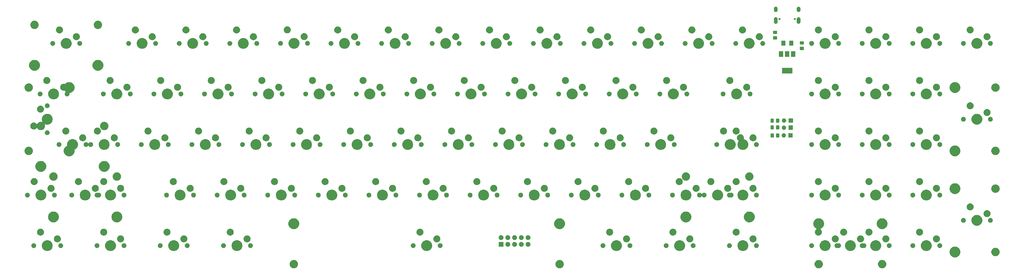
<source format=gbr>
%TF.GenerationSoftware,KiCad,Pcbnew,(5.1.6)-1*%
%TF.CreationDate,2020-09-01T10:18:49+02:00*%
%TF.ProjectId,C-60,432d3630-2e6b-4696-9361-645f70636258,rev?*%
%TF.SameCoordinates,Original*%
%TF.FileFunction,Soldermask,Bot*%
%TF.FilePolarity,Negative*%
%FSLAX46Y46*%
G04 Gerber Fmt 4.6, Leading zero omitted, Abs format (unit mm)*
G04 Created by KiCad (PCBNEW (5.1.6)-1) date 2020-09-01 10:18:49*
%MOMM*%
%LPD*%
G01*
G04 APERTURE LIST*
%ADD10C,0.100000*%
G04 APERTURE END LIST*
D10*
G36*
X-107925089Y-45641776D02*
G01*
X-107806363Y-45690954D01*
X-107638459Y-45760502D01*
X-107638458Y-45760503D01*
X-107380496Y-45932867D01*
X-107161117Y-46152246D01*
X-107045947Y-46324611D01*
X-106988752Y-46410209D01*
X-106870026Y-46696840D01*
X-106809500Y-47001125D01*
X-106809500Y-47311375D01*
X-106870026Y-47615660D01*
X-106988752Y-47902291D01*
X-106988753Y-47902292D01*
X-107161117Y-48160254D01*
X-107380496Y-48379633D01*
X-107552861Y-48494803D01*
X-107638459Y-48551998D01*
X-107806363Y-48621546D01*
X-107925089Y-48670724D01*
X-108077233Y-48700987D01*
X-108229375Y-48731250D01*
X-108539625Y-48731250D01*
X-108843911Y-48670724D01*
X-108962637Y-48621546D01*
X-109130541Y-48551998D01*
X-109216139Y-48494803D01*
X-109388504Y-48379633D01*
X-109607883Y-48160254D01*
X-109780247Y-47902292D01*
X-109780248Y-47902291D01*
X-109898974Y-47615660D01*
X-109959500Y-47311375D01*
X-109959500Y-47001125D01*
X-109898974Y-46696840D01*
X-109780248Y-46410209D01*
X-109723053Y-46324611D01*
X-109607883Y-46152246D01*
X-109388504Y-45932867D01*
X-109130542Y-45760503D01*
X-109130541Y-45760502D01*
X-108962637Y-45690954D01*
X-108843911Y-45641776D01*
X-108539625Y-45581250D01*
X-108229375Y-45581250D01*
X-107925089Y-45641776D01*
G37*
G36*
X-229368839Y-45641776D02*
G01*
X-229250113Y-45690954D01*
X-229082209Y-45760502D01*
X-229082208Y-45760503D01*
X-228824246Y-45932867D01*
X-228604867Y-46152246D01*
X-228489697Y-46324611D01*
X-228432502Y-46410209D01*
X-228313776Y-46696840D01*
X-228253250Y-47001125D01*
X-228253250Y-47311375D01*
X-228313776Y-47615660D01*
X-228432502Y-47902291D01*
X-228432503Y-47902292D01*
X-228604867Y-48160254D01*
X-228824246Y-48379633D01*
X-228996611Y-48494803D01*
X-229082209Y-48551998D01*
X-229250113Y-48621546D01*
X-229368839Y-48670724D01*
X-229520983Y-48700987D01*
X-229673125Y-48731250D01*
X-229983375Y-48731250D01*
X-230287661Y-48670724D01*
X-230406387Y-48621546D01*
X-230574291Y-48551998D01*
X-230659889Y-48494803D01*
X-230832254Y-48379633D01*
X-231051633Y-48160254D01*
X-231223997Y-47902292D01*
X-231223998Y-47902291D01*
X-231342724Y-47615660D01*
X-231403250Y-47311375D01*
X-231403250Y-47001125D01*
X-231342724Y-46696840D01*
X-231223998Y-46410209D01*
X-231166803Y-46324611D01*
X-231051633Y-46152246D01*
X-230832254Y-45932867D01*
X-230574292Y-45760503D01*
X-230574291Y-45760502D01*
X-230406387Y-45690954D01*
X-230287661Y-45641776D01*
X-229983375Y-45581250D01*
X-229673125Y-45581250D01*
X-229368839Y-45641776D01*
G37*
G36*
X-329444839Y-45641776D02*
G01*
X-329326113Y-45690954D01*
X-329158209Y-45760502D01*
X-329158208Y-45760503D01*
X-328900246Y-45932867D01*
X-328680867Y-46152246D01*
X-328565697Y-46324611D01*
X-328508502Y-46410209D01*
X-328389776Y-46696840D01*
X-328329250Y-47001125D01*
X-328329250Y-47311375D01*
X-328389776Y-47615660D01*
X-328508502Y-47902291D01*
X-328508503Y-47902292D01*
X-328680867Y-48160254D01*
X-328900246Y-48379633D01*
X-329072611Y-48494803D01*
X-329158209Y-48551998D01*
X-329326113Y-48621546D01*
X-329444839Y-48670724D01*
X-329596983Y-48700987D01*
X-329749125Y-48731250D01*
X-330059375Y-48731250D01*
X-330211517Y-48700987D01*
X-330363661Y-48670724D01*
X-330482387Y-48621546D01*
X-330650291Y-48551998D01*
X-330735889Y-48494803D01*
X-330908254Y-48379633D01*
X-331127633Y-48160254D01*
X-331299997Y-47902292D01*
X-331299998Y-47902291D01*
X-331418724Y-47615660D01*
X-331479250Y-47311375D01*
X-331479250Y-47001125D01*
X-331418724Y-46696840D01*
X-331299998Y-46410209D01*
X-331242803Y-46324611D01*
X-331127633Y-46152246D01*
X-330908254Y-45932867D01*
X-330650292Y-45760503D01*
X-330650291Y-45760502D01*
X-330482387Y-45690954D01*
X-330363661Y-45641776D01*
X-330059375Y-45581250D01*
X-329749125Y-45581250D01*
X-329444839Y-45641776D01*
G37*
G36*
X-131801089Y-45641776D02*
G01*
X-131682363Y-45690954D01*
X-131514459Y-45760502D01*
X-131514458Y-45760503D01*
X-131256496Y-45932867D01*
X-131037117Y-46152246D01*
X-130921947Y-46324611D01*
X-130864752Y-46410209D01*
X-130746026Y-46696840D01*
X-130685500Y-47001125D01*
X-130685500Y-47311375D01*
X-130746026Y-47615660D01*
X-130864752Y-47902291D01*
X-130864753Y-47902292D01*
X-131037117Y-48160254D01*
X-131256496Y-48379633D01*
X-131428861Y-48494803D01*
X-131514459Y-48551998D01*
X-131682363Y-48621546D01*
X-131801089Y-48670724D01*
X-131953233Y-48700987D01*
X-132105375Y-48731250D01*
X-132415625Y-48731250D01*
X-132719911Y-48670724D01*
X-132838637Y-48621546D01*
X-133006541Y-48551998D01*
X-133092139Y-48494803D01*
X-133264504Y-48379633D01*
X-133483883Y-48160254D01*
X-133656247Y-47902292D01*
X-133656248Y-47902291D01*
X-133774974Y-47615660D01*
X-133835500Y-47311375D01*
X-133835500Y-47001125D01*
X-133774974Y-46696840D01*
X-133656248Y-46410209D01*
X-133599053Y-46324611D01*
X-133483883Y-46152246D01*
X-133264504Y-45932867D01*
X-133006542Y-45760503D01*
X-133006541Y-45760502D01*
X-132838637Y-45690954D01*
X-132719911Y-45641776D01*
X-132415625Y-45581250D01*
X-132105375Y-45581250D01*
X-131801089Y-45641776D01*
G37*
G36*
X-80356026Y-40617934D02*
G01*
X-80138026Y-40708233D01*
X-79983877Y-40772083D01*
X-79648952Y-40995873D01*
X-79364123Y-41280702D01*
X-79140333Y-41615627D01*
X-79140333Y-41615628D01*
X-78986184Y-41987776D01*
X-78907600Y-42382844D01*
X-78907600Y-42785656D01*
X-78986184Y-43180724D01*
X-79048137Y-43330291D01*
X-79140333Y-43552873D01*
X-79364123Y-43887798D01*
X-79648952Y-44172627D01*
X-79983877Y-44396417D01*
X-80138026Y-44460267D01*
X-80356026Y-44550566D01*
X-80751094Y-44629150D01*
X-81153906Y-44629150D01*
X-81548974Y-44550566D01*
X-81766974Y-44460267D01*
X-81921123Y-44396417D01*
X-82256048Y-44172627D01*
X-82540877Y-43887798D01*
X-82764667Y-43552873D01*
X-82856863Y-43330291D01*
X-82918816Y-43180724D01*
X-82997400Y-42785656D01*
X-82997400Y-42382844D01*
X-82918816Y-41987776D01*
X-82764667Y-41615628D01*
X-82764667Y-41615627D01*
X-82540877Y-41280702D01*
X-82256048Y-40995873D01*
X-81921123Y-40772083D01*
X-81766974Y-40708233D01*
X-81548974Y-40617934D01*
X-81153906Y-40539350D01*
X-80751094Y-40539350D01*
X-80356026Y-40617934D01*
G37*
G36*
X-65459860Y-41028647D02*
G01*
X-65253089Y-41069776D01*
X-65134363Y-41118954D01*
X-64966459Y-41188502D01*
X-64966458Y-41188503D01*
X-64708496Y-41360867D01*
X-64489117Y-41580246D01*
X-64465476Y-41615628D01*
X-64316752Y-41838209D01*
X-64256605Y-41983417D01*
X-64198026Y-42124839D01*
X-64179863Y-42216150D01*
X-64137500Y-42429125D01*
X-64137500Y-42739375D01*
X-64198026Y-43043660D01*
X-64316752Y-43330291D01*
X-64316753Y-43330292D01*
X-64489117Y-43588254D01*
X-64708496Y-43807633D01*
X-64828472Y-43887798D01*
X-64966459Y-43979998D01*
X-65134363Y-44049546D01*
X-65253089Y-44098724D01*
X-65405233Y-44128987D01*
X-65557375Y-44159250D01*
X-65867625Y-44159250D01*
X-66171911Y-44098724D01*
X-66290637Y-44049546D01*
X-66458541Y-43979998D01*
X-66596528Y-43887798D01*
X-66716504Y-43807633D01*
X-66935883Y-43588254D01*
X-67108247Y-43330292D01*
X-67108248Y-43330291D01*
X-67226974Y-43043660D01*
X-67287500Y-42739375D01*
X-67287500Y-42429125D01*
X-67245137Y-42216150D01*
X-67226974Y-42124839D01*
X-67168395Y-41983417D01*
X-67108248Y-41838209D01*
X-66959524Y-41615628D01*
X-66935883Y-41580246D01*
X-66716504Y-41360867D01*
X-66458542Y-41188503D01*
X-66458541Y-41188502D01*
X-66290637Y-41118954D01*
X-66171911Y-41069776D01*
X-65965140Y-41028647D01*
X-65867625Y-41009250D01*
X-65557375Y-41009250D01*
X-65459860Y-41028647D01*
G37*
G36*
X-110201026Y-38204934D02*
G01*
X-110075381Y-38256978D01*
X-109828877Y-38359083D01*
X-109493952Y-38582873D01*
X-109209123Y-38867702D01*
X-108985333Y-39202627D01*
X-108942208Y-39306740D01*
X-108831184Y-39574776D01*
X-108752600Y-39969844D01*
X-108752600Y-40372656D01*
X-108831184Y-40767724D01*
X-108915178Y-40970503D01*
X-108985333Y-41139873D01*
X-109209123Y-41474798D01*
X-109493952Y-41759627D01*
X-109828877Y-41983417D01*
X-109983026Y-42047267D01*
X-110201026Y-42137566D01*
X-110596094Y-42216150D01*
X-110998906Y-42216150D01*
X-111393974Y-42137566D01*
X-111611974Y-42047267D01*
X-111766123Y-41983417D01*
X-112101048Y-41759627D01*
X-112385877Y-41474798D01*
X-112609667Y-41139873D01*
X-112679822Y-40970503D01*
X-112763816Y-40767724D01*
X-112842400Y-40372656D01*
X-112842400Y-39969844D01*
X-112763816Y-39574776D01*
X-112652792Y-39306740D01*
X-112609667Y-39202627D01*
X-112385877Y-38867702D01*
X-112101048Y-38582873D01*
X-111766123Y-38359083D01*
X-111519619Y-38256978D01*
X-111393974Y-38204934D01*
X-110998906Y-38126350D01*
X-110596094Y-38126350D01*
X-110201026Y-38204934D01*
G37*
G36*
X-398332276Y-38204934D02*
G01*
X-398206631Y-38256978D01*
X-397960127Y-38359083D01*
X-397625202Y-38582873D01*
X-397340373Y-38867702D01*
X-397116583Y-39202627D01*
X-397073458Y-39306740D01*
X-396962434Y-39574776D01*
X-396883850Y-39969844D01*
X-396883850Y-40372656D01*
X-396962434Y-40767724D01*
X-397046428Y-40970503D01*
X-397116583Y-41139873D01*
X-397340373Y-41474798D01*
X-397625202Y-41759627D01*
X-397960127Y-41983417D01*
X-398114276Y-42047267D01*
X-398332276Y-42137566D01*
X-398727344Y-42216150D01*
X-399130156Y-42216150D01*
X-399525224Y-42137566D01*
X-399743224Y-42047267D01*
X-399897373Y-41983417D01*
X-400232298Y-41759627D01*
X-400517127Y-41474798D01*
X-400740917Y-41139873D01*
X-400811072Y-40970503D01*
X-400895066Y-40767724D01*
X-400973650Y-40372656D01*
X-400973650Y-39969844D01*
X-400895066Y-39574776D01*
X-400784042Y-39306740D01*
X-400740917Y-39202627D01*
X-400517127Y-38867702D01*
X-400232298Y-38582873D01*
X-399897373Y-38359083D01*
X-399650869Y-38256978D01*
X-399525224Y-38204934D01*
X-399130156Y-38126350D01*
X-398727344Y-38126350D01*
X-398332276Y-38204934D01*
G37*
G36*
X-374519776Y-38204934D02*
G01*
X-374394131Y-38256978D01*
X-374147627Y-38359083D01*
X-373812702Y-38582873D01*
X-373527873Y-38867702D01*
X-373304083Y-39202627D01*
X-373260958Y-39306740D01*
X-373149934Y-39574776D01*
X-373071350Y-39969844D01*
X-373071350Y-40372656D01*
X-373149934Y-40767724D01*
X-373233928Y-40970503D01*
X-373304083Y-41139873D01*
X-373527873Y-41474798D01*
X-373812702Y-41759627D01*
X-374147627Y-41983417D01*
X-374301776Y-42047267D01*
X-374519776Y-42137566D01*
X-374914844Y-42216150D01*
X-375317656Y-42216150D01*
X-375712724Y-42137566D01*
X-375930724Y-42047267D01*
X-376084873Y-41983417D01*
X-376419798Y-41759627D01*
X-376704627Y-41474798D01*
X-376928417Y-41139873D01*
X-376998572Y-40970503D01*
X-377082566Y-40767724D01*
X-377161150Y-40372656D01*
X-377161150Y-39969844D01*
X-377082566Y-39574776D01*
X-376971542Y-39306740D01*
X-376928417Y-39202627D01*
X-376704627Y-38867702D01*
X-376419798Y-38582873D01*
X-376084873Y-38359083D01*
X-375838369Y-38256978D01*
X-375712724Y-38204934D01*
X-375317656Y-38126350D01*
X-374914844Y-38126350D01*
X-374519776Y-38204934D01*
G37*
G36*
X-129251026Y-38204934D02*
G01*
X-129125381Y-38256978D01*
X-128878877Y-38359083D01*
X-128543952Y-38582873D01*
X-128259123Y-38867702D01*
X-128035333Y-39202627D01*
X-127992208Y-39306740D01*
X-127881184Y-39574776D01*
X-127802600Y-39969844D01*
X-127802600Y-40372656D01*
X-127881184Y-40767724D01*
X-127965178Y-40970503D01*
X-128035333Y-41139873D01*
X-128259123Y-41474798D01*
X-128543952Y-41759627D01*
X-128878877Y-41983417D01*
X-129033026Y-42047267D01*
X-129251026Y-42137566D01*
X-129646094Y-42216150D01*
X-130048906Y-42216150D01*
X-130443974Y-42137566D01*
X-130661974Y-42047267D01*
X-130816123Y-41983417D01*
X-131151048Y-41759627D01*
X-131435877Y-41474798D01*
X-131659667Y-41139873D01*
X-131729822Y-40970503D01*
X-131813816Y-40767724D01*
X-131892400Y-40372656D01*
X-131892400Y-39969844D01*
X-131813816Y-39574776D01*
X-131702792Y-39306740D01*
X-131659667Y-39202627D01*
X-131435877Y-38867702D01*
X-131151048Y-38582873D01*
X-130816123Y-38359083D01*
X-130569619Y-38256978D01*
X-130443974Y-38204934D01*
X-130048906Y-38126350D01*
X-129646094Y-38126350D01*
X-129251026Y-38204934D01*
G37*
G36*
X-279269776Y-38204934D02*
G01*
X-279144131Y-38256978D01*
X-278897627Y-38359083D01*
X-278562702Y-38582873D01*
X-278277873Y-38867702D01*
X-278054083Y-39202627D01*
X-278010958Y-39306740D01*
X-277899934Y-39574776D01*
X-277821350Y-39969844D01*
X-277821350Y-40372656D01*
X-277899934Y-40767724D01*
X-277983928Y-40970503D01*
X-278054083Y-41139873D01*
X-278277873Y-41474798D01*
X-278562702Y-41759627D01*
X-278897627Y-41983417D01*
X-279051776Y-42047267D01*
X-279269776Y-42137566D01*
X-279664844Y-42216150D01*
X-280067656Y-42216150D01*
X-280462724Y-42137566D01*
X-280680724Y-42047267D01*
X-280834873Y-41983417D01*
X-281169798Y-41759627D01*
X-281454627Y-41474798D01*
X-281678417Y-41139873D01*
X-281748572Y-40970503D01*
X-281832566Y-40767724D01*
X-281911150Y-40372656D01*
X-281911150Y-39969844D01*
X-281832566Y-39574776D01*
X-281721542Y-39306740D01*
X-281678417Y-39202627D01*
X-281454627Y-38867702D01*
X-281169798Y-38582873D01*
X-280834873Y-38359083D01*
X-280588369Y-38256978D01*
X-280462724Y-38204934D01*
X-280067656Y-38126350D01*
X-279664844Y-38126350D01*
X-279269776Y-38204934D01*
G37*
G36*
X-422144776Y-38204934D02*
G01*
X-422019131Y-38256978D01*
X-421772627Y-38359083D01*
X-421437702Y-38582873D01*
X-421152873Y-38867702D01*
X-420929083Y-39202627D01*
X-420885958Y-39306740D01*
X-420774934Y-39574776D01*
X-420696350Y-39969844D01*
X-420696350Y-40372656D01*
X-420774934Y-40767724D01*
X-420858928Y-40970503D01*
X-420929083Y-41139873D01*
X-421152873Y-41474798D01*
X-421437702Y-41759627D01*
X-421772627Y-41983417D01*
X-421926776Y-42047267D01*
X-422144776Y-42137566D01*
X-422539844Y-42216150D01*
X-422942656Y-42216150D01*
X-423337724Y-42137566D01*
X-423555724Y-42047267D01*
X-423709873Y-41983417D01*
X-424044798Y-41759627D01*
X-424329627Y-41474798D01*
X-424553417Y-41139873D01*
X-424623572Y-40970503D01*
X-424707566Y-40767724D01*
X-424786150Y-40372656D01*
X-424786150Y-39969844D01*
X-424707566Y-39574776D01*
X-424596542Y-39306740D01*
X-424553417Y-39202627D01*
X-424329627Y-38867702D01*
X-424044798Y-38582873D01*
X-423709873Y-38359083D01*
X-423463369Y-38256978D01*
X-423337724Y-38204934D01*
X-422942656Y-38126350D01*
X-422539844Y-38126350D01*
X-422144776Y-38204934D01*
G37*
G36*
X-184019776Y-38204934D02*
G01*
X-183894131Y-38256978D01*
X-183647627Y-38359083D01*
X-183312702Y-38582873D01*
X-183027873Y-38867702D01*
X-182804083Y-39202627D01*
X-182760958Y-39306740D01*
X-182649934Y-39574776D01*
X-182571350Y-39969844D01*
X-182571350Y-40372656D01*
X-182649934Y-40767724D01*
X-182733928Y-40970503D01*
X-182804083Y-41139873D01*
X-183027873Y-41474798D01*
X-183312702Y-41759627D01*
X-183647627Y-41983417D01*
X-183801776Y-42047267D01*
X-184019776Y-42137566D01*
X-184414844Y-42216150D01*
X-184817656Y-42216150D01*
X-185212724Y-42137566D01*
X-185430724Y-42047267D01*
X-185584873Y-41983417D01*
X-185919798Y-41759627D01*
X-186204627Y-41474798D01*
X-186428417Y-41139873D01*
X-186498572Y-40970503D01*
X-186582566Y-40767724D01*
X-186661150Y-40372656D01*
X-186661150Y-39969844D01*
X-186582566Y-39574776D01*
X-186471542Y-39306740D01*
X-186428417Y-39202627D01*
X-186204627Y-38867702D01*
X-185919798Y-38582873D01*
X-185584873Y-38359083D01*
X-185338369Y-38256978D01*
X-185212724Y-38204934D01*
X-184817656Y-38126350D01*
X-184414844Y-38126350D01*
X-184019776Y-38204934D01*
G37*
G36*
X-207832276Y-38204934D02*
G01*
X-207706631Y-38256978D01*
X-207460127Y-38359083D01*
X-207125202Y-38582873D01*
X-206840373Y-38867702D01*
X-206616583Y-39202627D01*
X-206573458Y-39306740D01*
X-206462434Y-39574776D01*
X-206383850Y-39969844D01*
X-206383850Y-40372656D01*
X-206462434Y-40767724D01*
X-206546428Y-40970503D01*
X-206616583Y-41139873D01*
X-206840373Y-41474798D01*
X-207125202Y-41759627D01*
X-207460127Y-41983417D01*
X-207614276Y-42047267D01*
X-207832276Y-42137566D01*
X-208227344Y-42216150D01*
X-208630156Y-42216150D01*
X-209025224Y-42137566D01*
X-209243224Y-42047267D01*
X-209397373Y-41983417D01*
X-209732298Y-41759627D01*
X-210017127Y-41474798D01*
X-210240917Y-41139873D01*
X-210311072Y-40970503D01*
X-210395066Y-40767724D01*
X-210473650Y-40372656D01*
X-210473650Y-39969844D01*
X-210395066Y-39574776D01*
X-210284042Y-39306740D01*
X-210240917Y-39202627D01*
X-210017127Y-38867702D01*
X-209732298Y-38582873D01*
X-209397373Y-38359083D01*
X-209150869Y-38256978D01*
X-209025224Y-38204934D01*
X-208630156Y-38126350D01*
X-208227344Y-38126350D01*
X-207832276Y-38204934D01*
G37*
G36*
X-160207276Y-38204934D02*
G01*
X-160081631Y-38256978D01*
X-159835127Y-38359083D01*
X-159500202Y-38582873D01*
X-159215373Y-38867702D01*
X-158991583Y-39202627D01*
X-158948458Y-39306740D01*
X-158837434Y-39574776D01*
X-158758850Y-39969844D01*
X-158758850Y-40372656D01*
X-158837434Y-40767724D01*
X-158921428Y-40970503D01*
X-158991583Y-41139873D01*
X-159215373Y-41474798D01*
X-159500202Y-41759627D01*
X-159835127Y-41983417D01*
X-159989276Y-42047267D01*
X-160207276Y-42137566D01*
X-160602344Y-42216150D01*
X-161005156Y-42216150D01*
X-161400224Y-42137566D01*
X-161618224Y-42047267D01*
X-161772373Y-41983417D01*
X-162107298Y-41759627D01*
X-162392127Y-41474798D01*
X-162615917Y-41139873D01*
X-162686072Y-40970503D01*
X-162770066Y-40767724D01*
X-162848650Y-40372656D01*
X-162848650Y-39969844D01*
X-162770066Y-39574776D01*
X-162659042Y-39306740D01*
X-162615917Y-39202627D01*
X-162392127Y-38867702D01*
X-162107298Y-38582873D01*
X-161772373Y-38359083D01*
X-161525869Y-38256978D01*
X-161400224Y-38204934D01*
X-161005156Y-38126350D01*
X-160602344Y-38126350D01*
X-160207276Y-38204934D01*
G37*
G36*
X-91151026Y-38204934D02*
G01*
X-91025381Y-38256978D01*
X-90778877Y-38359083D01*
X-90443952Y-38582873D01*
X-90159123Y-38867702D01*
X-89935333Y-39202627D01*
X-89892208Y-39306740D01*
X-89781184Y-39574776D01*
X-89702600Y-39969844D01*
X-89702600Y-40372656D01*
X-89781184Y-40767724D01*
X-89865178Y-40970503D01*
X-89935333Y-41139873D01*
X-90159123Y-41474798D01*
X-90443952Y-41759627D01*
X-90778877Y-41983417D01*
X-90933026Y-42047267D01*
X-91151026Y-42137566D01*
X-91546094Y-42216150D01*
X-91948906Y-42216150D01*
X-92343974Y-42137566D01*
X-92561974Y-42047267D01*
X-92716123Y-41983417D01*
X-93051048Y-41759627D01*
X-93335877Y-41474798D01*
X-93559667Y-41139873D01*
X-93629822Y-40970503D01*
X-93713816Y-40767724D01*
X-93792400Y-40372656D01*
X-93792400Y-39969844D01*
X-93713816Y-39574776D01*
X-93602792Y-39306740D01*
X-93559667Y-39202627D01*
X-93335877Y-38867702D01*
X-93051048Y-38582873D01*
X-92716123Y-38359083D01*
X-92469619Y-38256978D01*
X-92343974Y-38204934D01*
X-91948906Y-38126350D01*
X-91546094Y-38126350D01*
X-91151026Y-38204934D01*
G37*
G36*
X-350707276Y-38204934D02*
G01*
X-350581631Y-38256978D01*
X-350335127Y-38359083D01*
X-350000202Y-38582873D01*
X-349715373Y-38867702D01*
X-349491583Y-39202627D01*
X-349448458Y-39306740D01*
X-349337434Y-39574776D01*
X-349258850Y-39969844D01*
X-349258850Y-40372656D01*
X-349337434Y-40767724D01*
X-349421428Y-40970503D01*
X-349491583Y-41139873D01*
X-349715373Y-41474798D01*
X-350000202Y-41759627D01*
X-350335127Y-41983417D01*
X-350489276Y-42047267D01*
X-350707276Y-42137566D01*
X-351102344Y-42216150D01*
X-351505156Y-42216150D01*
X-351900224Y-42137566D01*
X-352118224Y-42047267D01*
X-352272373Y-41983417D01*
X-352607298Y-41759627D01*
X-352892127Y-41474798D01*
X-353115917Y-41139873D01*
X-353186072Y-40970503D01*
X-353270066Y-40767724D01*
X-353348650Y-40372656D01*
X-353348650Y-39969844D01*
X-353270066Y-39574776D01*
X-353159042Y-39306740D01*
X-353115917Y-39202627D01*
X-352892127Y-38867702D01*
X-352607298Y-38582873D01*
X-352272373Y-38359083D01*
X-352025869Y-38256978D01*
X-351900224Y-38204934D01*
X-351505156Y-38126350D01*
X-351102344Y-38126350D01*
X-350707276Y-38204934D01*
G37*
G36*
X-119726026Y-38204934D02*
G01*
X-119600381Y-38256978D01*
X-119353877Y-38359083D01*
X-119018952Y-38582873D01*
X-118734123Y-38867702D01*
X-118510333Y-39202627D01*
X-118467208Y-39306740D01*
X-118356184Y-39574776D01*
X-118277600Y-39969844D01*
X-118277600Y-40372656D01*
X-118356184Y-40767724D01*
X-118440178Y-40970503D01*
X-118510333Y-41139873D01*
X-118734123Y-41474798D01*
X-119018952Y-41759627D01*
X-119353877Y-41983417D01*
X-119508026Y-42047267D01*
X-119726026Y-42137566D01*
X-120121094Y-42216150D01*
X-120523906Y-42216150D01*
X-120918974Y-42137566D01*
X-121136974Y-42047267D01*
X-121291123Y-41983417D01*
X-121626048Y-41759627D01*
X-121910877Y-41474798D01*
X-122134667Y-41139873D01*
X-122204822Y-40970503D01*
X-122288816Y-40767724D01*
X-122367400Y-40372656D01*
X-122367400Y-39969844D01*
X-122288816Y-39574776D01*
X-122177792Y-39306740D01*
X-122134667Y-39202627D01*
X-121910877Y-38867702D01*
X-121626048Y-38582873D01*
X-121291123Y-38359083D01*
X-121044619Y-38256978D01*
X-120918974Y-38204934D01*
X-120523906Y-38126350D01*
X-120121094Y-38126350D01*
X-119726026Y-38204934D01*
G37*
G36*
X-189520298Y-39286679D02*
G01*
X-189433175Y-39304009D01*
X-189323752Y-39349334D01*
X-189269039Y-39371997D01*
X-189190180Y-39424689D01*
X-189121322Y-39470698D01*
X-188995698Y-39596322D01*
X-188995696Y-39596325D01*
X-188896997Y-39744039D01*
X-188896997Y-39744040D01*
X-188829009Y-39908175D01*
X-188829009Y-39908177D01*
X-188794350Y-40082419D01*
X-188794350Y-40260081D01*
X-188794703Y-40261854D01*
X-188829009Y-40434325D01*
X-188850396Y-40485956D01*
X-188896997Y-40598461D01*
X-188995033Y-40745183D01*
X-188995698Y-40746178D01*
X-189121322Y-40871802D01*
X-189121325Y-40871804D01*
X-189269039Y-40970503D01*
X-189323752Y-40993166D01*
X-189433175Y-41038491D01*
X-189520298Y-41055820D01*
X-189607419Y-41073150D01*
X-189785081Y-41073150D01*
X-189872202Y-41055820D01*
X-189959325Y-41038491D01*
X-190068748Y-40993166D01*
X-190123461Y-40970503D01*
X-190271175Y-40871804D01*
X-190271178Y-40871802D01*
X-190396802Y-40746178D01*
X-190397467Y-40745183D01*
X-190495503Y-40598461D01*
X-190542104Y-40485956D01*
X-190563491Y-40434325D01*
X-190597797Y-40261854D01*
X-190598150Y-40260081D01*
X-190598150Y-40082419D01*
X-190563491Y-39908177D01*
X-190563491Y-39908175D01*
X-190495503Y-39744040D01*
X-190495503Y-39744039D01*
X-190396804Y-39596325D01*
X-190396802Y-39596322D01*
X-190271178Y-39470698D01*
X-190202320Y-39424689D01*
X-190123461Y-39371997D01*
X-190068748Y-39349334D01*
X-189959325Y-39304009D01*
X-189872202Y-39286679D01*
X-189785081Y-39269350D01*
X-189607419Y-39269350D01*
X-189520298Y-39286679D01*
G37*
G36*
X-393672798Y-39286679D02*
G01*
X-393585675Y-39304009D01*
X-393476252Y-39349334D01*
X-393421539Y-39371997D01*
X-393342680Y-39424689D01*
X-393273822Y-39470698D01*
X-393148198Y-39596322D01*
X-393148196Y-39596325D01*
X-393049497Y-39744039D01*
X-393049497Y-39744040D01*
X-392981509Y-39908175D01*
X-392981509Y-39908177D01*
X-392946850Y-40082419D01*
X-392946850Y-40260081D01*
X-392947203Y-40261854D01*
X-392981509Y-40434325D01*
X-393002896Y-40485956D01*
X-393049497Y-40598461D01*
X-393147533Y-40745183D01*
X-393148198Y-40746178D01*
X-393273822Y-40871802D01*
X-393273825Y-40871804D01*
X-393421539Y-40970503D01*
X-393476252Y-40993166D01*
X-393585675Y-41038491D01*
X-393672798Y-41055820D01*
X-393759919Y-41073150D01*
X-393937581Y-41073150D01*
X-394024702Y-41055821D01*
X-394111825Y-41038491D01*
X-394221248Y-40993166D01*
X-394275961Y-40970503D01*
X-394423675Y-40871804D01*
X-394423678Y-40871802D01*
X-394549302Y-40746178D01*
X-394549967Y-40745183D01*
X-394648003Y-40598461D01*
X-394694604Y-40485956D01*
X-394715991Y-40434325D01*
X-394750297Y-40261854D01*
X-394750650Y-40260081D01*
X-394750650Y-40082419D01*
X-394715991Y-39908177D01*
X-394715991Y-39908175D01*
X-394648003Y-39744040D01*
X-394648003Y-39744039D01*
X-394549304Y-39596325D01*
X-394549302Y-39596322D01*
X-394423678Y-39470698D01*
X-394354820Y-39424689D01*
X-394275961Y-39371997D01*
X-394221248Y-39349334D01*
X-394111825Y-39304009D01*
X-394024702Y-39286679D01*
X-393937581Y-39269350D01*
X-393759919Y-39269350D01*
X-393672798Y-39286679D01*
G37*
G36*
X-203172798Y-39286679D02*
G01*
X-203085675Y-39304009D01*
X-202976252Y-39349334D01*
X-202921539Y-39371997D01*
X-202842680Y-39424689D01*
X-202773822Y-39470698D01*
X-202648198Y-39596322D01*
X-202648196Y-39596325D01*
X-202549497Y-39744039D01*
X-202549497Y-39744040D01*
X-202481509Y-39908175D01*
X-202481509Y-39908177D01*
X-202446850Y-40082419D01*
X-202446850Y-40260081D01*
X-202447203Y-40261854D01*
X-202481509Y-40434325D01*
X-202502896Y-40485956D01*
X-202549497Y-40598461D01*
X-202647533Y-40745183D01*
X-202648198Y-40746178D01*
X-202773822Y-40871802D01*
X-202773825Y-40871804D01*
X-202921539Y-40970503D01*
X-202976252Y-40993166D01*
X-203085675Y-41038491D01*
X-203172798Y-41055820D01*
X-203259919Y-41073150D01*
X-203437581Y-41073150D01*
X-203524702Y-41055820D01*
X-203611825Y-41038491D01*
X-203721248Y-40993166D01*
X-203775961Y-40970503D01*
X-203923675Y-40871804D01*
X-203923678Y-40871802D01*
X-204049302Y-40746178D01*
X-204049967Y-40745183D01*
X-204148003Y-40598461D01*
X-204194604Y-40485956D01*
X-204215991Y-40434325D01*
X-204250297Y-40261854D01*
X-204250650Y-40260081D01*
X-204250650Y-40082419D01*
X-204215991Y-39908177D01*
X-204215991Y-39908175D01*
X-204148003Y-39744040D01*
X-204148003Y-39744039D01*
X-204049304Y-39596325D01*
X-204049302Y-39596322D01*
X-203923678Y-39470698D01*
X-203854820Y-39424689D01*
X-203775961Y-39371997D01*
X-203721248Y-39349334D01*
X-203611825Y-39304009D01*
X-203524702Y-39286679D01*
X-203437581Y-39269350D01*
X-203259919Y-39269350D01*
X-203172798Y-39286679D01*
G37*
G36*
X-213332798Y-39286679D02*
G01*
X-213245675Y-39304009D01*
X-213136252Y-39349334D01*
X-213081539Y-39371997D01*
X-213002680Y-39424689D01*
X-212933822Y-39470698D01*
X-212808198Y-39596322D01*
X-212808196Y-39596325D01*
X-212709497Y-39744039D01*
X-212709497Y-39744040D01*
X-212641509Y-39908175D01*
X-212641509Y-39908177D01*
X-212606850Y-40082419D01*
X-212606850Y-40260081D01*
X-212607203Y-40261854D01*
X-212641509Y-40434325D01*
X-212662896Y-40485956D01*
X-212709497Y-40598461D01*
X-212807533Y-40745183D01*
X-212808198Y-40746178D01*
X-212933822Y-40871802D01*
X-212933825Y-40871804D01*
X-213081539Y-40970503D01*
X-213136252Y-40993166D01*
X-213245675Y-41038491D01*
X-213332798Y-41055820D01*
X-213419919Y-41073150D01*
X-213597581Y-41073150D01*
X-213684702Y-41055820D01*
X-213771825Y-41038491D01*
X-213881248Y-40993166D01*
X-213935961Y-40970503D01*
X-214083675Y-40871804D01*
X-214083678Y-40871802D01*
X-214209302Y-40746178D01*
X-214209967Y-40745183D01*
X-214308003Y-40598461D01*
X-214354604Y-40485956D01*
X-214375991Y-40434325D01*
X-214410297Y-40261854D01*
X-214410650Y-40260081D01*
X-214410650Y-40082419D01*
X-214375991Y-39908177D01*
X-214375991Y-39908175D01*
X-214308003Y-39744040D01*
X-214308003Y-39744039D01*
X-214209304Y-39596325D01*
X-214209302Y-39596322D01*
X-214083678Y-39470698D01*
X-214014820Y-39424689D01*
X-213935961Y-39371997D01*
X-213881248Y-39349334D01*
X-213771825Y-39304009D01*
X-213684702Y-39286679D01*
X-213597581Y-39269350D01*
X-213419919Y-39269350D01*
X-213332798Y-39286679D01*
G37*
G36*
X-403832798Y-39286679D02*
G01*
X-403745675Y-39304009D01*
X-403636252Y-39349334D01*
X-403581539Y-39371997D01*
X-403502680Y-39424689D01*
X-403433822Y-39470698D01*
X-403308198Y-39596322D01*
X-403308196Y-39596325D01*
X-403209497Y-39744039D01*
X-403209497Y-39744040D01*
X-403141509Y-39908175D01*
X-403141509Y-39908177D01*
X-403106850Y-40082419D01*
X-403106850Y-40260081D01*
X-403107203Y-40261854D01*
X-403141509Y-40434325D01*
X-403162896Y-40485956D01*
X-403209497Y-40598461D01*
X-403307533Y-40745183D01*
X-403308198Y-40746178D01*
X-403433822Y-40871802D01*
X-403433825Y-40871804D01*
X-403581539Y-40970503D01*
X-403636252Y-40993166D01*
X-403745675Y-41038491D01*
X-403832798Y-41055820D01*
X-403919919Y-41073150D01*
X-404097581Y-41073150D01*
X-404184702Y-41055821D01*
X-404271825Y-41038491D01*
X-404381248Y-40993166D01*
X-404435961Y-40970503D01*
X-404583675Y-40871804D01*
X-404583678Y-40871802D01*
X-404709302Y-40746178D01*
X-404709967Y-40745183D01*
X-404808003Y-40598461D01*
X-404854604Y-40485956D01*
X-404875991Y-40434325D01*
X-404910297Y-40261854D01*
X-404910650Y-40260081D01*
X-404910650Y-40082419D01*
X-404875991Y-39908177D01*
X-404875991Y-39908175D01*
X-404808003Y-39744040D01*
X-404808003Y-39744039D01*
X-404709304Y-39596325D01*
X-404709302Y-39596322D01*
X-404583678Y-39470698D01*
X-404514820Y-39424689D01*
X-404435961Y-39371997D01*
X-404381248Y-39349334D01*
X-404271825Y-39304009D01*
X-404184702Y-39286679D01*
X-404097581Y-39269350D01*
X-403919919Y-39269350D01*
X-403832798Y-39286679D01*
G37*
G36*
X-274610298Y-39286679D02*
G01*
X-274523175Y-39304009D01*
X-274413752Y-39349334D01*
X-274359039Y-39371997D01*
X-274280180Y-39424689D01*
X-274211322Y-39470698D01*
X-274085698Y-39596322D01*
X-274085696Y-39596325D01*
X-273986997Y-39744039D01*
X-273986997Y-39744040D01*
X-273919009Y-39908175D01*
X-273919009Y-39908177D01*
X-273884350Y-40082419D01*
X-273884350Y-40260081D01*
X-273884703Y-40261854D01*
X-273919009Y-40434325D01*
X-273940396Y-40485956D01*
X-273986997Y-40598461D01*
X-274085033Y-40745183D01*
X-274085698Y-40746178D01*
X-274211322Y-40871802D01*
X-274211325Y-40871804D01*
X-274359039Y-40970503D01*
X-274413752Y-40993166D01*
X-274523175Y-41038491D01*
X-274610298Y-41055820D01*
X-274697419Y-41073150D01*
X-274875081Y-41073150D01*
X-274962202Y-41055820D01*
X-275049325Y-41038491D01*
X-275158748Y-40993166D01*
X-275213461Y-40970503D01*
X-275361175Y-40871804D01*
X-275361178Y-40871802D01*
X-275486802Y-40746178D01*
X-275487467Y-40745183D01*
X-275585503Y-40598461D01*
X-275632104Y-40485956D01*
X-275653491Y-40434325D01*
X-275687797Y-40261854D01*
X-275688150Y-40260081D01*
X-275688150Y-40082419D01*
X-275653491Y-39908177D01*
X-275653491Y-39908175D01*
X-275585503Y-39744040D01*
X-275585503Y-39744039D01*
X-275486804Y-39596325D01*
X-275486802Y-39596322D01*
X-275361178Y-39470698D01*
X-275292320Y-39424689D01*
X-275213461Y-39371997D01*
X-275158748Y-39349334D01*
X-275049325Y-39304009D01*
X-274962202Y-39286679D01*
X-274875081Y-39269350D01*
X-274697419Y-39269350D01*
X-274610298Y-39286679D01*
G37*
G36*
X-284770298Y-39286679D02*
G01*
X-284683175Y-39304009D01*
X-284573752Y-39349334D01*
X-284519039Y-39371997D01*
X-284440180Y-39424689D01*
X-284371322Y-39470698D01*
X-284245698Y-39596322D01*
X-284245696Y-39596325D01*
X-284146997Y-39744039D01*
X-284146997Y-39744040D01*
X-284079009Y-39908175D01*
X-284079009Y-39908177D01*
X-284044350Y-40082419D01*
X-284044350Y-40260081D01*
X-284044703Y-40261854D01*
X-284079009Y-40434325D01*
X-284100396Y-40485956D01*
X-284146997Y-40598461D01*
X-284245033Y-40745183D01*
X-284245698Y-40746178D01*
X-284371322Y-40871802D01*
X-284371325Y-40871804D01*
X-284519039Y-40970503D01*
X-284573752Y-40993166D01*
X-284683175Y-41038491D01*
X-284770298Y-41055820D01*
X-284857419Y-41073150D01*
X-285035081Y-41073150D01*
X-285122202Y-41055820D01*
X-285209325Y-41038491D01*
X-285318748Y-40993166D01*
X-285373461Y-40970503D01*
X-285521175Y-40871804D01*
X-285521178Y-40871802D01*
X-285646802Y-40746178D01*
X-285647467Y-40745183D01*
X-285745503Y-40598461D01*
X-285792104Y-40485956D01*
X-285813491Y-40434325D01*
X-285847797Y-40261854D01*
X-285848150Y-40260081D01*
X-285848150Y-40082419D01*
X-285813491Y-39908177D01*
X-285813491Y-39908175D01*
X-285745503Y-39744040D01*
X-285745503Y-39744039D01*
X-285646804Y-39596325D01*
X-285646802Y-39596322D01*
X-285521178Y-39470698D01*
X-285452320Y-39424689D01*
X-285373461Y-39371997D01*
X-285318748Y-39349334D01*
X-285209325Y-39304009D01*
X-285122202Y-39286679D01*
X-285035081Y-39269350D01*
X-284857419Y-39269350D01*
X-284770298Y-39286679D01*
G37*
G36*
X-380020298Y-39286679D02*
G01*
X-379933175Y-39304009D01*
X-379823752Y-39349334D01*
X-379769039Y-39371997D01*
X-379690180Y-39424689D01*
X-379621322Y-39470698D01*
X-379495698Y-39596322D01*
X-379495696Y-39596325D01*
X-379396997Y-39744039D01*
X-379396997Y-39744040D01*
X-379329009Y-39908175D01*
X-379329009Y-39908177D01*
X-379294350Y-40082419D01*
X-379294350Y-40260081D01*
X-379294703Y-40261854D01*
X-379329009Y-40434325D01*
X-379350396Y-40485956D01*
X-379396997Y-40598461D01*
X-379495033Y-40745183D01*
X-379495698Y-40746178D01*
X-379621322Y-40871802D01*
X-379621325Y-40871804D01*
X-379769039Y-40970503D01*
X-379823752Y-40993166D01*
X-379933175Y-41038491D01*
X-380020298Y-41055820D01*
X-380107419Y-41073150D01*
X-380285081Y-41073150D01*
X-380372202Y-41055821D01*
X-380459325Y-41038491D01*
X-380568748Y-40993166D01*
X-380623461Y-40970503D01*
X-380771175Y-40871804D01*
X-380771178Y-40871802D01*
X-380896802Y-40746178D01*
X-380897467Y-40745183D01*
X-380995503Y-40598461D01*
X-381042104Y-40485956D01*
X-381063491Y-40434325D01*
X-381097797Y-40261854D01*
X-381098150Y-40260081D01*
X-381098150Y-40082419D01*
X-381063491Y-39908177D01*
X-381063491Y-39908175D01*
X-380995503Y-39744040D01*
X-380995503Y-39744039D01*
X-380896804Y-39596325D01*
X-380896802Y-39596322D01*
X-380771178Y-39470698D01*
X-380702320Y-39424689D01*
X-380623461Y-39371997D01*
X-380568748Y-39349334D01*
X-380459325Y-39304009D01*
X-380372202Y-39286679D01*
X-380285081Y-39269350D01*
X-380107419Y-39269350D01*
X-380020298Y-39286679D01*
G37*
G36*
X-369860298Y-39286679D02*
G01*
X-369773175Y-39304009D01*
X-369663752Y-39349334D01*
X-369609039Y-39371997D01*
X-369530180Y-39424689D01*
X-369461322Y-39470698D01*
X-369335698Y-39596322D01*
X-369335696Y-39596325D01*
X-369236997Y-39744039D01*
X-369236997Y-39744040D01*
X-369169009Y-39908175D01*
X-369169009Y-39908177D01*
X-369134350Y-40082419D01*
X-369134350Y-40260081D01*
X-369134703Y-40261854D01*
X-369169009Y-40434325D01*
X-369190396Y-40485956D01*
X-369236997Y-40598461D01*
X-369335033Y-40745183D01*
X-369335698Y-40746178D01*
X-369461322Y-40871802D01*
X-369461325Y-40871804D01*
X-369609039Y-40970503D01*
X-369663752Y-40993166D01*
X-369773175Y-41038491D01*
X-369860298Y-41055820D01*
X-369947419Y-41073150D01*
X-370125081Y-41073150D01*
X-370212202Y-41055821D01*
X-370299325Y-41038491D01*
X-370408748Y-40993166D01*
X-370463461Y-40970503D01*
X-370611175Y-40871804D01*
X-370611178Y-40871802D01*
X-370736802Y-40746178D01*
X-370737467Y-40745183D01*
X-370835503Y-40598461D01*
X-370882104Y-40485956D01*
X-370903491Y-40434325D01*
X-370937797Y-40261854D01*
X-370938150Y-40260081D01*
X-370938150Y-40082419D01*
X-370903491Y-39908177D01*
X-370903491Y-39908175D01*
X-370835503Y-39744040D01*
X-370835503Y-39744039D01*
X-370736804Y-39596325D01*
X-370736802Y-39596322D01*
X-370611178Y-39470698D01*
X-370542320Y-39424689D01*
X-370463461Y-39371997D01*
X-370408748Y-39349334D01*
X-370299325Y-39304009D01*
X-370212202Y-39286679D01*
X-370125081Y-39269350D01*
X-369947419Y-39269350D01*
X-369860298Y-39286679D01*
G37*
G36*
X-86491548Y-39286679D02*
G01*
X-86404425Y-39304009D01*
X-86295002Y-39349334D01*
X-86240289Y-39371997D01*
X-86161430Y-39424689D01*
X-86092572Y-39470698D01*
X-85966948Y-39596322D01*
X-85966946Y-39596325D01*
X-85868247Y-39744039D01*
X-85868247Y-39744040D01*
X-85800259Y-39908175D01*
X-85800259Y-39908177D01*
X-85765600Y-40082419D01*
X-85765600Y-40260081D01*
X-85765953Y-40261854D01*
X-85800259Y-40434325D01*
X-85821646Y-40485956D01*
X-85868247Y-40598461D01*
X-85966283Y-40745183D01*
X-85966948Y-40746178D01*
X-86092572Y-40871802D01*
X-86092575Y-40871804D01*
X-86240289Y-40970503D01*
X-86295002Y-40993166D01*
X-86404425Y-41038491D01*
X-86491548Y-41055820D01*
X-86578669Y-41073150D01*
X-86756331Y-41073150D01*
X-86843452Y-41055820D01*
X-86930575Y-41038491D01*
X-87039998Y-40993166D01*
X-87094711Y-40970503D01*
X-87242425Y-40871804D01*
X-87242428Y-40871802D01*
X-87368052Y-40746178D01*
X-87368717Y-40745183D01*
X-87466753Y-40598461D01*
X-87513354Y-40485956D01*
X-87534741Y-40434325D01*
X-87569047Y-40261854D01*
X-87569400Y-40260081D01*
X-87569400Y-40082419D01*
X-87534741Y-39908177D01*
X-87534741Y-39908175D01*
X-87466753Y-39744040D01*
X-87466753Y-39744039D01*
X-87368054Y-39596325D01*
X-87368052Y-39596322D01*
X-87242428Y-39470698D01*
X-87173570Y-39424689D01*
X-87094711Y-39371997D01*
X-87039998Y-39349334D01*
X-86930575Y-39304009D01*
X-86843452Y-39286679D01*
X-86756331Y-39269350D01*
X-86578669Y-39269350D01*
X-86491548Y-39286679D01*
G37*
G36*
X-96651548Y-39286679D02*
G01*
X-96564425Y-39304009D01*
X-96455002Y-39349334D01*
X-96400289Y-39371997D01*
X-96321430Y-39424689D01*
X-96252572Y-39470698D01*
X-96126948Y-39596322D01*
X-96126946Y-39596325D01*
X-96028247Y-39744039D01*
X-96028247Y-39744040D01*
X-95960259Y-39908175D01*
X-95960259Y-39908177D01*
X-95925600Y-40082419D01*
X-95925600Y-40260081D01*
X-95925953Y-40261854D01*
X-95960259Y-40434325D01*
X-95981646Y-40485956D01*
X-96028247Y-40598461D01*
X-96126283Y-40745183D01*
X-96126948Y-40746178D01*
X-96252572Y-40871802D01*
X-96252575Y-40871804D01*
X-96400289Y-40970503D01*
X-96455002Y-40993166D01*
X-96564425Y-41038491D01*
X-96651548Y-41055820D01*
X-96738669Y-41073150D01*
X-96916331Y-41073150D01*
X-97003452Y-41055820D01*
X-97090575Y-41038491D01*
X-97199998Y-40993166D01*
X-97254711Y-40970503D01*
X-97402425Y-40871804D01*
X-97402428Y-40871802D01*
X-97528052Y-40746178D01*
X-97528717Y-40745183D01*
X-97626753Y-40598461D01*
X-97673354Y-40485956D01*
X-97694741Y-40434325D01*
X-97729047Y-40261854D01*
X-97729400Y-40260081D01*
X-97729400Y-40082419D01*
X-97694741Y-39908177D01*
X-97694741Y-39908175D01*
X-97626753Y-39744040D01*
X-97626753Y-39744039D01*
X-97528054Y-39596325D01*
X-97528052Y-39596322D01*
X-97402428Y-39470698D01*
X-97333570Y-39424689D01*
X-97254711Y-39371997D01*
X-97199998Y-39349334D01*
X-97090575Y-39304009D01*
X-97003452Y-39286679D01*
X-96916331Y-39269350D01*
X-96738669Y-39269350D01*
X-96651548Y-39286679D01*
G37*
G36*
X-346047798Y-39286679D02*
G01*
X-345960675Y-39304009D01*
X-345851252Y-39349334D01*
X-345796539Y-39371997D01*
X-345717680Y-39424689D01*
X-345648822Y-39470698D01*
X-345523198Y-39596322D01*
X-345523196Y-39596325D01*
X-345424497Y-39744039D01*
X-345424497Y-39744040D01*
X-345356509Y-39908175D01*
X-345356509Y-39908177D01*
X-345321850Y-40082419D01*
X-345321850Y-40260081D01*
X-345322203Y-40261854D01*
X-345356509Y-40434325D01*
X-345377896Y-40485956D01*
X-345424497Y-40598461D01*
X-345522533Y-40745183D01*
X-345523198Y-40746178D01*
X-345648822Y-40871802D01*
X-345648825Y-40871804D01*
X-345796539Y-40970503D01*
X-345851252Y-40993166D01*
X-345960675Y-41038491D01*
X-346047798Y-41055820D01*
X-346134919Y-41073150D01*
X-346312581Y-41073150D01*
X-346399702Y-41055821D01*
X-346486825Y-41038491D01*
X-346596248Y-40993166D01*
X-346650961Y-40970503D01*
X-346798675Y-40871804D01*
X-346798678Y-40871802D01*
X-346924302Y-40746178D01*
X-346924967Y-40745183D01*
X-347023003Y-40598461D01*
X-347069604Y-40485956D01*
X-347090991Y-40434325D01*
X-347125297Y-40261854D01*
X-347125650Y-40260081D01*
X-347125650Y-40082419D01*
X-347090991Y-39908177D01*
X-347090991Y-39908175D01*
X-347023003Y-39744040D01*
X-347023003Y-39744039D01*
X-346924304Y-39596325D01*
X-346924302Y-39596322D01*
X-346798678Y-39470698D01*
X-346729820Y-39424689D01*
X-346650961Y-39371997D01*
X-346596248Y-39349334D01*
X-346486825Y-39304009D01*
X-346399702Y-39286679D01*
X-346312581Y-39269350D01*
X-346134919Y-39269350D01*
X-346047798Y-39286679D01*
G37*
G36*
X-179360298Y-39286679D02*
G01*
X-179273175Y-39304009D01*
X-179163752Y-39349334D01*
X-179109039Y-39371997D01*
X-179030180Y-39424689D01*
X-178961322Y-39470698D01*
X-178835698Y-39596322D01*
X-178835696Y-39596325D01*
X-178736997Y-39744039D01*
X-178736997Y-39744040D01*
X-178669009Y-39908175D01*
X-178669009Y-39908177D01*
X-178634350Y-40082419D01*
X-178634350Y-40260081D01*
X-178634703Y-40261854D01*
X-178669009Y-40434325D01*
X-178690396Y-40485956D01*
X-178736997Y-40598461D01*
X-178835033Y-40745183D01*
X-178835698Y-40746178D01*
X-178961322Y-40871802D01*
X-178961325Y-40871804D01*
X-179109039Y-40970503D01*
X-179163752Y-40993166D01*
X-179273175Y-41038491D01*
X-179360298Y-41055820D01*
X-179447419Y-41073150D01*
X-179625081Y-41073150D01*
X-179712202Y-41055820D01*
X-179799325Y-41038491D01*
X-179908748Y-40993166D01*
X-179963461Y-40970503D01*
X-180111175Y-40871804D01*
X-180111178Y-40871802D01*
X-180236802Y-40746178D01*
X-180237467Y-40745183D01*
X-180335503Y-40598461D01*
X-180382104Y-40485956D01*
X-180403491Y-40434325D01*
X-180437797Y-40261854D01*
X-180438150Y-40260081D01*
X-180438150Y-40082419D01*
X-180403491Y-39908177D01*
X-180403491Y-39908175D01*
X-180335503Y-39744040D01*
X-180335503Y-39744039D01*
X-180236804Y-39596325D01*
X-180236802Y-39596322D01*
X-180111178Y-39470698D01*
X-180042320Y-39424689D01*
X-179963461Y-39371997D01*
X-179908748Y-39349334D01*
X-179799325Y-39304009D01*
X-179712202Y-39286679D01*
X-179625081Y-39269350D01*
X-179447419Y-39269350D01*
X-179360298Y-39286679D01*
G37*
G36*
X-165707798Y-39286679D02*
G01*
X-165620675Y-39304009D01*
X-165511252Y-39349334D01*
X-165456539Y-39371997D01*
X-165377680Y-39424689D01*
X-165308822Y-39470698D01*
X-165183198Y-39596322D01*
X-165183196Y-39596325D01*
X-165084497Y-39744039D01*
X-165084497Y-39744040D01*
X-165016509Y-39908175D01*
X-165016509Y-39908177D01*
X-164981850Y-40082419D01*
X-164981850Y-40260081D01*
X-164982203Y-40261854D01*
X-165016509Y-40434325D01*
X-165037896Y-40485956D01*
X-165084497Y-40598461D01*
X-165182533Y-40745183D01*
X-165183198Y-40746178D01*
X-165308822Y-40871802D01*
X-165308825Y-40871804D01*
X-165456539Y-40970503D01*
X-165511252Y-40993166D01*
X-165620675Y-41038491D01*
X-165707798Y-41055820D01*
X-165794919Y-41073150D01*
X-165972581Y-41073150D01*
X-166059702Y-41055820D01*
X-166146825Y-41038491D01*
X-166256248Y-40993166D01*
X-166310961Y-40970503D01*
X-166458675Y-40871804D01*
X-166458678Y-40871802D01*
X-166584302Y-40746178D01*
X-166584967Y-40745183D01*
X-166683003Y-40598461D01*
X-166729604Y-40485956D01*
X-166750991Y-40434325D01*
X-166785297Y-40261854D01*
X-166785650Y-40260081D01*
X-166785650Y-40082419D01*
X-166750991Y-39908177D01*
X-166750991Y-39908175D01*
X-166683003Y-39744040D01*
X-166683003Y-39744039D01*
X-166584304Y-39596325D01*
X-166584302Y-39596322D01*
X-166458678Y-39470698D01*
X-166389820Y-39424689D01*
X-166310961Y-39371997D01*
X-166256248Y-39349334D01*
X-166146825Y-39304009D01*
X-166059702Y-39286679D01*
X-165972581Y-39269350D01*
X-165794919Y-39269350D01*
X-165707798Y-39286679D01*
G37*
G36*
X-356207798Y-39286679D02*
G01*
X-356120675Y-39304009D01*
X-356011252Y-39349334D01*
X-355956539Y-39371997D01*
X-355877680Y-39424689D01*
X-355808822Y-39470698D01*
X-355683198Y-39596322D01*
X-355683196Y-39596325D01*
X-355584497Y-39744039D01*
X-355584497Y-39744040D01*
X-355516509Y-39908175D01*
X-355516509Y-39908177D01*
X-355481850Y-40082419D01*
X-355481850Y-40260081D01*
X-355482203Y-40261854D01*
X-355516509Y-40434325D01*
X-355537896Y-40485956D01*
X-355584497Y-40598461D01*
X-355682533Y-40745183D01*
X-355683198Y-40746178D01*
X-355808822Y-40871802D01*
X-355808825Y-40871804D01*
X-355956539Y-40970503D01*
X-356011252Y-40993166D01*
X-356120675Y-41038491D01*
X-356207798Y-41055820D01*
X-356294919Y-41073150D01*
X-356472581Y-41073150D01*
X-356559702Y-41055821D01*
X-356646825Y-41038491D01*
X-356756248Y-40993166D01*
X-356810961Y-40970503D01*
X-356958675Y-40871804D01*
X-356958678Y-40871802D01*
X-357084302Y-40746178D01*
X-357084967Y-40745183D01*
X-357183003Y-40598461D01*
X-357229604Y-40485956D01*
X-357250991Y-40434325D01*
X-357285297Y-40261854D01*
X-357285650Y-40260081D01*
X-357285650Y-40082419D01*
X-357250991Y-39908177D01*
X-357250991Y-39908175D01*
X-357183003Y-39744040D01*
X-357183003Y-39744039D01*
X-357084304Y-39596325D01*
X-357084302Y-39596322D01*
X-356958678Y-39470698D01*
X-356889820Y-39424689D01*
X-356810961Y-39371997D01*
X-356756248Y-39349334D01*
X-356646825Y-39304009D01*
X-356559702Y-39286679D01*
X-356472581Y-39269350D01*
X-356294919Y-39269350D01*
X-356207798Y-39286679D01*
G37*
G36*
X-417485298Y-39286679D02*
G01*
X-417398175Y-39304009D01*
X-417288752Y-39349334D01*
X-417234039Y-39371997D01*
X-417155180Y-39424689D01*
X-417086322Y-39470698D01*
X-416960698Y-39596322D01*
X-416960696Y-39596325D01*
X-416861997Y-39744039D01*
X-416861997Y-39744040D01*
X-416794009Y-39908175D01*
X-416794009Y-39908177D01*
X-416759350Y-40082419D01*
X-416759350Y-40260081D01*
X-416759703Y-40261854D01*
X-416794009Y-40434325D01*
X-416815396Y-40485956D01*
X-416861997Y-40598461D01*
X-416960033Y-40745183D01*
X-416960698Y-40746178D01*
X-417086322Y-40871802D01*
X-417086325Y-40871804D01*
X-417234039Y-40970503D01*
X-417288752Y-40993166D01*
X-417398175Y-41038491D01*
X-417485298Y-41055820D01*
X-417572419Y-41073150D01*
X-417750081Y-41073150D01*
X-417837202Y-41055821D01*
X-417924325Y-41038491D01*
X-418033748Y-40993166D01*
X-418088461Y-40970503D01*
X-418236175Y-40871804D01*
X-418236178Y-40871802D01*
X-418361802Y-40746178D01*
X-418362467Y-40745183D01*
X-418460503Y-40598461D01*
X-418507104Y-40485956D01*
X-418528491Y-40434325D01*
X-418562797Y-40261854D01*
X-418563150Y-40260081D01*
X-418563150Y-40082419D01*
X-418528491Y-39908177D01*
X-418528491Y-39908175D01*
X-418460503Y-39744040D01*
X-418460503Y-39744039D01*
X-418361804Y-39596325D01*
X-418361802Y-39596322D01*
X-418236178Y-39470698D01*
X-418167320Y-39424689D01*
X-418088461Y-39371997D01*
X-418033748Y-39349334D01*
X-417924325Y-39304009D01*
X-417837202Y-39286679D01*
X-417750081Y-39269350D01*
X-417572419Y-39269350D01*
X-417485298Y-39286679D01*
G37*
G36*
X-427645298Y-39286679D02*
G01*
X-427558175Y-39304009D01*
X-427448752Y-39349334D01*
X-427394039Y-39371997D01*
X-427315180Y-39424689D01*
X-427246322Y-39470698D01*
X-427120698Y-39596322D01*
X-427120696Y-39596325D01*
X-427021997Y-39744039D01*
X-427021997Y-39744040D01*
X-426954009Y-39908175D01*
X-426954009Y-39908177D01*
X-426919350Y-40082419D01*
X-426919350Y-40260081D01*
X-426919703Y-40261854D01*
X-426954009Y-40434325D01*
X-426975396Y-40485956D01*
X-427021997Y-40598461D01*
X-427120033Y-40745183D01*
X-427120698Y-40746178D01*
X-427246322Y-40871802D01*
X-427246325Y-40871804D01*
X-427394039Y-40970503D01*
X-427448752Y-40993166D01*
X-427558175Y-41038491D01*
X-427645298Y-41055820D01*
X-427732419Y-41073150D01*
X-427910081Y-41073150D01*
X-427997202Y-41055821D01*
X-428084325Y-41038491D01*
X-428193748Y-40993166D01*
X-428248461Y-40970503D01*
X-428396175Y-40871804D01*
X-428396178Y-40871802D01*
X-428521802Y-40746178D01*
X-428522467Y-40745183D01*
X-428620503Y-40598461D01*
X-428667104Y-40485956D01*
X-428688491Y-40434325D01*
X-428722797Y-40261854D01*
X-428723150Y-40260081D01*
X-428723150Y-40082419D01*
X-428688491Y-39908177D01*
X-428688491Y-39908175D01*
X-428620503Y-39744040D01*
X-428620503Y-39744039D01*
X-428521804Y-39596325D01*
X-428521802Y-39596322D01*
X-428396178Y-39470698D01*
X-428327320Y-39424689D01*
X-428248461Y-39371997D01*
X-428193748Y-39349334D01*
X-428084325Y-39304009D01*
X-427997202Y-39286679D01*
X-427910081Y-39269350D01*
X-427732419Y-39269350D01*
X-427645298Y-39286679D01*
G37*
G36*
X-105541548Y-39286679D02*
G01*
X-105454425Y-39304009D01*
X-105345002Y-39349334D01*
X-105290289Y-39371997D01*
X-105211430Y-39424689D01*
X-105142572Y-39470698D01*
X-105016948Y-39596322D01*
X-105016946Y-39596325D01*
X-104918247Y-39744039D01*
X-104918247Y-39744040D01*
X-104850259Y-39908175D01*
X-104850259Y-39908177D01*
X-104815600Y-40082419D01*
X-104815600Y-40260081D01*
X-104815953Y-40261854D01*
X-104850259Y-40434325D01*
X-104871646Y-40485956D01*
X-104918247Y-40598461D01*
X-105016283Y-40745183D01*
X-105016948Y-40746178D01*
X-105142572Y-40871802D01*
X-105142575Y-40871804D01*
X-105290289Y-40970503D01*
X-105345002Y-40993166D01*
X-105454425Y-41038491D01*
X-105541548Y-41055820D01*
X-105628669Y-41073150D01*
X-105806331Y-41073150D01*
X-105893452Y-41055820D01*
X-105980575Y-41038491D01*
X-106089998Y-40993166D01*
X-106144711Y-40970503D01*
X-106292425Y-40871804D01*
X-106292428Y-40871802D01*
X-106418052Y-40746178D01*
X-106418717Y-40745183D01*
X-106516753Y-40598461D01*
X-106563354Y-40485956D01*
X-106584741Y-40434325D01*
X-106619047Y-40261854D01*
X-106619400Y-40260081D01*
X-106619400Y-40082419D01*
X-106584741Y-39908177D01*
X-106584741Y-39908175D01*
X-106516753Y-39744040D01*
X-106516753Y-39744039D01*
X-106418054Y-39596325D01*
X-106418052Y-39596322D01*
X-106292428Y-39470698D01*
X-106223570Y-39424689D01*
X-106144711Y-39371997D01*
X-106089998Y-39349334D01*
X-105980575Y-39304009D01*
X-105893452Y-39286679D01*
X-105806331Y-39269350D01*
X-105628669Y-39269350D01*
X-105541548Y-39286679D01*
G37*
G36*
X-115672507Y-39292456D02*
G01*
X-115614425Y-39304009D01*
X-115607829Y-39306741D01*
X-115584384Y-39313853D01*
X-115559998Y-39316254D01*
X-115535612Y-39313852D01*
X-115512171Y-39306741D01*
X-115505575Y-39304009D01*
X-115447493Y-39292456D01*
X-115331331Y-39269350D01*
X-115153669Y-39269350D01*
X-115066548Y-39286679D01*
X-114979425Y-39304009D01*
X-114870002Y-39349334D01*
X-114815289Y-39371997D01*
X-114736430Y-39424689D01*
X-114667572Y-39470698D01*
X-114541948Y-39596322D01*
X-114541946Y-39596325D01*
X-114443247Y-39744039D01*
X-114443247Y-39744040D01*
X-114375259Y-39908175D01*
X-114375259Y-39908177D01*
X-114340600Y-40082419D01*
X-114340600Y-40260081D01*
X-114340953Y-40261854D01*
X-114375259Y-40434325D01*
X-114396646Y-40485956D01*
X-114443247Y-40598461D01*
X-114541283Y-40745183D01*
X-114541948Y-40746178D01*
X-114667572Y-40871802D01*
X-114667575Y-40871804D01*
X-114815289Y-40970503D01*
X-114870002Y-40993166D01*
X-114979425Y-41038491D01*
X-115066548Y-41055820D01*
X-115153669Y-41073150D01*
X-115331331Y-41073150D01*
X-115447493Y-41050044D01*
X-115505575Y-41038491D01*
X-115512171Y-41035759D01*
X-115535616Y-41028647D01*
X-115560002Y-41026246D01*
X-115584388Y-41028648D01*
X-115607829Y-41035759D01*
X-115614425Y-41038491D01*
X-115672507Y-41050044D01*
X-115788669Y-41073150D01*
X-115966331Y-41073150D01*
X-116053452Y-41055820D01*
X-116140575Y-41038491D01*
X-116249998Y-40993166D01*
X-116304711Y-40970503D01*
X-116452425Y-40871804D01*
X-116452428Y-40871802D01*
X-116578052Y-40746178D01*
X-116578717Y-40745183D01*
X-116676753Y-40598461D01*
X-116723354Y-40485956D01*
X-116744741Y-40434325D01*
X-116779047Y-40261854D01*
X-116779400Y-40260081D01*
X-116779400Y-40082419D01*
X-116744741Y-39908177D01*
X-116744741Y-39908175D01*
X-116676753Y-39744040D01*
X-116676753Y-39744039D01*
X-116578054Y-39596325D01*
X-116578052Y-39596322D01*
X-116452428Y-39470698D01*
X-116383570Y-39424689D01*
X-116304711Y-39371997D01*
X-116249998Y-39349334D01*
X-116140575Y-39304009D01*
X-116053452Y-39286679D01*
X-115966331Y-39269350D01*
X-115788669Y-39269350D01*
X-115672507Y-39292456D01*
G37*
G36*
X-134751548Y-39286679D02*
G01*
X-134664425Y-39304009D01*
X-134555002Y-39349334D01*
X-134500289Y-39371997D01*
X-134421430Y-39424689D01*
X-134352572Y-39470698D01*
X-134226948Y-39596322D01*
X-134226946Y-39596325D01*
X-134128247Y-39744039D01*
X-134128247Y-39744040D01*
X-134060259Y-39908175D01*
X-134060259Y-39908177D01*
X-134025600Y-40082419D01*
X-134025600Y-40260081D01*
X-134025953Y-40261854D01*
X-134060259Y-40434325D01*
X-134081646Y-40485956D01*
X-134128247Y-40598461D01*
X-134226283Y-40745183D01*
X-134226948Y-40746178D01*
X-134352572Y-40871802D01*
X-134352575Y-40871804D01*
X-134500289Y-40970503D01*
X-134555002Y-40993166D01*
X-134664425Y-41038491D01*
X-134751548Y-41055820D01*
X-134838669Y-41073150D01*
X-135016331Y-41073150D01*
X-135103452Y-41055820D01*
X-135190575Y-41038491D01*
X-135299998Y-40993166D01*
X-135354711Y-40970503D01*
X-135502425Y-40871804D01*
X-135502428Y-40871802D01*
X-135628052Y-40746178D01*
X-135628717Y-40745183D01*
X-135726753Y-40598461D01*
X-135773354Y-40485956D01*
X-135794741Y-40434325D01*
X-135829047Y-40261854D01*
X-135829400Y-40260081D01*
X-135829400Y-40082419D01*
X-135794741Y-39908177D01*
X-135794741Y-39908175D01*
X-135726753Y-39744040D01*
X-135726753Y-39744039D01*
X-135628054Y-39596325D01*
X-135628052Y-39596322D01*
X-135502428Y-39470698D01*
X-135433570Y-39424689D01*
X-135354711Y-39371997D01*
X-135299998Y-39349334D01*
X-135190575Y-39304009D01*
X-135103452Y-39286679D01*
X-135016331Y-39269350D01*
X-134838669Y-39269350D01*
X-134751548Y-39286679D01*
G37*
G36*
X-125197507Y-39292456D02*
G01*
X-125139425Y-39304009D01*
X-125132829Y-39306741D01*
X-125109384Y-39313853D01*
X-125084998Y-39316254D01*
X-125060612Y-39313852D01*
X-125037171Y-39306741D01*
X-125030575Y-39304009D01*
X-124972493Y-39292456D01*
X-124856331Y-39269350D01*
X-124678669Y-39269350D01*
X-124591548Y-39286679D01*
X-124504425Y-39304009D01*
X-124395002Y-39349334D01*
X-124340289Y-39371997D01*
X-124261430Y-39424689D01*
X-124192572Y-39470698D01*
X-124066948Y-39596322D01*
X-124066946Y-39596325D01*
X-123968247Y-39744039D01*
X-123968247Y-39744040D01*
X-123900259Y-39908175D01*
X-123900259Y-39908177D01*
X-123865600Y-40082419D01*
X-123865600Y-40260081D01*
X-123865953Y-40261854D01*
X-123900259Y-40434325D01*
X-123921646Y-40485956D01*
X-123968247Y-40598461D01*
X-124066283Y-40745183D01*
X-124066948Y-40746178D01*
X-124192572Y-40871802D01*
X-124192575Y-40871804D01*
X-124340289Y-40970503D01*
X-124395002Y-40993166D01*
X-124504425Y-41038491D01*
X-124591548Y-41055820D01*
X-124678669Y-41073150D01*
X-124856331Y-41073150D01*
X-124972493Y-41050044D01*
X-125030575Y-41038491D01*
X-125037171Y-41035759D01*
X-125060616Y-41028647D01*
X-125085002Y-41026246D01*
X-125109388Y-41028648D01*
X-125132829Y-41035759D01*
X-125139425Y-41038491D01*
X-125197507Y-41050044D01*
X-125313669Y-41073150D01*
X-125491331Y-41073150D01*
X-125578452Y-41055820D01*
X-125665575Y-41038491D01*
X-125774998Y-40993166D01*
X-125829711Y-40970503D01*
X-125977425Y-40871804D01*
X-125977428Y-40871802D01*
X-126103052Y-40746178D01*
X-126103717Y-40745183D01*
X-126201753Y-40598461D01*
X-126248354Y-40485956D01*
X-126269741Y-40434325D01*
X-126304047Y-40261854D01*
X-126304400Y-40260081D01*
X-126304400Y-40082419D01*
X-126269741Y-39908177D01*
X-126269741Y-39908175D01*
X-126201753Y-39744040D01*
X-126201753Y-39744039D01*
X-126103054Y-39596325D01*
X-126103052Y-39596322D01*
X-125977428Y-39470698D01*
X-125908570Y-39424689D01*
X-125829711Y-39371997D01*
X-125774998Y-39349334D01*
X-125665575Y-39304009D01*
X-125578452Y-39286679D01*
X-125491331Y-39269350D01*
X-125313669Y-39269350D01*
X-125197507Y-39292456D01*
G37*
G36*
X-155547798Y-39286679D02*
G01*
X-155460675Y-39304009D01*
X-155351252Y-39349334D01*
X-155296539Y-39371997D01*
X-155217680Y-39424689D01*
X-155148822Y-39470698D01*
X-155023198Y-39596322D01*
X-155023196Y-39596325D01*
X-154924497Y-39744039D01*
X-154924497Y-39744040D01*
X-154856509Y-39908175D01*
X-154856509Y-39908177D01*
X-154821850Y-40082419D01*
X-154821850Y-40260081D01*
X-154822203Y-40261854D01*
X-154856509Y-40434325D01*
X-154877896Y-40485956D01*
X-154924497Y-40598461D01*
X-155022533Y-40745183D01*
X-155023198Y-40746178D01*
X-155148822Y-40871802D01*
X-155148825Y-40871804D01*
X-155296539Y-40970503D01*
X-155351252Y-40993166D01*
X-155460675Y-41038491D01*
X-155547798Y-41055820D01*
X-155634919Y-41073150D01*
X-155812581Y-41073150D01*
X-155899702Y-41055820D01*
X-155986825Y-41038491D01*
X-156096248Y-40993166D01*
X-156150961Y-40970503D01*
X-156298675Y-40871804D01*
X-156298678Y-40871802D01*
X-156424302Y-40746178D01*
X-156424967Y-40745183D01*
X-156523003Y-40598461D01*
X-156569604Y-40485956D01*
X-156590991Y-40434325D01*
X-156625297Y-40261854D01*
X-156625650Y-40260081D01*
X-156625650Y-40082419D01*
X-156590991Y-39908177D01*
X-156590991Y-39908175D01*
X-156523003Y-39744040D01*
X-156523003Y-39744039D01*
X-156424304Y-39596325D01*
X-156424302Y-39596322D01*
X-156298678Y-39470698D01*
X-156229820Y-39424689D01*
X-156150961Y-39371997D01*
X-156096248Y-39349334D01*
X-155986825Y-39304009D01*
X-155899702Y-39286679D01*
X-155812581Y-39269350D01*
X-155634919Y-39269350D01*
X-155547798Y-39286679D01*
G37*
G36*
X-244139238Y-38791427D02*
G01*
X-243989938Y-38821124D01*
X-243825966Y-38889044D01*
X-243678396Y-38987647D01*
X-243552897Y-39113146D01*
X-243454294Y-39260716D01*
X-243386374Y-39424688D01*
X-243351750Y-39598759D01*
X-243351750Y-39776241D01*
X-243386374Y-39950312D01*
X-243454294Y-40114284D01*
X-243552897Y-40261854D01*
X-243678396Y-40387353D01*
X-243825966Y-40485956D01*
X-243989938Y-40553876D01*
X-244139238Y-40583573D01*
X-244164008Y-40588500D01*
X-244341492Y-40588500D01*
X-244366262Y-40583573D01*
X-244515562Y-40553876D01*
X-244679534Y-40485956D01*
X-244827104Y-40387353D01*
X-244952603Y-40261854D01*
X-245051206Y-40114284D01*
X-245119126Y-39950312D01*
X-245153750Y-39776241D01*
X-245153750Y-39598759D01*
X-245119126Y-39424688D01*
X-245051206Y-39260716D01*
X-244952603Y-39113146D01*
X-244827104Y-38987647D01*
X-244679534Y-38889044D01*
X-244515562Y-38821124D01*
X-244366262Y-38791427D01*
X-244341492Y-38786500D01*
X-244164008Y-38786500D01*
X-244139238Y-38791427D01*
G37*
G36*
X-241599238Y-38791427D02*
G01*
X-241449938Y-38821124D01*
X-241285966Y-38889044D01*
X-241138396Y-38987647D01*
X-241012897Y-39113146D01*
X-240914294Y-39260716D01*
X-240846374Y-39424688D01*
X-240811750Y-39598759D01*
X-240811750Y-39776241D01*
X-240846374Y-39950312D01*
X-240914294Y-40114284D01*
X-241012897Y-40261854D01*
X-241138396Y-40387353D01*
X-241285966Y-40485956D01*
X-241449938Y-40553876D01*
X-241599238Y-40583573D01*
X-241624008Y-40588500D01*
X-241801492Y-40588500D01*
X-241826262Y-40583573D01*
X-241975562Y-40553876D01*
X-242139534Y-40485956D01*
X-242287104Y-40387353D01*
X-242412603Y-40261854D01*
X-242511206Y-40114284D01*
X-242579126Y-39950312D01*
X-242613750Y-39776241D01*
X-242613750Y-39598759D01*
X-242579126Y-39424688D01*
X-242511206Y-39260716D01*
X-242412603Y-39113146D01*
X-242287104Y-38987647D01*
X-242139534Y-38889044D01*
X-241975562Y-38821124D01*
X-241826262Y-38791427D01*
X-241801492Y-38786500D01*
X-241624008Y-38786500D01*
X-241599238Y-38791427D01*
G37*
G36*
X-246679238Y-38791427D02*
G01*
X-246529938Y-38821124D01*
X-246365966Y-38889044D01*
X-246218396Y-38987647D01*
X-246092897Y-39113146D01*
X-245994294Y-39260716D01*
X-245926374Y-39424688D01*
X-245891750Y-39598759D01*
X-245891750Y-39776241D01*
X-245926374Y-39950312D01*
X-245994294Y-40114284D01*
X-246092897Y-40261854D01*
X-246218396Y-40387353D01*
X-246365966Y-40485956D01*
X-246529938Y-40553876D01*
X-246679238Y-40583573D01*
X-246704008Y-40588500D01*
X-246881492Y-40588500D01*
X-246906262Y-40583573D01*
X-247055562Y-40553876D01*
X-247219534Y-40485956D01*
X-247367104Y-40387353D01*
X-247492603Y-40261854D01*
X-247591206Y-40114284D01*
X-247659126Y-39950312D01*
X-247693750Y-39776241D01*
X-247693750Y-39598759D01*
X-247659126Y-39424688D01*
X-247591206Y-39260716D01*
X-247492603Y-39113146D01*
X-247367104Y-38987647D01*
X-247219534Y-38889044D01*
X-247055562Y-38821124D01*
X-246906262Y-38791427D01*
X-246881492Y-38786500D01*
X-246704008Y-38786500D01*
X-246679238Y-38791427D01*
G37*
G36*
X-249219238Y-38791427D02*
G01*
X-249069938Y-38821124D01*
X-248905966Y-38889044D01*
X-248758396Y-38987647D01*
X-248632897Y-39113146D01*
X-248534294Y-39260716D01*
X-248466374Y-39424688D01*
X-248431750Y-39598759D01*
X-248431750Y-39776241D01*
X-248466374Y-39950312D01*
X-248534294Y-40114284D01*
X-248632897Y-40261854D01*
X-248758396Y-40387353D01*
X-248905966Y-40485956D01*
X-249069938Y-40553876D01*
X-249219238Y-40583573D01*
X-249244008Y-40588500D01*
X-249421492Y-40588500D01*
X-249446262Y-40583573D01*
X-249595562Y-40553876D01*
X-249759534Y-40485956D01*
X-249907104Y-40387353D01*
X-250032603Y-40261854D01*
X-250131206Y-40114284D01*
X-250199126Y-39950312D01*
X-250233750Y-39776241D01*
X-250233750Y-39598759D01*
X-250199126Y-39424688D01*
X-250131206Y-39260716D01*
X-250032603Y-39113146D01*
X-249907104Y-38987647D01*
X-249759534Y-38889044D01*
X-249595562Y-38821124D01*
X-249446262Y-38791427D01*
X-249421492Y-38786500D01*
X-249244008Y-38786500D01*
X-249219238Y-38791427D01*
G37*
G36*
X-250971750Y-40588500D02*
G01*
X-252773750Y-40588500D01*
X-252773750Y-38786500D01*
X-250971750Y-38786500D01*
X-250971750Y-40588500D01*
G37*
G36*
X-116254786Y-36335632D02*
G01*
X-116127178Y-36361015D01*
X-115986352Y-36419347D01*
X-115886773Y-36460594D01*
X-115886772Y-36460595D01*
X-115670411Y-36605162D01*
X-115486412Y-36789161D01*
X-115422583Y-36884688D01*
X-115341844Y-37005523D01*
X-115319794Y-37058758D01*
X-115242265Y-37245928D01*
X-115242265Y-37245930D01*
X-115191500Y-37501141D01*
X-115191500Y-37761359D01*
X-115216882Y-37888964D01*
X-115242265Y-38016572D01*
X-115287737Y-38126350D01*
X-115341844Y-38256977D01*
X-115341845Y-38256978D01*
X-115486412Y-38473339D01*
X-115670411Y-38657338D01*
X-115814979Y-38753935D01*
X-115886773Y-38801906D01*
X-115986352Y-38843153D01*
X-116127178Y-38901485D01*
X-116254786Y-38926868D01*
X-116382391Y-38952250D01*
X-116642609Y-38952250D01*
X-116770215Y-38926867D01*
X-116897822Y-38901485D01*
X-117038648Y-38843153D01*
X-117138227Y-38801906D01*
X-117210021Y-38753935D01*
X-117354589Y-38657338D01*
X-117538588Y-38473339D01*
X-117683155Y-38256978D01*
X-117683156Y-38256977D01*
X-117737263Y-38126350D01*
X-117782735Y-38016572D01*
X-117808118Y-37888964D01*
X-117833500Y-37761359D01*
X-117833500Y-37501141D01*
X-117782735Y-37245930D01*
X-117782735Y-37245928D01*
X-117705206Y-37058758D01*
X-117683156Y-37005523D01*
X-117602417Y-36884688D01*
X-117538588Y-36789161D01*
X-117354589Y-36605162D01*
X-117138228Y-36460595D01*
X-117138227Y-36460594D01*
X-117038648Y-36419347D01*
X-116897822Y-36361015D01*
X-116770214Y-36335632D01*
X-116642609Y-36310250D01*
X-116382391Y-36310250D01*
X-116254786Y-36335632D01*
G37*
G36*
X-156736036Y-36335632D02*
G01*
X-156608428Y-36361015D01*
X-156467602Y-36419347D01*
X-156368023Y-36460594D01*
X-156368022Y-36460595D01*
X-156151661Y-36605162D01*
X-155967662Y-36789161D01*
X-155903833Y-36884688D01*
X-155823094Y-37005523D01*
X-155801044Y-37058758D01*
X-155723515Y-37245928D01*
X-155723515Y-37245930D01*
X-155672750Y-37501141D01*
X-155672750Y-37761359D01*
X-155698133Y-37888965D01*
X-155723515Y-38016572D01*
X-155768987Y-38126350D01*
X-155823094Y-38256977D01*
X-155823095Y-38256978D01*
X-155967662Y-38473339D01*
X-156151661Y-38657338D01*
X-156296229Y-38753935D01*
X-156368023Y-38801906D01*
X-156467602Y-38843153D01*
X-156608428Y-38901485D01*
X-156736036Y-38926868D01*
X-156863641Y-38952250D01*
X-157123859Y-38952250D01*
X-157251465Y-38926867D01*
X-157379072Y-38901485D01*
X-157519898Y-38843153D01*
X-157619477Y-38801906D01*
X-157691271Y-38753935D01*
X-157835839Y-38657338D01*
X-158019838Y-38473339D01*
X-158164405Y-38256978D01*
X-158164406Y-38256977D01*
X-158218513Y-38126350D01*
X-158263985Y-38016572D01*
X-158289367Y-37888965D01*
X-158314750Y-37761359D01*
X-158314750Y-37501141D01*
X-158263985Y-37245930D01*
X-158263985Y-37245928D01*
X-158186456Y-37058758D01*
X-158164406Y-37005523D01*
X-158083667Y-36884688D01*
X-158019838Y-36789161D01*
X-157835839Y-36605162D01*
X-157619478Y-36460595D01*
X-157619477Y-36460594D01*
X-157519898Y-36419347D01*
X-157379072Y-36361015D01*
X-157251464Y-36335632D01*
X-157123859Y-36310250D01*
X-156863641Y-36310250D01*
X-156736036Y-36335632D01*
G37*
G36*
X-125779786Y-36335632D02*
G01*
X-125652178Y-36361015D01*
X-125511352Y-36419347D01*
X-125411773Y-36460594D01*
X-125411772Y-36460595D01*
X-125195411Y-36605162D01*
X-125011412Y-36789161D01*
X-124947583Y-36884688D01*
X-124866844Y-37005523D01*
X-124844794Y-37058758D01*
X-124767265Y-37245928D01*
X-124767265Y-37245930D01*
X-124716500Y-37501141D01*
X-124716500Y-37761359D01*
X-124741882Y-37888964D01*
X-124767265Y-38016572D01*
X-124812737Y-38126350D01*
X-124866844Y-38256977D01*
X-124866845Y-38256978D01*
X-125011412Y-38473339D01*
X-125195411Y-38657338D01*
X-125339979Y-38753935D01*
X-125411773Y-38801906D01*
X-125511352Y-38843153D01*
X-125652178Y-38901485D01*
X-125779786Y-38926868D01*
X-125907391Y-38952250D01*
X-126167609Y-38952250D01*
X-126295215Y-38926867D01*
X-126422822Y-38901485D01*
X-126563648Y-38843153D01*
X-126663227Y-38801906D01*
X-126735021Y-38753935D01*
X-126879589Y-38657338D01*
X-127063588Y-38473339D01*
X-127208155Y-38256978D01*
X-127208156Y-38256977D01*
X-127262263Y-38126350D01*
X-127307735Y-38016572D01*
X-127333117Y-37888965D01*
X-127358500Y-37761359D01*
X-127358500Y-37501141D01*
X-127307735Y-37245930D01*
X-127307735Y-37245928D01*
X-127230206Y-37058758D01*
X-127208156Y-37005523D01*
X-127127417Y-36884688D01*
X-127063588Y-36789161D01*
X-126879589Y-36605162D01*
X-126663228Y-36460595D01*
X-126663227Y-36460594D01*
X-126563648Y-36419347D01*
X-126422822Y-36361015D01*
X-126295214Y-36335632D01*
X-126167609Y-36310250D01*
X-125907391Y-36310250D01*
X-125779786Y-36335632D01*
G37*
G36*
X-371048536Y-36335632D02*
G01*
X-370920928Y-36361015D01*
X-370780102Y-36419347D01*
X-370680523Y-36460594D01*
X-370680522Y-36460595D01*
X-370464161Y-36605162D01*
X-370280162Y-36789161D01*
X-370216333Y-36884688D01*
X-370135594Y-37005523D01*
X-370113544Y-37058758D01*
X-370036015Y-37245928D01*
X-370036015Y-37245930D01*
X-369985250Y-37501141D01*
X-369985250Y-37761359D01*
X-370010633Y-37888965D01*
X-370036015Y-38016572D01*
X-370081487Y-38126350D01*
X-370135594Y-38256977D01*
X-370135595Y-38256978D01*
X-370280162Y-38473339D01*
X-370464161Y-38657338D01*
X-370608729Y-38753935D01*
X-370680523Y-38801906D01*
X-370780102Y-38843153D01*
X-370920928Y-38901485D01*
X-371048536Y-38926868D01*
X-371176141Y-38952250D01*
X-371436359Y-38952250D01*
X-371563964Y-38926868D01*
X-371691572Y-38901485D01*
X-371832398Y-38843153D01*
X-371931977Y-38801906D01*
X-372003771Y-38753935D01*
X-372148339Y-38657338D01*
X-372332338Y-38473339D01*
X-372476905Y-38256978D01*
X-372476906Y-38256977D01*
X-372531013Y-38126350D01*
X-372576485Y-38016572D01*
X-372601867Y-37888965D01*
X-372627250Y-37761359D01*
X-372627250Y-37501141D01*
X-372576485Y-37245930D01*
X-372576485Y-37245928D01*
X-372498956Y-37058758D01*
X-372476906Y-37005523D01*
X-372396167Y-36884688D01*
X-372332338Y-36789161D01*
X-372148339Y-36605162D01*
X-371931978Y-36460595D01*
X-371931977Y-36460594D01*
X-371832398Y-36419347D01*
X-371691572Y-36361015D01*
X-371563964Y-36335632D01*
X-371436359Y-36310250D01*
X-371176141Y-36310250D01*
X-371048536Y-36335632D01*
G37*
G36*
X-394861036Y-36335632D02*
G01*
X-394733428Y-36361015D01*
X-394592602Y-36419347D01*
X-394493023Y-36460594D01*
X-394493022Y-36460595D01*
X-394276661Y-36605162D01*
X-394092662Y-36789161D01*
X-394028833Y-36884688D01*
X-393948094Y-37005523D01*
X-393926044Y-37058758D01*
X-393848515Y-37245928D01*
X-393848515Y-37245930D01*
X-393797750Y-37501141D01*
X-393797750Y-37761359D01*
X-393823133Y-37888965D01*
X-393848515Y-38016572D01*
X-393893987Y-38126350D01*
X-393948094Y-38256977D01*
X-393948095Y-38256978D01*
X-394092662Y-38473339D01*
X-394276661Y-38657338D01*
X-394421229Y-38753935D01*
X-394493023Y-38801906D01*
X-394592602Y-38843153D01*
X-394733428Y-38901485D01*
X-394861036Y-38926868D01*
X-394988641Y-38952250D01*
X-395248859Y-38952250D01*
X-395376464Y-38926868D01*
X-395504072Y-38901485D01*
X-395644898Y-38843153D01*
X-395744477Y-38801906D01*
X-395816271Y-38753935D01*
X-395960839Y-38657338D01*
X-396144838Y-38473339D01*
X-396289405Y-38256978D01*
X-396289406Y-38256977D01*
X-396343513Y-38126350D01*
X-396388985Y-38016572D01*
X-396414367Y-37888965D01*
X-396439750Y-37761359D01*
X-396439750Y-37501141D01*
X-396388985Y-37245930D01*
X-396388985Y-37245928D01*
X-396311456Y-37058758D01*
X-396289406Y-37005523D01*
X-396208667Y-36884688D01*
X-396144838Y-36789161D01*
X-395960839Y-36605162D01*
X-395744478Y-36460595D01*
X-395744477Y-36460594D01*
X-395644898Y-36419347D01*
X-395504072Y-36361015D01*
X-395376464Y-36335632D01*
X-395248859Y-36310250D01*
X-394988641Y-36310250D01*
X-394861036Y-36335632D01*
G37*
G36*
X-347236036Y-36335632D02*
G01*
X-347108428Y-36361015D01*
X-346967602Y-36419347D01*
X-346868023Y-36460594D01*
X-346868022Y-36460595D01*
X-346651661Y-36605162D01*
X-346467662Y-36789161D01*
X-346403833Y-36884688D01*
X-346323094Y-37005523D01*
X-346301044Y-37058758D01*
X-346223515Y-37245928D01*
X-346223515Y-37245930D01*
X-346172750Y-37501141D01*
X-346172750Y-37761359D01*
X-346198133Y-37888965D01*
X-346223515Y-38016572D01*
X-346268987Y-38126350D01*
X-346323094Y-38256977D01*
X-346323095Y-38256978D01*
X-346467662Y-38473339D01*
X-346651661Y-38657338D01*
X-346796229Y-38753935D01*
X-346868023Y-38801906D01*
X-346967602Y-38843153D01*
X-347108428Y-38901485D01*
X-347236036Y-38926868D01*
X-347363641Y-38952250D01*
X-347623859Y-38952250D01*
X-347751464Y-38926868D01*
X-347879072Y-38901485D01*
X-348019898Y-38843153D01*
X-348119477Y-38801906D01*
X-348191271Y-38753935D01*
X-348335839Y-38657338D01*
X-348519838Y-38473339D01*
X-348664405Y-38256978D01*
X-348664406Y-38256977D01*
X-348718513Y-38126350D01*
X-348763985Y-38016572D01*
X-348789367Y-37888965D01*
X-348814750Y-37761359D01*
X-348814750Y-37501141D01*
X-348763985Y-37245930D01*
X-348763985Y-37245928D01*
X-348686456Y-37058758D01*
X-348664406Y-37005523D01*
X-348583667Y-36884688D01*
X-348519838Y-36789161D01*
X-348335839Y-36605162D01*
X-348119478Y-36460595D01*
X-348119477Y-36460594D01*
X-348019898Y-36419347D01*
X-347879072Y-36361015D01*
X-347751464Y-36335632D01*
X-347623859Y-36310250D01*
X-347363641Y-36310250D01*
X-347236036Y-36335632D01*
G37*
G36*
X-275798536Y-36335632D02*
G01*
X-275670928Y-36361015D01*
X-275530102Y-36419347D01*
X-275430523Y-36460594D01*
X-275430522Y-36460595D01*
X-275214161Y-36605162D01*
X-275030162Y-36789161D01*
X-274966333Y-36884688D01*
X-274885594Y-37005523D01*
X-274863544Y-37058758D01*
X-274786015Y-37245928D01*
X-274786015Y-37245930D01*
X-274735250Y-37501141D01*
X-274735250Y-37761359D01*
X-274760633Y-37888965D01*
X-274786015Y-38016572D01*
X-274831487Y-38126350D01*
X-274885594Y-38256977D01*
X-274885595Y-38256978D01*
X-275030162Y-38473339D01*
X-275214161Y-38657338D01*
X-275358729Y-38753935D01*
X-275430523Y-38801906D01*
X-275530102Y-38843153D01*
X-275670928Y-38901485D01*
X-275798536Y-38926868D01*
X-275926141Y-38952250D01*
X-276186359Y-38952250D01*
X-276313965Y-38926867D01*
X-276441572Y-38901485D01*
X-276582398Y-38843153D01*
X-276681977Y-38801906D01*
X-276753771Y-38753935D01*
X-276898339Y-38657338D01*
X-277082338Y-38473339D01*
X-277226905Y-38256978D01*
X-277226906Y-38256977D01*
X-277281013Y-38126350D01*
X-277326485Y-38016572D01*
X-277351867Y-37888965D01*
X-277377250Y-37761359D01*
X-277377250Y-37501141D01*
X-277326485Y-37245930D01*
X-277326485Y-37245928D01*
X-277248956Y-37058758D01*
X-277226906Y-37005523D01*
X-277146167Y-36884688D01*
X-277082338Y-36789161D01*
X-276898339Y-36605162D01*
X-276681978Y-36460595D01*
X-276681977Y-36460594D01*
X-276582398Y-36419347D01*
X-276441572Y-36361015D01*
X-276313964Y-36335632D01*
X-276186359Y-36310250D01*
X-275926141Y-36310250D01*
X-275798536Y-36335632D01*
G37*
G36*
X-418673536Y-36335632D02*
G01*
X-418545928Y-36361015D01*
X-418405102Y-36419347D01*
X-418305523Y-36460594D01*
X-418305522Y-36460595D01*
X-418089161Y-36605162D01*
X-417905162Y-36789161D01*
X-417841333Y-36884688D01*
X-417760594Y-37005523D01*
X-417738544Y-37058758D01*
X-417661015Y-37245928D01*
X-417661015Y-37245930D01*
X-417610250Y-37501141D01*
X-417610250Y-37761359D01*
X-417635633Y-37888965D01*
X-417661015Y-38016572D01*
X-417706487Y-38126350D01*
X-417760594Y-38256977D01*
X-417760595Y-38256978D01*
X-417905162Y-38473339D01*
X-418089161Y-38657338D01*
X-418233729Y-38753935D01*
X-418305523Y-38801906D01*
X-418405102Y-38843153D01*
X-418545928Y-38901485D01*
X-418673536Y-38926868D01*
X-418801141Y-38952250D01*
X-419061359Y-38952250D01*
X-419188964Y-38926868D01*
X-419316572Y-38901485D01*
X-419457398Y-38843153D01*
X-419556977Y-38801906D01*
X-419628771Y-38753935D01*
X-419773339Y-38657338D01*
X-419957338Y-38473339D01*
X-420101905Y-38256978D01*
X-420101906Y-38256977D01*
X-420156013Y-38126350D01*
X-420201485Y-38016572D01*
X-420226867Y-37888965D01*
X-420252250Y-37761359D01*
X-420252250Y-37501141D01*
X-420201485Y-37245930D01*
X-420201485Y-37245928D01*
X-420123956Y-37058758D01*
X-420101906Y-37005523D01*
X-420021167Y-36884688D01*
X-419957338Y-36789161D01*
X-419773339Y-36605162D01*
X-419556978Y-36460595D01*
X-419556977Y-36460594D01*
X-419457398Y-36419347D01*
X-419316572Y-36361015D01*
X-419188964Y-36335632D01*
X-419061359Y-36310250D01*
X-418801141Y-36310250D01*
X-418673536Y-36335632D01*
G37*
G36*
X-87679786Y-36335632D02*
G01*
X-87552178Y-36361015D01*
X-87411352Y-36419347D01*
X-87311773Y-36460594D01*
X-87311772Y-36460595D01*
X-87095411Y-36605162D01*
X-86911412Y-36789161D01*
X-86847583Y-36884688D01*
X-86766844Y-37005523D01*
X-86744794Y-37058758D01*
X-86667265Y-37245928D01*
X-86667265Y-37245930D01*
X-86616500Y-37501141D01*
X-86616500Y-37761359D01*
X-86641882Y-37888964D01*
X-86667265Y-38016572D01*
X-86712737Y-38126350D01*
X-86766844Y-38256977D01*
X-86766845Y-38256978D01*
X-86911412Y-38473339D01*
X-87095411Y-38657338D01*
X-87239979Y-38753935D01*
X-87311773Y-38801906D01*
X-87411352Y-38843153D01*
X-87552178Y-38901485D01*
X-87679786Y-38926868D01*
X-87807391Y-38952250D01*
X-88067609Y-38952250D01*
X-88195215Y-38926867D01*
X-88322822Y-38901485D01*
X-88463648Y-38843153D01*
X-88563227Y-38801906D01*
X-88635021Y-38753935D01*
X-88779589Y-38657338D01*
X-88963588Y-38473339D01*
X-89108155Y-38256978D01*
X-89108156Y-38256977D01*
X-89162263Y-38126350D01*
X-89207735Y-38016572D01*
X-89233118Y-37888964D01*
X-89258500Y-37761359D01*
X-89258500Y-37501141D01*
X-89207735Y-37245930D01*
X-89207735Y-37245928D01*
X-89130206Y-37058758D01*
X-89108156Y-37005523D01*
X-89027417Y-36884688D01*
X-88963588Y-36789161D01*
X-88779589Y-36605162D01*
X-88563228Y-36460595D01*
X-88563227Y-36460594D01*
X-88463648Y-36419347D01*
X-88322822Y-36361015D01*
X-88195214Y-36335632D01*
X-88067609Y-36310250D01*
X-87807391Y-36310250D01*
X-87679786Y-36335632D01*
G37*
G36*
X-180548536Y-36335632D02*
G01*
X-180420928Y-36361015D01*
X-180280102Y-36419347D01*
X-180180523Y-36460594D01*
X-180180522Y-36460595D01*
X-179964161Y-36605162D01*
X-179780162Y-36789161D01*
X-179716333Y-36884688D01*
X-179635594Y-37005523D01*
X-179613544Y-37058758D01*
X-179536015Y-37245928D01*
X-179536015Y-37245930D01*
X-179485250Y-37501141D01*
X-179485250Y-37761359D01*
X-179510633Y-37888965D01*
X-179536015Y-38016572D01*
X-179581487Y-38126350D01*
X-179635594Y-38256977D01*
X-179635595Y-38256978D01*
X-179780162Y-38473339D01*
X-179964161Y-38657338D01*
X-180108729Y-38753935D01*
X-180180523Y-38801906D01*
X-180280102Y-38843153D01*
X-180420928Y-38901485D01*
X-180548536Y-38926868D01*
X-180676141Y-38952250D01*
X-180936359Y-38952250D01*
X-181063965Y-38926867D01*
X-181191572Y-38901485D01*
X-181332398Y-38843153D01*
X-181431977Y-38801906D01*
X-181503771Y-38753935D01*
X-181648339Y-38657338D01*
X-181832338Y-38473339D01*
X-181976905Y-38256978D01*
X-181976906Y-38256977D01*
X-182031013Y-38126350D01*
X-182076485Y-38016572D01*
X-182101867Y-37888965D01*
X-182127250Y-37761359D01*
X-182127250Y-37501141D01*
X-182076485Y-37245930D01*
X-182076485Y-37245928D01*
X-181998956Y-37058758D01*
X-181976906Y-37005523D01*
X-181896167Y-36884688D01*
X-181832338Y-36789161D01*
X-181648339Y-36605162D01*
X-181431978Y-36460595D01*
X-181431977Y-36460594D01*
X-181332398Y-36419347D01*
X-181191572Y-36361015D01*
X-181063964Y-36335632D01*
X-180936359Y-36310250D01*
X-180676141Y-36310250D01*
X-180548536Y-36335632D01*
G37*
G36*
X-106729786Y-36335632D02*
G01*
X-106602178Y-36361015D01*
X-106461352Y-36419347D01*
X-106361773Y-36460594D01*
X-106361772Y-36460595D01*
X-106145411Y-36605162D01*
X-105961412Y-36789161D01*
X-105897583Y-36884688D01*
X-105816844Y-37005523D01*
X-105794794Y-37058758D01*
X-105717265Y-37245928D01*
X-105717265Y-37245930D01*
X-105666500Y-37501141D01*
X-105666500Y-37761359D01*
X-105691882Y-37888964D01*
X-105717265Y-38016572D01*
X-105762737Y-38126350D01*
X-105816844Y-38256977D01*
X-105816845Y-38256978D01*
X-105961412Y-38473339D01*
X-106145411Y-38657338D01*
X-106289979Y-38753935D01*
X-106361773Y-38801906D01*
X-106461352Y-38843153D01*
X-106602178Y-38901485D01*
X-106729786Y-38926868D01*
X-106857391Y-38952250D01*
X-107117609Y-38952250D01*
X-107245215Y-38926867D01*
X-107372822Y-38901485D01*
X-107513648Y-38843153D01*
X-107613227Y-38801906D01*
X-107685021Y-38753935D01*
X-107829589Y-38657338D01*
X-108013588Y-38473339D01*
X-108158155Y-38256978D01*
X-108158156Y-38256977D01*
X-108212263Y-38126350D01*
X-108257735Y-38016572D01*
X-108283118Y-37888964D01*
X-108308500Y-37761359D01*
X-108308500Y-37501141D01*
X-108257735Y-37245930D01*
X-108257735Y-37245928D01*
X-108180206Y-37058758D01*
X-108158156Y-37005523D01*
X-108077417Y-36884688D01*
X-108013588Y-36789161D01*
X-107829589Y-36605162D01*
X-107613228Y-36460595D01*
X-107613227Y-36460594D01*
X-107513648Y-36419347D01*
X-107372822Y-36361015D01*
X-107245214Y-36335632D01*
X-107117609Y-36310250D01*
X-106857391Y-36310250D01*
X-106729786Y-36335632D01*
G37*
G36*
X-204361036Y-36335632D02*
G01*
X-204233428Y-36361015D01*
X-204092602Y-36419347D01*
X-203993023Y-36460594D01*
X-203993022Y-36460595D01*
X-203776661Y-36605162D01*
X-203592662Y-36789161D01*
X-203528833Y-36884688D01*
X-203448094Y-37005523D01*
X-203426044Y-37058758D01*
X-203348515Y-37245928D01*
X-203348515Y-37245930D01*
X-203297750Y-37501141D01*
X-203297750Y-37761359D01*
X-203323133Y-37888965D01*
X-203348515Y-38016572D01*
X-203393987Y-38126350D01*
X-203448094Y-38256977D01*
X-203448095Y-38256978D01*
X-203592662Y-38473339D01*
X-203776661Y-38657338D01*
X-203921229Y-38753935D01*
X-203993023Y-38801906D01*
X-204092602Y-38843153D01*
X-204233428Y-38901485D01*
X-204361036Y-38926868D01*
X-204488641Y-38952250D01*
X-204748859Y-38952250D01*
X-204876465Y-38926867D01*
X-205004072Y-38901485D01*
X-205144898Y-38843153D01*
X-205244477Y-38801906D01*
X-205316271Y-38753935D01*
X-205460839Y-38657338D01*
X-205644838Y-38473339D01*
X-205789405Y-38256978D01*
X-205789406Y-38256977D01*
X-205843513Y-38126350D01*
X-205888985Y-38016572D01*
X-205914367Y-37888965D01*
X-205939750Y-37761359D01*
X-205939750Y-37501141D01*
X-205888985Y-37245930D01*
X-205888985Y-37245928D01*
X-205811456Y-37058758D01*
X-205789406Y-37005523D01*
X-205708667Y-36884688D01*
X-205644838Y-36789161D01*
X-205460839Y-36605162D01*
X-205244478Y-36460595D01*
X-205244477Y-36460594D01*
X-205144898Y-36419347D01*
X-205004072Y-36361015D01*
X-204876464Y-36335632D01*
X-204748859Y-36310250D01*
X-204488641Y-36310250D01*
X-204361036Y-36335632D01*
G37*
G36*
X-249219238Y-36251427D02*
G01*
X-249069938Y-36281124D01*
X-248905966Y-36349044D01*
X-248758396Y-36447647D01*
X-248632897Y-36573146D01*
X-248534294Y-36720716D01*
X-248466374Y-36884688D01*
X-248431750Y-37058759D01*
X-248431750Y-37236241D01*
X-248466374Y-37410312D01*
X-248534294Y-37574284D01*
X-248632897Y-37721854D01*
X-248758396Y-37847353D01*
X-248905966Y-37945956D01*
X-249069938Y-38013876D01*
X-249219238Y-38043573D01*
X-249244008Y-38048500D01*
X-249421492Y-38048500D01*
X-249446262Y-38043573D01*
X-249595562Y-38013876D01*
X-249759534Y-37945956D01*
X-249907104Y-37847353D01*
X-250032603Y-37721854D01*
X-250131206Y-37574284D01*
X-250199126Y-37410312D01*
X-250233750Y-37236241D01*
X-250233750Y-37058759D01*
X-250199126Y-36884688D01*
X-250131206Y-36720716D01*
X-250032603Y-36573146D01*
X-249907104Y-36447647D01*
X-249759534Y-36349044D01*
X-249595562Y-36281124D01*
X-249446262Y-36251427D01*
X-249421492Y-36246500D01*
X-249244008Y-36246500D01*
X-249219238Y-36251427D01*
G37*
G36*
X-251759238Y-36251427D02*
G01*
X-251609938Y-36281124D01*
X-251445966Y-36349044D01*
X-251298396Y-36447647D01*
X-251172897Y-36573146D01*
X-251074294Y-36720716D01*
X-251006374Y-36884688D01*
X-250971750Y-37058759D01*
X-250971750Y-37236241D01*
X-251006374Y-37410312D01*
X-251074294Y-37574284D01*
X-251172897Y-37721854D01*
X-251298396Y-37847353D01*
X-251445966Y-37945956D01*
X-251609938Y-38013876D01*
X-251759238Y-38043573D01*
X-251784008Y-38048500D01*
X-251961492Y-38048500D01*
X-251986262Y-38043573D01*
X-252135562Y-38013876D01*
X-252299534Y-37945956D01*
X-252447104Y-37847353D01*
X-252572603Y-37721854D01*
X-252671206Y-37574284D01*
X-252739126Y-37410312D01*
X-252773750Y-37236241D01*
X-252773750Y-37058759D01*
X-252739126Y-36884688D01*
X-252671206Y-36720716D01*
X-252572603Y-36573146D01*
X-252447104Y-36447647D01*
X-252299534Y-36349044D01*
X-252135562Y-36281124D01*
X-251986262Y-36251427D01*
X-251961492Y-36246500D01*
X-251784008Y-36246500D01*
X-251759238Y-36251427D01*
G37*
G36*
X-246679238Y-36251427D02*
G01*
X-246529938Y-36281124D01*
X-246365966Y-36349044D01*
X-246218396Y-36447647D01*
X-246092897Y-36573146D01*
X-245994294Y-36720716D01*
X-245926374Y-36884688D01*
X-245891750Y-37058759D01*
X-245891750Y-37236241D01*
X-245926374Y-37410312D01*
X-245994294Y-37574284D01*
X-246092897Y-37721854D01*
X-246218396Y-37847353D01*
X-246365966Y-37945956D01*
X-246529938Y-38013876D01*
X-246679238Y-38043573D01*
X-246704008Y-38048500D01*
X-246881492Y-38048500D01*
X-246906262Y-38043573D01*
X-247055562Y-38013876D01*
X-247219534Y-37945956D01*
X-247367104Y-37847353D01*
X-247492603Y-37721854D01*
X-247591206Y-37574284D01*
X-247659126Y-37410312D01*
X-247693750Y-37236241D01*
X-247693750Y-37058759D01*
X-247659126Y-36884688D01*
X-247591206Y-36720716D01*
X-247492603Y-36573146D01*
X-247367104Y-36447647D01*
X-247219534Y-36349044D01*
X-247055562Y-36281124D01*
X-246906262Y-36251427D01*
X-246881492Y-36246500D01*
X-246704008Y-36246500D01*
X-246679238Y-36251427D01*
G37*
G36*
X-241599238Y-36251427D02*
G01*
X-241449938Y-36281124D01*
X-241285966Y-36349044D01*
X-241138396Y-36447647D01*
X-241012897Y-36573146D01*
X-240914294Y-36720716D01*
X-240846374Y-36884688D01*
X-240811750Y-37058759D01*
X-240811750Y-37236241D01*
X-240846374Y-37410312D01*
X-240914294Y-37574284D01*
X-241012897Y-37721854D01*
X-241138396Y-37847353D01*
X-241285966Y-37945956D01*
X-241449938Y-38013876D01*
X-241599238Y-38043573D01*
X-241624008Y-38048500D01*
X-241801492Y-38048500D01*
X-241826262Y-38043573D01*
X-241975562Y-38013876D01*
X-242139534Y-37945956D01*
X-242287104Y-37847353D01*
X-242412603Y-37721854D01*
X-242511206Y-37574284D01*
X-242579126Y-37410312D01*
X-242613750Y-37236241D01*
X-242613750Y-37058759D01*
X-242579126Y-36884688D01*
X-242511206Y-36720716D01*
X-242412603Y-36573146D01*
X-242287104Y-36447647D01*
X-242139534Y-36349044D01*
X-241975562Y-36281124D01*
X-241826262Y-36251427D01*
X-241801492Y-36246500D01*
X-241624008Y-36246500D01*
X-241599238Y-36251427D01*
G37*
G36*
X-244139238Y-36251427D02*
G01*
X-243989938Y-36281124D01*
X-243825966Y-36349044D01*
X-243678396Y-36447647D01*
X-243552897Y-36573146D01*
X-243454294Y-36720716D01*
X-243386374Y-36884688D01*
X-243351750Y-37058759D01*
X-243351750Y-37236241D01*
X-243386374Y-37410312D01*
X-243454294Y-37574284D01*
X-243552897Y-37721854D01*
X-243678396Y-37847353D01*
X-243825966Y-37945956D01*
X-243989938Y-38013876D01*
X-244139238Y-38043573D01*
X-244164008Y-38048500D01*
X-244341492Y-38048500D01*
X-244366262Y-38043573D01*
X-244515562Y-38013876D01*
X-244679534Y-37945956D01*
X-244827104Y-37847353D01*
X-244952603Y-37721854D01*
X-245051206Y-37574284D01*
X-245119126Y-37410312D01*
X-245153750Y-37236241D01*
X-245153750Y-37058759D01*
X-245119126Y-36884688D01*
X-245051206Y-36720716D01*
X-244952603Y-36573146D01*
X-244827104Y-36447647D01*
X-244679534Y-36349044D01*
X-244515562Y-36281124D01*
X-244366262Y-36251427D01*
X-244341492Y-36246500D01*
X-244164008Y-36246500D01*
X-244139238Y-36251427D01*
G37*
G36*
X-113084137Y-33794767D02*
G01*
X-112952178Y-33821015D01*
X-112858744Y-33859717D01*
X-112711773Y-33920594D01*
X-112663873Y-33952600D01*
X-112495411Y-34065162D01*
X-112311412Y-34249161D01*
X-112214815Y-34393729D01*
X-112166844Y-34465523D01*
X-112125597Y-34565102D01*
X-112067265Y-34705928D01*
X-112016500Y-34961143D01*
X-112016500Y-35221357D01*
X-112067265Y-35476572D01*
X-112125597Y-35617398D01*
X-112166844Y-35716977D01*
X-112166845Y-35716978D01*
X-112311412Y-35933339D01*
X-112495411Y-36117338D01*
X-112639979Y-36213935D01*
X-112711773Y-36261906D01*
X-112811352Y-36303153D01*
X-112952178Y-36361485D01*
X-113079786Y-36386868D01*
X-113207391Y-36412250D01*
X-113467609Y-36412250D01*
X-113595214Y-36386868D01*
X-113722822Y-36361485D01*
X-113863648Y-36303153D01*
X-113963227Y-36261906D01*
X-114035021Y-36213935D01*
X-114179589Y-36117338D01*
X-114363588Y-35933339D01*
X-114508155Y-35716978D01*
X-114508156Y-35716977D01*
X-114549403Y-35617398D01*
X-114607735Y-35476572D01*
X-114658500Y-35221357D01*
X-114658500Y-34961143D01*
X-114607735Y-34705928D01*
X-114549403Y-34565102D01*
X-114508156Y-34465523D01*
X-114460185Y-34393729D01*
X-114363588Y-34249161D01*
X-114179589Y-34065162D01*
X-114011127Y-33952600D01*
X-113963227Y-33920594D01*
X-113816256Y-33859717D01*
X-113722822Y-33821015D01*
X-113590863Y-33794767D01*
X-113467609Y-33770250D01*
X-113207391Y-33770250D01*
X-113084137Y-33794767D01*
G37*
G36*
X-94034137Y-33794767D02*
G01*
X-93902178Y-33821015D01*
X-93808744Y-33859717D01*
X-93661773Y-33920594D01*
X-93613873Y-33952600D01*
X-93445411Y-34065162D01*
X-93261412Y-34249161D01*
X-93164815Y-34393729D01*
X-93116844Y-34465523D01*
X-93075597Y-34565102D01*
X-93017265Y-34705928D01*
X-92966500Y-34961143D01*
X-92966500Y-35221357D01*
X-93017265Y-35476572D01*
X-93075597Y-35617398D01*
X-93116844Y-35716977D01*
X-93116845Y-35716978D01*
X-93261412Y-35933339D01*
X-93445411Y-36117338D01*
X-93589979Y-36213935D01*
X-93661773Y-36261906D01*
X-93761352Y-36303153D01*
X-93902178Y-36361485D01*
X-94029786Y-36386868D01*
X-94157391Y-36412250D01*
X-94417609Y-36412250D01*
X-94545214Y-36386868D01*
X-94672822Y-36361485D01*
X-94813648Y-36303153D01*
X-94913227Y-36261906D01*
X-94985021Y-36213935D01*
X-95129589Y-36117338D01*
X-95313588Y-35933339D01*
X-95458155Y-35716978D01*
X-95458156Y-35716977D01*
X-95499403Y-35617398D01*
X-95557735Y-35476572D01*
X-95608500Y-35221357D01*
X-95608500Y-34961143D01*
X-95557735Y-34705928D01*
X-95499403Y-34565102D01*
X-95458156Y-34465523D01*
X-95410185Y-34393729D01*
X-95313588Y-34249161D01*
X-95129589Y-34065162D01*
X-94961127Y-33952600D01*
X-94913227Y-33920594D01*
X-94766256Y-33859717D01*
X-94672822Y-33821015D01*
X-94540863Y-33794767D01*
X-94417609Y-33770250D01*
X-94157391Y-33770250D01*
X-94034137Y-33794767D01*
G37*
G36*
X-401215387Y-33794767D02*
G01*
X-401083428Y-33821015D01*
X-400989994Y-33859717D01*
X-400843023Y-33920594D01*
X-400795123Y-33952600D01*
X-400626661Y-34065162D01*
X-400442662Y-34249161D01*
X-400346065Y-34393729D01*
X-400298094Y-34465523D01*
X-400256847Y-34565102D01*
X-400198515Y-34705928D01*
X-400147750Y-34961143D01*
X-400147750Y-35221357D01*
X-400198515Y-35476572D01*
X-400256847Y-35617398D01*
X-400298094Y-35716977D01*
X-400298095Y-35716978D01*
X-400442662Y-35933339D01*
X-400626661Y-36117338D01*
X-400771229Y-36213935D01*
X-400843023Y-36261906D01*
X-400942602Y-36303153D01*
X-401083428Y-36361485D01*
X-401211036Y-36386868D01*
X-401338641Y-36412250D01*
X-401598859Y-36412250D01*
X-401726465Y-36386867D01*
X-401854072Y-36361485D01*
X-401994898Y-36303153D01*
X-402094477Y-36261906D01*
X-402166271Y-36213935D01*
X-402310839Y-36117338D01*
X-402494838Y-35933339D01*
X-402639405Y-35716978D01*
X-402639406Y-35716977D01*
X-402680653Y-35617398D01*
X-402738985Y-35476572D01*
X-402789750Y-35221357D01*
X-402789750Y-34961143D01*
X-402738985Y-34705928D01*
X-402680653Y-34565102D01*
X-402639406Y-34465523D01*
X-402591435Y-34393729D01*
X-402494838Y-34249161D01*
X-402310839Y-34065162D01*
X-402142377Y-33952600D01*
X-402094477Y-33920594D01*
X-401947506Y-33859717D01*
X-401854072Y-33821015D01*
X-401722113Y-33794767D01*
X-401598859Y-33770250D01*
X-401338641Y-33770250D01*
X-401215387Y-33794767D01*
G37*
G36*
X-122609137Y-33794767D02*
G01*
X-122477178Y-33821015D01*
X-122383744Y-33859717D01*
X-122236773Y-33920594D01*
X-122188873Y-33952600D01*
X-122020411Y-34065162D01*
X-121836412Y-34249161D01*
X-121739815Y-34393729D01*
X-121691844Y-34465523D01*
X-121650597Y-34565102D01*
X-121592265Y-34705928D01*
X-121541500Y-34961143D01*
X-121541500Y-35221357D01*
X-121592265Y-35476572D01*
X-121650597Y-35617398D01*
X-121691844Y-35716977D01*
X-121691845Y-35716978D01*
X-121836412Y-35933339D01*
X-122020411Y-36117338D01*
X-122164979Y-36213935D01*
X-122236773Y-36261906D01*
X-122336352Y-36303153D01*
X-122477178Y-36361485D01*
X-122604786Y-36386868D01*
X-122732391Y-36412250D01*
X-122992609Y-36412250D01*
X-123120214Y-36386868D01*
X-123247822Y-36361485D01*
X-123388648Y-36303153D01*
X-123488227Y-36261906D01*
X-123560021Y-36213935D01*
X-123704589Y-36117338D01*
X-123888588Y-35933339D01*
X-124033155Y-35716978D01*
X-124033156Y-35716977D01*
X-124074403Y-35617398D01*
X-124132735Y-35476572D01*
X-124183500Y-35221357D01*
X-124183500Y-34961143D01*
X-124132735Y-34705928D01*
X-124074403Y-34565102D01*
X-124033156Y-34465523D01*
X-123985185Y-34393729D01*
X-123888588Y-34249161D01*
X-123704589Y-34065162D01*
X-123536127Y-33952600D01*
X-123488227Y-33920594D01*
X-123341256Y-33859717D01*
X-123247822Y-33821015D01*
X-123115863Y-33794767D01*
X-122992609Y-33770250D01*
X-122732391Y-33770250D01*
X-122609137Y-33794767D01*
G37*
G36*
X-425027887Y-33794767D02*
G01*
X-424895928Y-33821015D01*
X-424802494Y-33859717D01*
X-424655523Y-33920594D01*
X-424607623Y-33952600D01*
X-424439161Y-34065162D01*
X-424255162Y-34249161D01*
X-424158565Y-34393729D01*
X-424110594Y-34465523D01*
X-424069347Y-34565102D01*
X-424011015Y-34705928D01*
X-423960250Y-34961143D01*
X-423960250Y-35221357D01*
X-424011015Y-35476572D01*
X-424069347Y-35617398D01*
X-424110594Y-35716977D01*
X-424110595Y-35716978D01*
X-424255162Y-35933339D01*
X-424439161Y-36117338D01*
X-424583729Y-36213935D01*
X-424655523Y-36261906D01*
X-424755102Y-36303153D01*
X-424895928Y-36361485D01*
X-425023536Y-36386868D01*
X-425151141Y-36412250D01*
X-425411359Y-36412250D01*
X-425538965Y-36386867D01*
X-425666572Y-36361485D01*
X-425807398Y-36303153D01*
X-425906977Y-36261906D01*
X-425978771Y-36213935D01*
X-426123339Y-36117338D01*
X-426307338Y-35933339D01*
X-426451905Y-35716978D01*
X-426451906Y-35716977D01*
X-426493153Y-35617398D01*
X-426551485Y-35476572D01*
X-426602250Y-35221357D01*
X-426602250Y-34961143D01*
X-426551485Y-34705928D01*
X-426493153Y-34565102D01*
X-426451906Y-34465523D01*
X-426403935Y-34393729D01*
X-426307338Y-34249161D01*
X-426123339Y-34065162D01*
X-425954877Y-33952600D01*
X-425906977Y-33920594D01*
X-425760006Y-33859717D01*
X-425666572Y-33821015D01*
X-425534613Y-33794767D01*
X-425411359Y-33770250D01*
X-425151141Y-33770250D01*
X-425027887Y-33794767D01*
G37*
G36*
X-131664026Y-29949934D02*
G01*
X-131446026Y-30040233D01*
X-131291877Y-30104083D01*
X-130956952Y-30327873D01*
X-130672123Y-30612702D01*
X-130448333Y-30947627D01*
X-130396212Y-31073460D01*
X-130294184Y-31319776D01*
X-130215600Y-31714844D01*
X-130215600Y-32117656D01*
X-130294184Y-32512724D01*
X-130335540Y-32612565D01*
X-130448333Y-32884873D01*
X-130672123Y-33219798D01*
X-130956952Y-33504627D01*
X-131291877Y-33728417D01*
X-131363388Y-33758038D01*
X-131543444Y-33832620D01*
X-131565055Y-33844171D01*
X-131583997Y-33859717D01*
X-131599542Y-33878659D01*
X-131611093Y-33900269D01*
X-131618206Y-33923718D01*
X-131620608Y-33948104D01*
X-131618206Y-33972490D01*
X-131611093Y-33995939D01*
X-131599542Y-34017550D01*
X-131583996Y-34036492D01*
X-131565054Y-34052037D01*
X-131545411Y-34065162D01*
X-131361412Y-34249161D01*
X-131264815Y-34393729D01*
X-131216844Y-34465523D01*
X-131175597Y-34565102D01*
X-131117265Y-34705928D01*
X-131066500Y-34961143D01*
X-131066500Y-35221357D01*
X-131117265Y-35476572D01*
X-131175597Y-35617398D01*
X-131216844Y-35716977D01*
X-131216845Y-35716978D01*
X-131361412Y-35933339D01*
X-131545411Y-36117338D01*
X-131689979Y-36213935D01*
X-131761773Y-36261906D01*
X-131861352Y-36303153D01*
X-132002178Y-36361485D01*
X-132129786Y-36386868D01*
X-132257391Y-36412250D01*
X-132517609Y-36412250D01*
X-132645214Y-36386868D01*
X-132772822Y-36361485D01*
X-132913648Y-36303153D01*
X-133013227Y-36261906D01*
X-133085021Y-36213935D01*
X-133229589Y-36117338D01*
X-133413588Y-35933339D01*
X-133558155Y-35716978D01*
X-133558156Y-35716977D01*
X-133599403Y-35617398D01*
X-133657735Y-35476572D01*
X-133708500Y-35221357D01*
X-133708500Y-34961143D01*
X-133657735Y-34705928D01*
X-133599403Y-34565102D01*
X-133558156Y-34465523D01*
X-133510185Y-34393729D01*
X-133413588Y-34249161D01*
X-133229589Y-34065162D01*
X-133125989Y-33995939D01*
X-133112743Y-33987088D01*
X-133093801Y-33971542D01*
X-133078256Y-33952600D01*
X-133066705Y-33930990D01*
X-133059592Y-33907541D01*
X-133057190Y-33883155D01*
X-133059592Y-33858769D01*
X-133066705Y-33835320D01*
X-133078256Y-33813709D01*
X-133093802Y-33794767D01*
X-133112744Y-33779222D01*
X-133134351Y-33767673D01*
X-133229123Y-33728417D01*
X-133564048Y-33504627D01*
X-133848877Y-33219798D01*
X-134072667Y-32884873D01*
X-134185460Y-32612565D01*
X-134226816Y-32512724D01*
X-134305400Y-32117656D01*
X-134305400Y-31714844D01*
X-134226816Y-31319776D01*
X-134124788Y-31073460D01*
X-134072667Y-30947627D01*
X-133848877Y-30612702D01*
X-133564048Y-30327873D01*
X-133229123Y-30104083D01*
X-133074974Y-30040233D01*
X-132856974Y-29949934D01*
X-132461906Y-29871350D01*
X-132059094Y-29871350D01*
X-131664026Y-29949934D01*
G37*
G36*
X-186902887Y-33794767D02*
G01*
X-186770928Y-33821015D01*
X-186677494Y-33859717D01*
X-186530523Y-33920594D01*
X-186482623Y-33952600D01*
X-186314161Y-34065162D01*
X-186130162Y-34249161D01*
X-186033565Y-34393729D01*
X-185985594Y-34465523D01*
X-185944347Y-34565102D01*
X-185886015Y-34705928D01*
X-185835250Y-34961143D01*
X-185835250Y-35221357D01*
X-185886015Y-35476572D01*
X-185944347Y-35617398D01*
X-185985594Y-35716977D01*
X-185985595Y-35716978D01*
X-186130162Y-35933339D01*
X-186314161Y-36117338D01*
X-186458729Y-36213935D01*
X-186530523Y-36261906D01*
X-186630102Y-36303153D01*
X-186770928Y-36361485D01*
X-186898536Y-36386868D01*
X-187026141Y-36412250D01*
X-187286359Y-36412250D01*
X-187413964Y-36386868D01*
X-187541572Y-36361485D01*
X-187682398Y-36303153D01*
X-187781977Y-36261906D01*
X-187853771Y-36213935D01*
X-187998339Y-36117338D01*
X-188182338Y-35933339D01*
X-188326905Y-35716978D01*
X-188326906Y-35716977D01*
X-188368153Y-35617398D01*
X-188426485Y-35476572D01*
X-188477250Y-35221357D01*
X-188477250Y-34961143D01*
X-188426485Y-34705928D01*
X-188368153Y-34565102D01*
X-188326906Y-34465523D01*
X-188278935Y-34393729D01*
X-188182338Y-34249161D01*
X-187998339Y-34065162D01*
X-187829877Y-33952600D01*
X-187781977Y-33920594D01*
X-187635006Y-33859717D01*
X-187541572Y-33821015D01*
X-187409613Y-33794767D01*
X-187286359Y-33770250D01*
X-187026141Y-33770250D01*
X-186902887Y-33794767D01*
G37*
G36*
X-210715387Y-33794767D02*
G01*
X-210583428Y-33821015D01*
X-210489994Y-33859717D01*
X-210343023Y-33920594D01*
X-210295123Y-33952600D01*
X-210126661Y-34065162D01*
X-209942662Y-34249161D01*
X-209846065Y-34393729D01*
X-209798094Y-34465523D01*
X-209756847Y-34565102D01*
X-209698515Y-34705928D01*
X-209647750Y-34961143D01*
X-209647750Y-35221357D01*
X-209698515Y-35476572D01*
X-209756847Y-35617398D01*
X-209798094Y-35716977D01*
X-209798095Y-35716978D01*
X-209942662Y-35933339D01*
X-210126661Y-36117338D01*
X-210271229Y-36213935D01*
X-210343023Y-36261906D01*
X-210442602Y-36303153D01*
X-210583428Y-36361485D01*
X-210711036Y-36386868D01*
X-210838641Y-36412250D01*
X-211098859Y-36412250D01*
X-211226464Y-36386868D01*
X-211354072Y-36361485D01*
X-211494898Y-36303153D01*
X-211594477Y-36261906D01*
X-211666271Y-36213935D01*
X-211810839Y-36117338D01*
X-211994838Y-35933339D01*
X-212139405Y-35716978D01*
X-212139406Y-35716977D01*
X-212180653Y-35617398D01*
X-212238985Y-35476572D01*
X-212289750Y-35221357D01*
X-212289750Y-34961143D01*
X-212238985Y-34705928D01*
X-212180653Y-34565102D01*
X-212139406Y-34465523D01*
X-212091435Y-34393729D01*
X-211994838Y-34249161D01*
X-211810839Y-34065162D01*
X-211642377Y-33952600D01*
X-211594477Y-33920594D01*
X-211447506Y-33859717D01*
X-211354072Y-33821015D01*
X-211222113Y-33794767D01*
X-211098859Y-33770250D01*
X-210838641Y-33770250D01*
X-210715387Y-33794767D01*
G37*
G36*
X-282152887Y-33794767D02*
G01*
X-282020928Y-33821015D01*
X-281927494Y-33859717D01*
X-281780523Y-33920594D01*
X-281732623Y-33952600D01*
X-281564161Y-34065162D01*
X-281380162Y-34249161D01*
X-281283565Y-34393729D01*
X-281235594Y-34465523D01*
X-281194347Y-34565102D01*
X-281136015Y-34705928D01*
X-281085250Y-34961143D01*
X-281085250Y-35221357D01*
X-281136015Y-35476572D01*
X-281194347Y-35617398D01*
X-281235594Y-35716977D01*
X-281235595Y-35716978D01*
X-281380162Y-35933339D01*
X-281564161Y-36117338D01*
X-281708729Y-36213935D01*
X-281780523Y-36261906D01*
X-281880102Y-36303153D01*
X-282020928Y-36361485D01*
X-282148536Y-36386868D01*
X-282276141Y-36412250D01*
X-282536359Y-36412250D01*
X-282663964Y-36386868D01*
X-282791572Y-36361485D01*
X-282932398Y-36303153D01*
X-283031977Y-36261906D01*
X-283103771Y-36213935D01*
X-283248339Y-36117338D01*
X-283432338Y-35933339D01*
X-283576905Y-35716978D01*
X-283576906Y-35716977D01*
X-283618153Y-35617398D01*
X-283676485Y-35476572D01*
X-283727250Y-35221357D01*
X-283727250Y-34961143D01*
X-283676485Y-34705928D01*
X-283618153Y-34565102D01*
X-283576906Y-34465523D01*
X-283528935Y-34393729D01*
X-283432338Y-34249161D01*
X-283248339Y-34065162D01*
X-283079877Y-33952600D01*
X-283031977Y-33920594D01*
X-282885006Y-33859717D01*
X-282791572Y-33821015D01*
X-282659613Y-33794767D01*
X-282536359Y-33770250D01*
X-282276141Y-33770250D01*
X-282152887Y-33794767D01*
G37*
G36*
X-353590387Y-33794767D02*
G01*
X-353458428Y-33821015D01*
X-353364994Y-33859717D01*
X-353218023Y-33920594D01*
X-353170123Y-33952600D01*
X-353001661Y-34065162D01*
X-352817662Y-34249161D01*
X-352721065Y-34393729D01*
X-352673094Y-34465523D01*
X-352631847Y-34565102D01*
X-352573515Y-34705928D01*
X-352522750Y-34961143D01*
X-352522750Y-35221357D01*
X-352573515Y-35476572D01*
X-352631847Y-35617398D01*
X-352673094Y-35716977D01*
X-352673095Y-35716978D01*
X-352817662Y-35933339D01*
X-353001661Y-36117338D01*
X-353146229Y-36213935D01*
X-353218023Y-36261906D01*
X-353317602Y-36303153D01*
X-353458428Y-36361485D01*
X-353586036Y-36386868D01*
X-353713641Y-36412250D01*
X-353973859Y-36412250D01*
X-354101465Y-36386867D01*
X-354229072Y-36361485D01*
X-354369898Y-36303153D01*
X-354469477Y-36261906D01*
X-354541271Y-36213935D01*
X-354685839Y-36117338D01*
X-354869838Y-35933339D01*
X-355014405Y-35716978D01*
X-355014406Y-35716977D01*
X-355055653Y-35617398D01*
X-355113985Y-35476572D01*
X-355164750Y-35221357D01*
X-355164750Y-34961143D01*
X-355113985Y-34705928D01*
X-355055653Y-34565102D01*
X-355014406Y-34465523D01*
X-354966435Y-34393729D01*
X-354869838Y-34249161D01*
X-354685839Y-34065162D01*
X-354517377Y-33952600D01*
X-354469477Y-33920594D01*
X-354322506Y-33859717D01*
X-354229072Y-33821015D01*
X-354097113Y-33794767D01*
X-353973859Y-33770250D01*
X-353713641Y-33770250D01*
X-353590387Y-33794767D01*
G37*
G36*
X-163090387Y-33794767D02*
G01*
X-162958428Y-33821015D01*
X-162864994Y-33859717D01*
X-162718023Y-33920594D01*
X-162670123Y-33952600D01*
X-162501661Y-34065162D01*
X-162317662Y-34249161D01*
X-162221065Y-34393729D01*
X-162173094Y-34465523D01*
X-162131847Y-34565102D01*
X-162073515Y-34705928D01*
X-162022750Y-34961143D01*
X-162022750Y-35221357D01*
X-162073515Y-35476572D01*
X-162131847Y-35617398D01*
X-162173094Y-35716977D01*
X-162173095Y-35716978D01*
X-162317662Y-35933339D01*
X-162501661Y-36117338D01*
X-162646229Y-36213935D01*
X-162718023Y-36261906D01*
X-162817602Y-36303153D01*
X-162958428Y-36361485D01*
X-163086036Y-36386868D01*
X-163213641Y-36412250D01*
X-163473859Y-36412250D01*
X-163601464Y-36386868D01*
X-163729072Y-36361485D01*
X-163869898Y-36303153D01*
X-163969477Y-36261906D01*
X-164041271Y-36213935D01*
X-164185839Y-36117338D01*
X-164369838Y-35933339D01*
X-164514405Y-35716978D01*
X-164514406Y-35716977D01*
X-164555653Y-35617398D01*
X-164613985Y-35476572D01*
X-164664750Y-35221357D01*
X-164664750Y-34961143D01*
X-164613985Y-34705928D01*
X-164555653Y-34565102D01*
X-164514406Y-34465523D01*
X-164466435Y-34393729D01*
X-164369838Y-34249161D01*
X-164185839Y-34065162D01*
X-164017377Y-33952600D01*
X-163969477Y-33920594D01*
X-163822506Y-33859717D01*
X-163729072Y-33821015D01*
X-163597113Y-33794767D01*
X-163473859Y-33770250D01*
X-163213641Y-33770250D01*
X-163090387Y-33794767D01*
G37*
G36*
X-377402887Y-33794767D02*
G01*
X-377270928Y-33821015D01*
X-377177494Y-33859717D01*
X-377030523Y-33920594D01*
X-376982623Y-33952600D01*
X-376814161Y-34065162D01*
X-376630162Y-34249161D01*
X-376533565Y-34393729D01*
X-376485594Y-34465523D01*
X-376444347Y-34565102D01*
X-376386015Y-34705928D01*
X-376335250Y-34961143D01*
X-376335250Y-35221357D01*
X-376386015Y-35476572D01*
X-376444347Y-35617398D01*
X-376485594Y-35716977D01*
X-376485595Y-35716978D01*
X-376630162Y-35933339D01*
X-376814161Y-36117338D01*
X-376958729Y-36213935D01*
X-377030523Y-36261906D01*
X-377130102Y-36303153D01*
X-377270928Y-36361485D01*
X-377398536Y-36386868D01*
X-377526141Y-36412250D01*
X-377786359Y-36412250D01*
X-377913965Y-36386867D01*
X-378041572Y-36361485D01*
X-378182398Y-36303153D01*
X-378281977Y-36261906D01*
X-378353771Y-36213935D01*
X-378498339Y-36117338D01*
X-378682338Y-35933339D01*
X-378826905Y-35716978D01*
X-378826906Y-35716977D01*
X-378868153Y-35617398D01*
X-378926485Y-35476572D01*
X-378977250Y-35221357D01*
X-378977250Y-34961143D01*
X-378926485Y-34705928D01*
X-378868153Y-34565102D01*
X-378826906Y-34465523D01*
X-378778935Y-34393729D01*
X-378682338Y-34249161D01*
X-378498339Y-34065162D01*
X-378329877Y-33952600D01*
X-378281977Y-33920594D01*
X-378135006Y-33859717D01*
X-378041572Y-33821015D01*
X-377909613Y-33794767D01*
X-377786359Y-33770250D01*
X-377526141Y-33770250D01*
X-377402887Y-33794767D01*
G37*
G36*
X-107788026Y-29949934D02*
G01*
X-107570026Y-30040233D01*
X-107415877Y-30104083D01*
X-107080952Y-30327873D01*
X-106796123Y-30612702D01*
X-106572333Y-30947627D01*
X-106520212Y-31073460D01*
X-106418184Y-31319776D01*
X-106339600Y-31714844D01*
X-106339600Y-32117656D01*
X-106418184Y-32512724D01*
X-106459540Y-32612565D01*
X-106572333Y-32884873D01*
X-106796123Y-33219798D01*
X-107080952Y-33504627D01*
X-107415877Y-33728417D01*
X-107538532Y-33779222D01*
X-107788026Y-33882566D01*
X-108183094Y-33961150D01*
X-108585906Y-33961150D01*
X-108980974Y-33882566D01*
X-109230468Y-33779222D01*
X-109353123Y-33728417D01*
X-109688048Y-33504627D01*
X-109972877Y-33219798D01*
X-110196667Y-32884873D01*
X-110309460Y-32612565D01*
X-110350816Y-32512724D01*
X-110429400Y-32117656D01*
X-110429400Y-31714844D01*
X-110350816Y-31319776D01*
X-110248788Y-31073460D01*
X-110196667Y-30947627D01*
X-109972877Y-30612702D01*
X-109688048Y-30327873D01*
X-109353123Y-30104083D01*
X-109198974Y-30040233D01*
X-108980974Y-29949934D01*
X-108585906Y-29871350D01*
X-108183094Y-29871350D01*
X-107788026Y-29949934D01*
G37*
G36*
X-329307776Y-29949934D02*
G01*
X-329089776Y-30040233D01*
X-328935627Y-30104083D01*
X-328600702Y-30327873D01*
X-328315873Y-30612702D01*
X-328092083Y-30947627D01*
X-328039962Y-31073460D01*
X-327937934Y-31319776D01*
X-327859350Y-31714844D01*
X-327859350Y-32117656D01*
X-327937934Y-32512724D01*
X-327979290Y-32612565D01*
X-328092083Y-32884873D01*
X-328315873Y-33219798D01*
X-328600702Y-33504627D01*
X-328935627Y-33728417D01*
X-329058282Y-33779222D01*
X-329307776Y-33882566D01*
X-329702844Y-33961150D01*
X-330105656Y-33961150D01*
X-330500724Y-33882566D01*
X-330750218Y-33779222D01*
X-330872873Y-33728417D01*
X-331207798Y-33504627D01*
X-331492627Y-33219798D01*
X-331716417Y-32884873D01*
X-331829210Y-32612565D01*
X-331870566Y-32512724D01*
X-331949150Y-32117656D01*
X-331949150Y-31714844D01*
X-331870566Y-31319776D01*
X-331768538Y-31073460D01*
X-331716417Y-30947627D01*
X-331492627Y-30612702D01*
X-331207798Y-30327873D01*
X-330872873Y-30104083D01*
X-330718724Y-30040233D01*
X-330500724Y-29949934D01*
X-330105656Y-29871350D01*
X-329702844Y-29871350D01*
X-329307776Y-29949934D01*
G37*
G36*
X-229231776Y-29949934D02*
G01*
X-229013776Y-30040233D01*
X-228859627Y-30104083D01*
X-228524702Y-30327873D01*
X-228239873Y-30612702D01*
X-228016083Y-30947627D01*
X-227963962Y-31073460D01*
X-227861934Y-31319776D01*
X-227783350Y-31714844D01*
X-227783350Y-32117656D01*
X-227861934Y-32512724D01*
X-227903290Y-32612565D01*
X-228016083Y-32884873D01*
X-228239873Y-33219798D01*
X-228524702Y-33504627D01*
X-228859627Y-33728417D01*
X-228982282Y-33779222D01*
X-229231776Y-33882566D01*
X-229626844Y-33961150D01*
X-230029656Y-33961150D01*
X-230424724Y-33882566D01*
X-230674218Y-33779222D01*
X-230796873Y-33728417D01*
X-231131798Y-33504627D01*
X-231416627Y-33219798D01*
X-231640417Y-32884873D01*
X-231753210Y-32612565D01*
X-231794566Y-32512724D01*
X-231873150Y-32117656D01*
X-231873150Y-31714844D01*
X-231794566Y-31319776D01*
X-231692538Y-31073460D01*
X-231640417Y-30947627D01*
X-231416627Y-30612702D01*
X-231131798Y-30327873D01*
X-230796873Y-30104083D01*
X-230642724Y-30040233D01*
X-230424724Y-29949934D01*
X-230029656Y-29871350D01*
X-229626844Y-29871350D01*
X-229231776Y-29949934D01*
G37*
G36*
X-72101026Y-28679934D02*
G01*
X-71975381Y-28731978D01*
X-71728877Y-28834083D01*
X-71393952Y-29057873D01*
X-71109123Y-29342702D01*
X-70885333Y-29677627D01*
X-70821483Y-29831776D01*
X-70731184Y-30049776D01*
X-70652600Y-30444844D01*
X-70652600Y-30847656D01*
X-70731184Y-31242724D01*
X-70805091Y-31421150D01*
X-70885333Y-31614873D01*
X-71109123Y-31949798D01*
X-71393952Y-32234627D01*
X-71728877Y-32458417D01*
X-71859986Y-32512724D01*
X-72101026Y-32612566D01*
X-72496094Y-32691150D01*
X-72898906Y-32691150D01*
X-73293974Y-32612566D01*
X-73535014Y-32512724D01*
X-73666123Y-32458417D01*
X-74001048Y-32234627D01*
X-74285877Y-31949798D01*
X-74509667Y-31614873D01*
X-74589909Y-31421150D01*
X-74663816Y-31242724D01*
X-74742400Y-30847656D01*
X-74742400Y-30444844D01*
X-74663816Y-30049776D01*
X-74573517Y-29831776D01*
X-74509667Y-29677627D01*
X-74285877Y-29342702D01*
X-74001048Y-29057873D01*
X-73666123Y-28834083D01*
X-73419619Y-28731978D01*
X-73293974Y-28679934D01*
X-72898906Y-28601350D01*
X-72496094Y-28601350D01*
X-72101026Y-28679934D01*
G37*
G36*
X-77601548Y-29761679D02*
G01*
X-77514425Y-29779009D01*
X-77405002Y-29824334D01*
X-77350289Y-29846997D01*
X-77203567Y-29945033D01*
X-77202572Y-29945698D01*
X-77076948Y-30071322D01*
X-77076946Y-30071325D01*
X-76978247Y-30219039D01*
X-76978247Y-30219040D01*
X-76910259Y-30383175D01*
X-76875600Y-30557421D01*
X-76875600Y-30735079D01*
X-76910259Y-30909325D01*
X-76955584Y-31018748D01*
X-76978247Y-31073461D01*
X-77055058Y-31188417D01*
X-77076948Y-31221178D01*
X-77202572Y-31346802D01*
X-77202575Y-31346804D01*
X-77350289Y-31445503D01*
X-77405002Y-31468166D01*
X-77514425Y-31513491D01*
X-77601548Y-31530820D01*
X-77688669Y-31548150D01*
X-77866331Y-31548150D01*
X-77953452Y-31530820D01*
X-78040575Y-31513491D01*
X-78149998Y-31468166D01*
X-78204711Y-31445503D01*
X-78352425Y-31346804D01*
X-78352428Y-31346802D01*
X-78478052Y-31221178D01*
X-78499942Y-31188417D01*
X-78576753Y-31073461D01*
X-78599416Y-31018748D01*
X-78644741Y-30909325D01*
X-78679400Y-30735079D01*
X-78679400Y-30557421D01*
X-78644741Y-30383175D01*
X-78576753Y-30219040D01*
X-78576753Y-30219039D01*
X-78478054Y-30071325D01*
X-78478052Y-30071322D01*
X-78352428Y-29945698D01*
X-78351433Y-29945033D01*
X-78204711Y-29846997D01*
X-78149998Y-29824334D01*
X-78040575Y-29779009D01*
X-77953452Y-29761679D01*
X-77866331Y-29744350D01*
X-77688669Y-29744350D01*
X-77601548Y-29761679D01*
G37*
G36*
X-67441548Y-29761679D02*
G01*
X-67354425Y-29779009D01*
X-67245002Y-29824334D01*
X-67190289Y-29846997D01*
X-67043567Y-29945033D01*
X-67042572Y-29945698D01*
X-66916948Y-30071322D01*
X-66916946Y-30071325D01*
X-66818247Y-30219039D01*
X-66818247Y-30219040D01*
X-66750259Y-30383175D01*
X-66715600Y-30557421D01*
X-66715600Y-30735079D01*
X-66750259Y-30909325D01*
X-66795584Y-31018748D01*
X-66818247Y-31073461D01*
X-66895058Y-31188417D01*
X-66916948Y-31221178D01*
X-67042572Y-31346802D01*
X-67042575Y-31346804D01*
X-67190289Y-31445503D01*
X-67245002Y-31468166D01*
X-67354425Y-31513491D01*
X-67441548Y-31530820D01*
X-67528669Y-31548150D01*
X-67706331Y-31548150D01*
X-67793452Y-31530820D01*
X-67880575Y-31513491D01*
X-67989998Y-31468166D01*
X-68044711Y-31445503D01*
X-68192425Y-31346804D01*
X-68192428Y-31346802D01*
X-68318052Y-31221178D01*
X-68339942Y-31188417D01*
X-68416753Y-31073461D01*
X-68439416Y-31018748D01*
X-68484741Y-30909325D01*
X-68519400Y-30735079D01*
X-68519400Y-30557421D01*
X-68484741Y-30383175D01*
X-68416753Y-30219040D01*
X-68416753Y-30219039D01*
X-68318054Y-30071325D01*
X-68318052Y-30071322D01*
X-68192428Y-29945698D01*
X-68191433Y-29945033D01*
X-68044711Y-29846997D01*
X-67989998Y-29824334D01*
X-67880575Y-29779009D01*
X-67793452Y-29761679D01*
X-67706331Y-29744350D01*
X-67528669Y-29744350D01*
X-67441548Y-29761679D01*
G37*
G36*
X-419795276Y-27409934D02*
G01*
X-419577276Y-27500233D01*
X-419423127Y-27564083D01*
X-419088202Y-27787873D01*
X-418803373Y-28072702D01*
X-418579583Y-28407627D01*
X-418579583Y-28407628D01*
X-418425434Y-28779776D01*
X-418346850Y-29174844D01*
X-418346850Y-29577656D01*
X-418425434Y-29972724D01*
X-418457350Y-30049775D01*
X-418579583Y-30344873D01*
X-418803373Y-30679798D01*
X-419088202Y-30964627D01*
X-419423127Y-31188417D01*
X-419554236Y-31242724D01*
X-419795276Y-31342566D01*
X-420190344Y-31421150D01*
X-420593156Y-31421150D01*
X-420988224Y-31342566D01*
X-421229264Y-31242724D01*
X-421360373Y-31188417D01*
X-421695298Y-30964627D01*
X-421980127Y-30679798D01*
X-422203917Y-30344873D01*
X-422326150Y-30049775D01*
X-422358066Y-29972724D01*
X-422436650Y-29577656D01*
X-422436650Y-29174844D01*
X-422358066Y-28779776D01*
X-422203917Y-28407628D01*
X-422203917Y-28407627D01*
X-421980127Y-28072702D01*
X-421695298Y-27787873D01*
X-421360373Y-27564083D01*
X-421206224Y-27500233D01*
X-420988224Y-27409934D01*
X-420593156Y-27331350D01*
X-420190344Y-27331350D01*
X-419795276Y-27409934D01*
G37*
G36*
X-157794276Y-27409934D02*
G01*
X-157576276Y-27500233D01*
X-157422127Y-27564083D01*
X-157087202Y-27787873D01*
X-156802373Y-28072702D01*
X-156578583Y-28407627D01*
X-156578583Y-28407628D01*
X-156424434Y-28779776D01*
X-156345850Y-29174844D01*
X-156345850Y-29577656D01*
X-156424434Y-29972724D01*
X-156456350Y-30049775D01*
X-156578583Y-30344873D01*
X-156802373Y-30679798D01*
X-157087202Y-30964627D01*
X-157422127Y-31188417D01*
X-157553236Y-31242724D01*
X-157794276Y-31342566D01*
X-158189344Y-31421150D01*
X-158592156Y-31421150D01*
X-158987224Y-31342566D01*
X-159228264Y-31242724D01*
X-159359373Y-31188417D01*
X-159694298Y-30964627D01*
X-159979127Y-30679798D01*
X-160202917Y-30344873D01*
X-160325150Y-30049775D01*
X-160357066Y-29972724D01*
X-160435650Y-29577656D01*
X-160435650Y-29174844D01*
X-160357066Y-28779776D01*
X-160202917Y-28407628D01*
X-160202917Y-28407627D01*
X-159979127Y-28072702D01*
X-159694298Y-27787873D01*
X-159359373Y-27564083D01*
X-159205224Y-27500233D01*
X-158987224Y-27409934D01*
X-158592156Y-27331350D01*
X-158189344Y-27331350D01*
X-157794276Y-27409934D01*
G37*
G36*
X-181670276Y-27409934D02*
G01*
X-181452276Y-27500233D01*
X-181298127Y-27564083D01*
X-180963202Y-27787873D01*
X-180678373Y-28072702D01*
X-180454583Y-28407627D01*
X-180454583Y-28407628D01*
X-180300434Y-28779776D01*
X-180221850Y-29174844D01*
X-180221850Y-29577656D01*
X-180300434Y-29972724D01*
X-180332350Y-30049775D01*
X-180454583Y-30344873D01*
X-180678373Y-30679798D01*
X-180963202Y-30964627D01*
X-181298127Y-31188417D01*
X-181429236Y-31242724D01*
X-181670276Y-31342566D01*
X-182065344Y-31421150D01*
X-182468156Y-31421150D01*
X-182863224Y-31342566D01*
X-183104264Y-31242724D01*
X-183235373Y-31188417D01*
X-183570298Y-30964627D01*
X-183855127Y-30679798D01*
X-184078917Y-30344873D01*
X-184201150Y-30049775D01*
X-184233066Y-29972724D01*
X-184311650Y-29577656D01*
X-184311650Y-29174844D01*
X-184233066Y-28779776D01*
X-184078917Y-28407628D01*
X-184078917Y-28407627D01*
X-183855127Y-28072702D01*
X-183570298Y-27787873D01*
X-183235373Y-27564083D01*
X-183081224Y-27500233D01*
X-182863224Y-27409934D01*
X-182468156Y-27331350D01*
X-182065344Y-27331350D01*
X-181670276Y-27409934D01*
G37*
G36*
X-395919276Y-27409934D02*
G01*
X-395701276Y-27500233D01*
X-395547127Y-27564083D01*
X-395212202Y-27787873D01*
X-394927373Y-28072702D01*
X-394703583Y-28407627D01*
X-394703583Y-28407628D01*
X-394549434Y-28779776D01*
X-394470850Y-29174844D01*
X-394470850Y-29577656D01*
X-394549434Y-29972724D01*
X-394581350Y-30049775D01*
X-394703583Y-30344873D01*
X-394927373Y-30679798D01*
X-395212202Y-30964627D01*
X-395547127Y-31188417D01*
X-395678236Y-31242724D01*
X-395919276Y-31342566D01*
X-396314344Y-31421150D01*
X-396717156Y-31421150D01*
X-397112224Y-31342566D01*
X-397353264Y-31242724D01*
X-397484373Y-31188417D01*
X-397819298Y-30964627D01*
X-398104127Y-30679798D01*
X-398327917Y-30344873D01*
X-398450150Y-30049775D01*
X-398482066Y-29972724D01*
X-398560650Y-29577656D01*
X-398560650Y-29174844D01*
X-398482066Y-28779776D01*
X-398327917Y-28407628D01*
X-398327917Y-28407627D01*
X-398104127Y-28072702D01*
X-397819298Y-27787873D01*
X-397484373Y-27564083D01*
X-397330224Y-27500233D01*
X-397112224Y-27409934D01*
X-396717156Y-27331350D01*
X-396314344Y-27331350D01*
X-395919276Y-27409934D01*
G37*
G36*
X-68629786Y-26810632D02*
G01*
X-68502178Y-26836015D01*
X-68361352Y-26894347D01*
X-68261773Y-26935594D01*
X-68261772Y-26935595D01*
X-68045411Y-27080162D01*
X-67861412Y-27264161D01*
X-67816518Y-27331350D01*
X-67716844Y-27480523D01*
X-67682233Y-27564083D01*
X-67617265Y-27720928D01*
X-67566500Y-27976143D01*
X-67566500Y-28236357D01*
X-67617265Y-28491572D01*
X-67662737Y-28601350D01*
X-67716844Y-28731977D01*
X-67716845Y-28731978D01*
X-67861412Y-28948339D01*
X-68045411Y-29132338D01*
X-68109028Y-29174845D01*
X-68261773Y-29276906D01*
X-68361352Y-29318153D01*
X-68502178Y-29376485D01*
X-68629785Y-29401867D01*
X-68757391Y-29427250D01*
X-69017609Y-29427250D01*
X-69145215Y-29401867D01*
X-69272822Y-29376485D01*
X-69413648Y-29318153D01*
X-69513227Y-29276906D01*
X-69665972Y-29174845D01*
X-69729589Y-29132338D01*
X-69913588Y-28948339D01*
X-70058155Y-28731978D01*
X-70058156Y-28731977D01*
X-70112263Y-28601350D01*
X-70157735Y-28491572D01*
X-70208500Y-28236357D01*
X-70208500Y-27976143D01*
X-70157735Y-27720928D01*
X-70092767Y-27564083D01*
X-70058156Y-27480523D01*
X-69958482Y-27331350D01*
X-69913588Y-27264161D01*
X-69729589Y-27080162D01*
X-69513228Y-26935595D01*
X-69513227Y-26935594D01*
X-69413648Y-26894347D01*
X-69272822Y-26836015D01*
X-69145214Y-26810632D01*
X-69017609Y-26785250D01*
X-68757391Y-26785250D01*
X-68629786Y-26810632D01*
G37*
G36*
X-74979786Y-24270632D02*
G01*
X-74852178Y-24296015D01*
X-74711352Y-24354347D01*
X-74611773Y-24395594D01*
X-74611772Y-24395595D01*
X-74395411Y-24540162D01*
X-74211412Y-24724161D01*
X-74114815Y-24868729D01*
X-74066844Y-24940523D01*
X-74025597Y-25040102D01*
X-73967265Y-25180928D01*
X-73916500Y-25436143D01*
X-73916500Y-25696357D01*
X-73967265Y-25951572D01*
X-74025597Y-26092398D01*
X-74066844Y-26191977D01*
X-74066845Y-26191978D01*
X-74211412Y-26408339D01*
X-74395411Y-26592338D01*
X-74539979Y-26688935D01*
X-74611773Y-26736906D01*
X-74711352Y-26778153D01*
X-74852178Y-26836485D01*
X-74979786Y-26861868D01*
X-75107391Y-26887250D01*
X-75367609Y-26887250D01*
X-75495214Y-26861868D01*
X-75622822Y-26836485D01*
X-75763648Y-26778153D01*
X-75863227Y-26736906D01*
X-75935021Y-26688935D01*
X-76079589Y-26592338D01*
X-76263588Y-26408339D01*
X-76408155Y-26191978D01*
X-76408156Y-26191977D01*
X-76449403Y-26092398D01*
X-76507735Y-25951572D01*
X-76558500Y-25696357D01*
X-76558500Y-25436143D01*
X-76507735Y-25180928D01*
X-76449403Y-25040102D01*
X-76408156Y-24940523D01*
X-76360185Y-24868729D01*
X-76263588Y-24724161D01*
X-76079589Y-24540162D01*
X-75863228Y-24395595D01*
X-75863227Y-24395594D01*
X-75763648Y-24354347D01*
X-75622822Y-24296015D01*
X-75495214Y-24270632D01*
X-75367609Y-24245250D01*
X-75107391Y-24245250D01*
X-74979786Y-24270632D01*
G37*
G36*
X-238788526Y-19154934D02*
G01*
X-238662881Y-19206978D01*
X-238416377Y-19309083D01*
X-238081452Y-19532873D01*
X-237796623Y-19817702D01*
X-237572833Y-20152627D01*
X-237513187Y-20296627D01*
X-237418684Y-20524776D01*
X-237340100Y-20919844D01*
X-237340100Y-21322656D01*
X-237418684Y-21717724D01*
X-237502678Y-21920503D01*
X-237572833Y-22089873D01*
X-237796623Y-22424798D01*
X-238081452Y-22709627D01*
X-238416377Y-22933417D01*
X-238570526Y-22997267D01*
X-238788526Y-23087566D01*
X-239183594Y-23166150D01*
X-239586406Y-23166150D01*
X-239981474Y-23087566D01*
X-240199474Y-22997267D01*
X-240353623Y-22933417D01*
X-240688548Y-22709627D01*
X-240973377Y-22424798D01*
X-241197167Y-22089873D01*
X-241267322Y-21920503D01*
X-241351316Y-21717724D01*
X-241429900Y-21322656D01*
X-241429900Y-20919844D01*
X-241351316Y-20524776D01*
X-241256813Y-20296627D01*
X-241197167Y-20152627D01*
X-240973377Y-19817702D01*
X-240688548Y-19532873D01*
X-240353623Y-19309083D01*
X-240107119Y-19206978D01*
X-239981474Y-19154934D01*
X-239586406Y-19076350D01*
X-239183594Y-19076350D01*
X-238788526Y-19154934D01*
G37*
G36*
X-219738526Y-19154934D02*
G01*
X-219612881Y-19206978D01*
X-219366377Y-19309083D01*
X-219031452Y-19532873D01*
X-218746623Y-19817702D01*
X-218522833Y-20152627D01*
X-218463187Y-20296627D01*
X-218368684Y-20524776D01*
X-218290100Y-20919844D01*
X-218290100Y-21322656D01*
X-218368684Y-21717724D01*
X-218452678Y-21920503D01*
X-218522833Y-22089873D01*
X-218746623Y-22424798D01*
X-219031452Y-22709627D01*
X-219366377Y-22933417D01*
X-219520526Y-22997267D01*
X-219738526Y-23087566D01*
X-220133594Y-23166150D01*
X-220536406Y-23166150D01*
X-220931474Y-23087566D01*
X-221149474Y-22997267D01*
X-221303623Y-22933417D01*
X-221638548Y-22709627D01*
X-221923377Y-22424798D01*
X-222147167Y-22089873D01*
X-222217322Y-21920503D01*
X-222301316Y-21717724D01*
X-222379900Y-21322656D01*
X-222379900Y-20919844D01*
X-222301316Y-20524776D01*
X-222206813Y-20296627D01*
X-222147167Y-20152627D01*
X-221923377Y-19817702D01*
X-221638548Y-19532873D01*
X-221303623Y-19309083D01*
X-221057119Y-19206978D01*
X-220931474Y-19154934D01*
X-220536406Y-19076350D01*
X-220133594Y-19076350D01*
X-219738526Y-19154934D01*
G37*
G36*
X-200688526Y-19154934D02*
G01*
X-200562881Y-19206978D01*
X-200316377Y-19309083D01*
X-199981452Y-19532873D01*
X-199696623Y-19817702D01*
X-199472833Y-20152627D01*
X-199413187Y-20296627D01*
X-199318684Y-20524776D01*
X-199240100Y-20919844D01*
X-199240100Y-21322656D01*
X-199318684Y-21717724D01*
X-199402678Y-21920503D01*
X-199472833Y-22089873D01*
X-199696623Y-22424798D01*
X-199981452Y-22709627D01*
X-200316377Y-22933417D01*
X-200470526Y-22997267D01*
X-200688526Y-23087566D01*
X-201083594Y-23166150D01*
X-201486406Y-23166150D01*
X-201881474Y-23087566D01*
X-202099474Y-22997267D01*
X-202253623Y-22933417D01*
X-202588548Y-22709627D01*
X-202873377Y-22424798D01*
X-203097167Y-22089873D01*
X-203167322Y-21920503D01*
X-203251316Y-21717724D01*
X-203329900Y-21322656D01*
X-203329900Y-20919844D01*
X-203251316Y-20524776D01*
X-203156813Y-20296627D01*
X-203097167Y-20152627D01*
X-202873377Y-19817702D01*
X-202588548Y-19532873D01*
X-202253623Y-19309083D01*
X-202007119Y-19206978D01*
X-201881474Y-19154934D01*
X-201486406Y-19076350D01*
X-201083594Y-19076350D01*
X-200688526Y-19154934D01*
G37*
G36*
X-181638526Y-19154934D02*
G01*
X-181512881Y-19206978D01*
X-181266377Y-19309083D01*
X-180931452Y-19532873D01*
X-180646623Y-19817702D01*
X-180422833Y-20152627D01*
X-180363187Y-20296627D01*
X-180268684Y-20524776D01*
X-180190100Y-20919844D01*
X-180190100Y-21322656D01*
X-180268684Y-21717724D01*
X-180352678Y-21920503D01*
X-180422833Y-22089873D01*
X-180646623Y-22424798D01*
X-180931452Y-22709627D01*
X-181266377Y-22933417D01*
X-181420526Y-22997267D01*
X-181638526Y-23087566D01*
X-182033594Y-23166150D01*
X-182436406Y-23166150D01*
X-182831474Y-23087566D01*
X-183049474Y-22997267D01*
X-183203623Y-22933417D01*
X-183538548Y-22709627D01*
X-183823377Y-22424798D01*
X-184047167Y-22089873D01*
X-184117322Y-21920503D01*
X-184201316Y-21717724D01*
X-184279900Y-21322656D01*
X-184279900Y-20919844D01*
X-184201316Y-20524776D01*
X-184106813Y-20296627D01*
X-184047167Y-20152627D01*
X-183823377Y-19817702D01*
X-183538548Y-19532873D01*
X-183203623Y-19309083D01*
X-182957119Y-19206978D01*
X-182831474Y-19154934D01*
X-182436406Y-19076350D01*
X-182033594Y-19076350D01*
X-181638526Y-19154934D01*
G37*
G36*
X-169732276Y-19154934D02*
G01*
X-169606631Y-19206978D01*
X-169360127Y-19309083D01*
X-169025202Y-19532873D01*
X-168740373Y-19817702D01*
X-168516583Y-20152627D01*
X-168456937Y-20296627D01*
X-168362434Y-20524776D01*
X-168283850Y-20919844D01*
X-168283850Y-21322656D01*
X-168362434Y-21717724D01*
X-168446428Y-21920503D01*
X-168516583Y-22089873D01*
X-168740373Y-22424798D01*
X-169025202Y-22709627D01*
X-169360127Y-22933417D01*
X-169514276Y-22997267D01*
X-169732276Y-23087566D01*
X-170127344Y-23166150D01*
X-170530156Y-23166150D01*
X-170925224Y-23087566D01*
X-171143224Y-22997267D01*
X-171297373Y-22933417D01*
X-171632298Y-22709627D01*
X-171917127Y-22424798D01*
X-172140917Y-22089873D01*
X-172211072Y-21920503D01*
X-172295066Y-21717724D01*
X-172373650Y-21322656D01*
X-172373650Y-20919844D01*
X-172295066Y-20524776D01*
X-172200563Y-20296627D01*
X-172140917Y-20152627D01*
X-171917127Y-19817702D01*
X-171632298Y-19532873D01*
X-171297373Y-19309083D01*
X-171050869Y-19206978D01*
X-170925224Y-19154934D01*
X-170530156Y-19076350D01*
X-170127344Y-19076350D01*
X-169732276Y-19154934D01*
G37*
G36*
X-160207276Y-19154934D02*
G01*
X-160081631Y-19206978D01*
X-159835127Y-19309083D01*
X-159500202Y-19532873D01*
X-159215373Y-19817702D01*
X-158991583Y-20152627D01*
X-158931937Y-20296627D01*
X-158837434Y-20524776D01*
X-158758850Y-20919844D01*
X-158758850Y-21322656D01*
X-158837434Y-21717724D01*
X-158921428Y-21920503D01*
X-158991583Y-22089873D01*
X-159215373Y-22424798D01*
X-159500202Y-22709627D01*
X-159835127Y-22933417D01*
X-159989276Y-22997267D01*
X-160207276Y-23087566D01*
X-160602344Y-23166150D01*
X-161005156Y-23166150D01*
X-161400224Y-23087566D01*
X-161618224Y-22997267D01*
X-161772373Y-22933417D01*
X-162107298Y-22709627D01*
X-162392127Y-22424798D01*
X-162615917Y-22089873D01*
X-162686072Y-21920503D01*
X-162770066Y-21717724D01*
X-162848650Y-21322656D01*
X-162848650Y-20919844D01*
X-162770066Y-20524776D01*
X-162675563Y-20296627D01*
X-162615917Y-20152627D01*
X-162392127Y-19817702D01*
X-162107298Y-19532873D01*
X-161772373Y-19309083D01*
X-161525869Y-19206978D01*
X-161400224Y-19154934D01*
X-161005156Y-19076350D01*
X-160602344Y-19076350D01*
X-160207276Y-19154934D01*
G37*
G36*
X-129251026Y-19154934D02*
G01*
X-129125381Y-19206978D01*
X-128878877Y-19309083D01*
X-128543952Y-19532873D01*
X-128259123Y-19817702D01*
X-128035333Y-20152627D01*
X-127975687Y-20296627D01*
X-127881184Y-20524776D01*
X-127802600Y-20919844D01*
X-127802600Y-21322656D01*
X-127881184Y-21717724D01*
X-127965178Y-21920503D01*
X-128035333Y-22089873D01*
X-128259123Y-22424798D01*
X-128543952Y-22709627D01*
X-128878877Y-22933417D01*
X-129033026Y-22997267D01*
X-129251026Y-23087566D01*
X-129646094Y-23166150D01*
X-130048906Y-23166150D01*
X-130443974Y-23087566D01*
X-130661974Y-22997267D01*
X-130816123Y-22933417D01*
X-131151048Y-22709627D01*
X-131435877Y-22424798D01*
X-131659667Y-22089873D01*
X-131729822Y-21920503D01*
X-131813816Y-21717724D01*
X-131892400Y-21322656D01*
X-131892400Y-20919844D01*
X-131813816Y-20524776D01*
X-131719313Y-20296627D01*
X-131659667Y-20152627D01*
X-131435877Y-19817702D01*
X-131151048Y-19532873D01*
X-130816123Y-19309083D01*
X-130569619Y-19206978D01*
X-130443974Y-19154934D01*
X-130048906Y-19076350D01*
X-129646094Y-19076350D01*
X-129251026Y-19154934D01*
G37*
G36*
X-110201026Y-19154934D02*
G01*
X-110075381Y-19206978D01*
X-109828877Y-19309083D01*
X-109493952Y-19532873D01*
X-109209123Y-19817702D01*
X-108985333Y-20152627D01*
X-108925687Y-20296627D01*
X-108831184Y-20524776D01*
X-108752600Y-20919844D01*
X-108752600Y-21322656D01*
X-108831184Y-21717724D01*
X-108915178Y-21920503D01*
X-108985333Y-22089873D01*
X-109209123Y-22424798D01*
X-109493952Y-22709627D01*
X-109828877Y-22933417D01*
X-109983026Y-22997267D01*
X-110201026Y-23087566D01*
X-110596094Y-23166150D01*
X-110998906Y-23166150D01*
X-111393974Y-23087566D01*
X-111611974Y-22997267D01*
X-111766123Y-22933417D01*
X-112101048Y-22709627D01*
X-112385877Y-22424798D01*
X-112609667Y-22089873D01*
X-112679822Y-21920503D01*
X-112763816Y-21717724D01*
X-112842400Y-21322656D01*
X-112842400Y-20919844D01*
X-112763816Y-20524776D01*
X-112669313Y-20296627D01*
X-112609667Y-20152627D01*
X-112385877Y-19817702D01*
X-112101048Y-19532873D01*
X-111766123Y-19309083D01*
X-111519619Y-19206978D01*
X-111393974Y-19154934D01*
X-110998906Y-19076350D01*
X-110596094Y-19076350D01*
X-110201026Y-19154934D01*
G37*
G36*
X-91151026Y-19154934D02*
G01*
X-91025381Y-19206978D01*
X-90778877Y-19309083D01*
X-90443952Y-19532873D01*
X-90159123Y-19817702D01*
X-89935333Y-20152627D01*
X-89875687Y-20296627D01*
X-89781184Y-20524776D01*
X-89702600Y-20919844D01*
X-89702600Y-21322656D01*
X-89781184Y-21717724D01*
X-89865178Y-21920503D01*
X-89935333Y-22089873D01*
X-90159123Y-22424798D01*
X-90443952Y-22709627D01*
X-90778877Y-22933417D01*
X-90933026Y-22997267D01*
X-91151026Y-23087566D01*
X-91546094Y-23166150D01*
X-91948906Y-23166150D01*
X-92343974Y-23087566D01*
X-92561974Y-22997267D01*
X-92716123Y-22933417D01*
X-93051048Y-22709627D01*
X-93335877Y-22424798D01*
X-93559667Y-22089873D01*
X-93629822Y-21920503D01*
X-93713816Y-21717724D01*
X-93792400Y-21322656D01*
X-93792400Y-20919844D01*
X-93713816Y-20524776D01*
X-93619313Y-20296627D01*
X-93559667Y-20152627D01*
X-93335877Y-19817702D01*
X-93051048Y-19532873D01*
X-92716123Y-19309083D01*
X-92469619Y-19206978D01*
X-92343974Y-19154934D01*
X-91948906Y-19076350D01*
X-91546094Y-19076350D01*
X-91151026Y-19154934D01*
G37*
G36*
X-424526026Y-19154934D02*
G01*
X-424400381Y-19206978D01*
X-424153877Y-19309083D01*
X-423818952Y-19532873D01*
X-423534123Y-19817702D01*
X-423310333Y-20152627D01*
X-423250687Y-20296627D01*
X-423156184Y-20524776D01*
X-423077600Y-20919844D01*
X-423077600Y-21322656D01*
X-423156184Y-21717724D01*
X-423240178Y-21920503D01*
X-423310333Y-22089873D01*
X-423534123Y-22424798D01*
X-423818952Y-22709627D01*
X-424153877Y-22933417D01*
X-424308026Y-22997267D01*
X-424526026Y-23087566D01*
X-424921094Y-23166150D01*
X-425323906Y-23166150D01*
X-425718974Y-23087566D01*
X-425936974Y-22997267D01*
X-426091123Y-22933417D01*
X-426426048Y-22709627D01*
X-426710877Y-22424798D01*
X-426934667Y-22089873D01*
X-427004822Y-21920503D01*
X-427088816Y-21717724D01*
X-427167400Y-21322656D01*
X-427167400Y-20919844D01*
X-427088816Y-20524776D01*
X-426994313Y-20296627D01*
X-426934667Y-20152627D01*
X-426710877Y-19817702D01*
X-426426048Y-19532873D01*
X-426091123Y-19309083D01*
X-425844619Y-19206978D01*
X-425718974Y-19154934D01*
X-425323906Y-19076350D01*
X-424921094Y-19076350D01*
X-424526026Y-19154934D01*
G37*
G36*
X-276888526Y-19154934D02*
G01*
X-276762881Y-19206978D01*
X-276516377Y-19309083D01*
X-276181452Y-19532873D01*
X-275896623Y-19817702D01*
X-275672833Y-20152627D01*
X-275613187Y-20296627D01*
X-275518684Y-20524776D01*
X-275440100Y-20919844D01*
X-275440100Y-21322656D01*
X-275518684Y-21717724D01*
X-275602678Y-21920503D01*
X-275672833Y-22089873D01*
X-275896623Y-22424798D01*
X-276181452Y-22709627D01*
X-276516377Y-22933417D01*
X-276670526Y-22997267D01*
X-276888526Y-23087566D01*
X-277283594Y-23166150D01*
X-277686406Y-23166150D01*
X-278081474Y-23087566D01*
X-278299474Y-22997267D01*
X-278453623Y-22933417D01*
X-278788548Y-22709627D01*
X-279073377Y-22424798D01*
X-279297167Y-22089873D01*
X-279367322Y-21920503D01*
X-279451316Y-21717724D01*
X-279529900Y-21322656D01*
X-279529900Y-20919844D01*
X-279451316Y-20524776D01*
X-279356813Y-20296627D01*
X-279297167Y-20152627D01*
X-279073377Y-19817702D01*
X-278788548Y-19532873D01*
X-278453623Y-19309083D01*
X-278207119Y-19206978D01*
X-278081474Y-19154934D01*
X-277686406Y-19076350D01*
X-277283594Y-19076350D01*
X-276888526Y-19154934D01*
G37*
G36*
X-407857276Y-19154934D02*
G01*
X-407731631Y-19206978D01*
X-407485127Y-19309083D01*
X-407150202Y-19532873D01*
X-406865373Y-19817702D01*
X-406641583Y-20152627D01*
X-406581937Y-20296627D01*
X-406487434Y-20524776D01*
X-406408850Y-20919844D01*
X-406408850Y-21322656D01*
X-406487434Y-21717724D01*
X-406571428Y-21920503D01*
X-406641583Y-22089873D01*
X-406865373Y-22424798D01*
X-407150202Y-22709627D01*
X-407485127Y-22933417D01*
X-407639276Y-22997267D01*
X-407857276Y-23087566D01*
X-408252344Y-23166150D01*
X-408655156Y-23166150D01*
X-409050224Y-23087566D01*
X-409268224Y-22997267D01*
X-409422373Y-22933417D01*
X-409757298Y-22709627D01*
X-410042127Y-22424798D01*
X-410265917Y-22089873D01*
X-410336072Y-21920503D01*
X-410420066Y-21717724D01*
X-410498650Y-21322656D01*
X-410498650Y-20919844D01*
X-410420066Y-20524776D01*
X-410325563Y-20296627D01*
X-410265917Y-20152627D01*
X-410042127Y-19817702D01*
X-409757298Y-19532873D01*
X-409422373Y-19309083D01*
X-409175869Y-19206978D01*
X-409050224Y-19154934D01*
X-408655156Y-19076350D01*
X-408252344Y-19076350D01*
X-407857276Y-19154934D01*
G37*
G36*
X-398332276Y-19154934D02*
G01*
X-398206631Y-19206978D01*
X-397960127Y-19309083D01*
X-397625202Y-19532873D01*
X-397340373Y-19817702D01*
X-397116583Y-20152627D01*
X-397056937Y-20296627D01*
X-396962434Y-20524776D01*
X-396883850Y-20919844D01*
X-396883850Y-21322656D01*
X-396962434Y-21717724D01*
X-397046428Y-21920503D01*
X-397116583Y-22089873D01*
X-397340373Y-22424798D01*
X-397625202Y-22709627D01*
X-397960127Y-22933417D01*
X-398114276Y-22997267D01*
X-398332276Y-23087566D01*
X-398727344Y-23166150D01*
X-399130156Y-23166150D01*
X-399525224Y-23087566D01*
X-399743224Y-22997267D01*
X-399897373Y-22933417D01*
X-400232298Y-22709627D01*
X-400517127Y-22424798D01*
X-400740917Y-22089873D01*
X-400811072Y-21920503D01*
X-400895066Y-21717724D01*
X-400973650Y-21322656D01*
X-400973650Y-20919844D01*
X-400895066Y-20524776D01*
X-400800563Y-20296627D01*
X-400740917Y-20152627D01*
X-400517127Y-19817702D01*
X-400232298Y-19532873D01*
X-399897373Y-19309083D01*
X-399650869Y-19206978D01*
X-399525224Y-19154934D01*
X-399130156Y-19076350D01*
X-398727344Y-19076350D01*
X-398332276Y-19154934D01*
G37*
G36*
X-372138526Y-19154934D02*
G01*
X-372012881Y-19206978D01*
X-371766377Y-19309083D01*
X-371431452Y-19532873D01*
X-371146623Y-19817702D01*
X-370922833Y-20152627D01*
X-370863187Y-20296627D01*
X-370768684Y-20524776D01*
X-370690100Y-20919844D01*
X-370690100Y-21322656D01*
X-370768684Y-21717724D01*
X-370852678Y-21920503D01*
X-370922833Y-22089873D01*
X-371146623Y-22424798D01*
X-371431452Y-22709627D01*
X-371766377Y-22933417D01*
X-371920526Y-22997267D01*
X-372138526Y-23087566D01*
X-372533594Y-23166150D01*
X-372936406Y-23166150D01*
X-373331474Y-23087566D01*
X-373549474Y-22997267D01*
X-373703623Y-22933417D01*
X-374038548Y-22709627D01*
X-374323377Y-22424798D01*
X-374547167Y-22089873D01*
X-374617322Y-21920503D01*
X-374701316Y-21717724D01*
X-374779900Y-21322656D01*
X-374779900Y-20919844D01*
X-374701316Y-20524776D01*
X-374606813Y-20296627D01*
X-374547167Y-20152627D01*
X-374323377Y-19817702D01*
X-374038548Y-19532873D01*
X-373703623Y-19309083D01*
X-373457119Y-19206978D01*
X-373331474Y-19154934D01*
X-372936406Y-19076350D01*
X-372533594Y-19076350D01*
X-372138526Y-19154934D01*
G37*
G36*
X-353088526Y-19154934D02*
G01*
X-352962881Y-19206978D01*
X-352716377Y-19309083D01*
X-352381452Y-19532873D01*
X-352096623Y-19817702D01*
X-351872833Y-20152627D01*
X-351813187Y-20296627D01*
X-351718684Y-20524776D01*
X-351640100Y-20919844D01*
X-351640100Y-21322656D01*
X-351718684Y-21717724D01*
X-351802678Y-21920503D01*
X-351872833Y-22089873D01*
X-352096623Y-22424798D01*
X-352381452Y-22709627D01*
X-352716377Y-22933417D01*
X-352870526Y-22997267D01*
X-353088526Y-23087566D01*
X-353483594Y-23166150D01*
X-353886406Y-23166150D01*
X-354281474Y-23087566D01*
X-354499474Y-22997267D01*
X-354653623Y-22933417D01*
X-354988548Y-22709627D01*
X-355273377Y-22424798D01*
X-355497167Y-22089873D01*
X-355567322Y-21920503D01*
X-355651316Y-21717724D01*
X-355729900Y-21322656D01*
X-355729900Y-20919844D01*
X-355651316Y-20524776D01*
X-355556813Y-20296627D01*
X-355497167Y-20152627D01*
X-355273377Y-19817702D01*
X-354988548Y-19532873D01*
X-354653623Y-19309083D01*
X-354407119Y-19206978D01*
X-354281474Y-19154934D01*
X-353886406Y-19076350D01*
X-353483594Y-19076350D01*
X-353088526Y-19154934D01*
G37*
G36*
X-334038526Y-19154934D02*
G01*
X-333912881Y-19206978D01*
X-333666377Y-19309083D01*
X-333331452Y-19532873D01*
X-333046623Y-19817702D01*
X-332822833Y-20152627D01*
X-332763187Y-20296627D01*
X-332668684Y-20524776D01*
X-332590100Y-20919844D01*
X-332590100Y-21322656D01*
X-332668684Y-21717724D01*
X-332752678Y-21920503D01*
X-332822833Y-22089873D01*
X-333046623Y-22424798D01*
X-333331452Y-22709627D01*
X-333666377Y-22933417D01*
X-333820526Y-22997267D01*
X-334038526Y-23087566D01*
X-334433594Y-23166150D01*
X-334836406Y-23166150D01*
X-335231474Y-23087566D01*
X-335449474Y-22997267D01*
X-335603623Y-22933417D01*
X-335938548Y-22709627D01*
X-336223377Y-22424798D01*
X-336447167Y-22089873D01*
X-336517322Y-21920503D01*
X-336601316Y-21717724D01*
X-336679900Y-21322656D01*
X-336679900Y-20919844D01*
X-336601316Y-20524776D01*
X-336506813Y-20296627D01*
X-336447167Y-20152627D01*
X-336223377Y-19817702D01*
X-335938548Y-19532873D01*
X-335603623Y-19309083D01*
X-335357119Y-19206978D01*
X-335231474Y-19154934D01*
X-334836406Y-19076350D01*
X-334433594Y-19076350D01*
X-334038526Y-19154934D01*
G37*
G36*
X-314988526Y-19154934D02*
G01*
X-314862881Y-19206978D01*
X-314616377Y-19309083D01*
X-314281452Y-19532873D01*
X-313996623Y-19817702D01*
X-313772833Y-20152627D01*
X-313713187Y-20296627D01*
X-313618684Y-20524776D01*
X-313540100Y-20919844D01*
X-313540100Y-21322656D01*
X-313618684Y-21717724D01*
X-313702678Y-21920503D01*
X-313772833Y-22089873D01*
X-313996623Y-22424798D01*
X-314281452Y-22709627D01*
X-314616377Y-22933417D01*
X-314770526Y-22997267D01*
X-314988526Y-23087566D01*
X-315383594Y-23166150D01*
X-315786406Y-23166150D01*
X-316181474Y-23087566D01*
X-316399474Y-22997267D01*
X-316553623Y-22933417D01*
X-316888548Y-22709627D01*
X-317173377Y-22424798D01*
X-317397167Y-22089873D01*
X-317467322Y-21920503D01*
X-317551316Y-21717724D01*
X-317629900Y-21322656D01*
X-317629900Y-20919844D01*
X-317551316Y-20524776D01*
X-317456813Y-20296627D01*
X-317397167Y-20152627D01*
X-317173377Y-19817702D01*
X-316888548Y-19532873D01*
X-316553623Y-19309083D01*
X-316307119Y-19206978D01*
X-316181474Y-19154934D01*
X-315786406Y-19076350D01*
X-315383594Y-19076350D01*
X-314988526Y-19154934D01*
G37*
G36*
X-295938526Y-19154934D02*
G01*
X-295812881Y-19206978D01*
X-295566377Y-19309083D01*
X-295231452Y-19532873D01*
X-294946623Y-19817702D01*
X-294722833Y-20152627D01*
X-294663187Y-20296627D01*
X-294568684Y-20524776D01*
X-294490100Y-20919844D01*
X-294490100Y-21322656D01*
X-294568684Y-21717724D01*
X-294652678Y-21920503D01*
X-294722833Y-22089873D01*
X-294946623Y-22424798D01*
X-295231452Y-22709627D01*
X-295566377Y-22933417D01*
X-295720526Y-22997267D01*
X-295938526Y-23087566D01*
X-296333594Y-23166150D01*
X-296736406Y-23166150D01*
X-297131474Y-23087566D01*
X-297349474Y-22997267D01*
X-297503623Y-22933417D01*
X-297838548Y-22709627D01*
X-298123377Y-22424798D01*
X-298347167Y-22089873D01*
X-298417322Y-21920503D01*
X-298501316Y-21717724D01*
X-298579900Y-21322656D01*
X-298579900Y-20919844D01*
X-298501316Y-20524776D01*
X-298406813Y-20296627D01*
X-298347167Y-20152627D01*
X-298123377Y-19817702D01*
X-297838548Y-19532873D01*
X-297503623Y-19309083D01*
X-297257119Y-19206978D01*
X-297131474Y-19154934D01*
X-296736406Y-19076350D01*
X-296333594Y-19076350D01*
X-295938526Y-19154934D01*
G37*
G36*
X-257838526Y-19154934D02*
G01*
X-257712881Y-19206978D01*
X-257466377Y-19309083D01*
X-257131452Y-19532873D01*
X-256846623Y-19817702D01*
X-256622833Y-20152627D01*
X-256563187Y-20296627D01*
X-256468684Y-20524776D01*
X-256390100Y-20919844D01*
X-256390100Y-21322656D01*
X-256468684Y-21717724D01*
X-256552678Y-21920503D01*
X-256622833Y-22089873D01*
X-256846623Y-22424798D01*
X-257131452Y-22709627D01*
X-257466377Y-22933417D01*
X-257620526Y-22997267D01*
X-257838526Y-23087566D01*
X-258233594Y-23166150D01*
X-258636406Y-23166150D01*
X-259031474Y-23087566D01*
X-259249474Y-22997267D01*
X-259403623Y-22933417D01*
X-259738548Y-22709627D01*
X-260023377Y-22424798D01*
X-260247167Y-22089873D01*
X-260317322Y-21920503D01*
X-260401316Y-21717724D01*
X-260479900Y-21322656D01*
X-260479900Y-20919844D01*
X-260401316Y-20524776D01*
X-260306813Y-20296627D01*
X-260247167Y-20152627D01*
X-260023377Y-19817702D01*
X-259738548Y-19532873D01*
X-259403623Y-19309083D01*
X-259157119Y-19206978D01*
X-259031474Y-19154934D01*
X-258636406Y-19076350D01*
X-258233594Y-19076350D01*
X-257838526Y-19154934D01*
G37*
G36*
X-253179048Y-20236679D02*
G01*
X-253091925Y-20254009D01*
X-252989038Y-20296627D01*
X-252927789Y-20321997D01*
X-252781067Y-20420033D01*
X-252780072Y-20420698D01*
X-252654448Y-20546322D01*
X-252654446Y-20546325D01*
X-252555747Y-20694039D01*
X-252533084Y-20748752D01*
X-252487759Y-20858175D01*
X-252453100Y-21032421D01*
X-252453100Y-21210079D01*
X-252487759Y-21384325D01*
X-252533084Y-21493748D01*
X-252555747Y-21548461D01*
X-252585808Y-21593450D01*
X-252654448Y-21696178D01*
X-252780072Y-21821802D01*
X-252780075Y-21821804D01*
X-252927789Y-21920503D01*
X-252982502Y-21943166D01*
X-253091925Y-21988491D01*
X-253179048Y-22005821D01*
X-253266169Y-22023150D01*
X-253443831Y-22023150D01*
X-253530952Y-22005820D01*
X-253618075Y-21988491D01*
X-253727498Y-21943166D01*
X-253782211Y-21920503D01*
X-253929925Y-21821804D01*
X-253929928Y-21821802D01*
X-254055552Y-21696178D01*
X-254124192Y-21593450D01*
X-254154253Y-21548461D01*
X-254176916Y-21493748D01*
X-254222241Y-21384325D01*
X-254256900Y-21210079D01*
X-254256900Y-21032421D01*
X-254222241Y-20858175D01*
X-254176916Y-20748752D01*
X-254154253Y-20694039D01*
X-254055554Y-20546325D01*
X-254055552Y-20546322D01*
X-253929928Y-20420698D01*
X-253928933Y-20420033D01*
X-253782211Y-20321997D01*
X-253720962Y-20296627D01*
X-253618075Y-20254009D01*
X-253530952Y-20236679D01*
X-253443831Y-20219350D01*
X-253266169Y-20219350D01*
X-253179048Y-20236679D01*
G37*
G36*
X-263339048Y-20236679D02*
G01*
X-263251925Y-20254009D01*
X-263149038Y-20296627D01*
X-263087789Y-20321997D01*
X-262941067Y-20420033D01*
X-262940072Y-20420698D01*
X-262814448Y-20546322D01*
X-262814446Y-20546325D01*
X-262715747Y-20694039D01*
X-262693084Y-20748752D01*
X-262647759Y-20858175D01*
X-262613100Y-21032421D01*
X-262613100Y-21210079D01*
X-262647759Y-21384325D01*
X-262693084Y-21493748D01*
X-262715747Y-21548461D01*
X-262745808Y-21593450D01*
X-262814448Y-21696178D01*
X-262940072Y-21821802D01*
X-262940075Y-21821804D01*
X-263087789Y-21920503D01*
X-263142502Y-21943166D01*
X-263251925Y-21988491D01*
X-263339048Y-22005821D01*
X-263426169Y-22023150D01*
X-263603831Y-22023150D01*
X-263690952Y-22005820D01*
X-263778075Y-21988491D01*
X-263887498Y-21943166D01*
X-263942211Y-21920503D01*
X-264089925Y-21821804D01*
X-264089928Y-21821802D01*
X-264215552Y-21696178D01*
X-264284192Y-21593450D01*
X-264314253Y-21548461D01*
X-264336916Y-21493748D01*
X-264382241Y-21384325D01*
X-264416900Y-21210079D01*
X-264416900Y-21032421D01*
X-264382241Y-20858175D01*
X-264336916Y-20748752D01*
X-264314253Y-20694039D01*
X-264215554Y-20546325D01*
X-264215552Y-20546322D01*
X-264089928Y-20420698D01*
X-264088933Y-20420033D01*
X-263942211Y-20321997D01*
X-263880962Y-20296627D01*
X-263778075Y-20254009D01*
X-263690952Y-20236679D01*
X-263603831Y-20219350D01*
X-263426169Y-20219350D01*
X-263339048Y-20236679D01*
G37*
G36*
X-272229048Y-20236679D02*
G01*
X-272141925Y-20254009D01*
X-272039038Y-20296627D01*
X-271977789Y-20321997D01*
X-271831067Y-20420033D01*
X-271830072Y-20420698D01*
X-271704448Y-20546322D01*
X-271704446Y-20546325D01*
X-271605747Y-20694039D01*
X-271583084Y-20748752D01*
X-271537759Y-20858175D01*
X-271503100Y-21032421D01*
X-271503100Y-21210079D01*
X-271537759Y-21384325D01*
X-271583084Y-21493748D01*
X-271605747Y-21548461D01*
X-271635808Y-21593450D01*
X-271704448Y-21696178D01*
X-271830072Y-21821802D01*
X-271830075Y-21821804D01*
X-271977789Y-21920503D01*
X-272032502Y-21943166D01*
X-272141925Y-21988491D01*
X-272229048Y-22005821D01*
X-272316169Y-22023150D01*
X-272493831Y-22023150D01*
X-272580952Y-22005820D01*
X-272668075Y-21988491D01*
X-272777498Y-21943166D01*
X-272832211Y-21920503D01*
X-272979925Y-21821804D01*
X-272979928Y-21821802D01*
X-273105552Y-21696178D01*
X-273174192Y-21593450D01*
X-273204253Y-21548461D01*
X-273226916Y-21493748D01*
X-273272241Y-21384325D01*
X-273306900Y-21210079D01*
X-273306900Y-21032421D01*
X-273272241Y-20858175D01*
X-273226916Y-20748752D01*
X-273204253Y-20694039D01*
X-273105554Y-20546325D01*
X-273105552Y-20546322D01*
X-272979928Y-20420698D01*
X-272978933Y-20420033D01*
X-272832211Y-20321997D01*
X-272770962Y-20296627D01*
X-272668075Y-20254009D01*
X-272580952Y-20236679D01*
X-272493831Y-20219350D01*
X-272316169Y-20219350D01*
X-272229048Y-20236679D01*
G37*
G36*
X-96651548Y-20236679D02*
G01*
X-96564425Y-20254009D01*
X-96461538Y-20296627D01*
X-96400289Y-20321997D01*
X-96253567Y-20420033D01*
X-96252572Y-20420698D01*
X-96126948Y-20546322D01*
X-96126946Y-20546325D01*
X-96028247Y-20694039D01*
X-96005584Y-20748752D01*
X-95960259Y-20858175D01*
X-95925600Y-21032421D01*
X-95925600Y-21210079D01*
X-95960259Y-21384325D01*
X-96005584Y-21493748D01*
X-96028247Y-21548461D01*
X-96058308Y-21593450D01*
X-96126948Y-21696178D01*
X-96252572Y-21821802D01*
X-96252575Y-21821804D01*
X-96400289Y-21920503D01*
X-96455002Y-21943166D01*
X-96564425Y-21988491D01*
X-96651548Y-22005821D01*
X-96738669Y-22023150D01*
X-96916331Y-22023150D01*
X-97003452Y-22005821D01*
X-97090575Y-21988491D01*
X-97199998Y-21943166D01*
X-97254711Y-21920503D01*
X-97402425Y-21821804D01*
X-97402428Y-21821802D01*
X-97528052Y-21696178D01*
X-97596692Y-21593450D01*
X-97626753Y-21548461D01*
X-97649416Y-21493748D01*
X-97694741Y-21384325D01*
X-97729400Y-21210079D01*
X-97729400Y-21032421D01*
X-97694741Y-20858175D01*
X-97649416Y-20748752D01*
X-97626753Y-20694039D01*
X-97528054Y-20546325D01*
X-97528052Y-20546322D01*
X-97402428Y-20420698D01*
X-97401433Y-20420033D01*
X-97254711Y-20321997D01*
X-97193462Y-20296627D01*
X-97090575Y-20254009D01*
X-97003452Y-20236679D01*
X-96916331Y-20219350D01*
X-96738669Y-20219350D01*
X-96651548Y-20236679D01*
G37*
G36*
X-291279048Y-20236679D02*
G01*
X-291191925Y-20254009D01*
X-291089038Y-20296627D01*
X-291027789Y-20321997D01*
X-290881067Y-20420033D01*
X-290880072Y-20420698D01*
X-290754448Y-20546322D01*
X-290754446Y-20546325D01*
X-290655747Y-20694039D01*
X-290633084Y-20748752D01*
X-290587759Y-20858175D01*
X-290553100Y-21032421D01*
X-290553100Y-21210079D01*
X-290587759Y-21384325D01*
X-290633084Y-21493748D01*
X-290655747Y-21548461D01*
X-290685808Y-21593450D01*
X-290754448Y-21696178D01*
X-290880072Y-21821802D01*
X-290880075Y-21821804D01*
X-291027789Y-21920503D01*
X-291082502Y-21943166D01*
X-291191925Y-21988491D01*
X-291279048Y-22005821D01*
X-291366169Y-22023150D01*
X-291543831Y-22023150D01*
X-291630952Y-22005820D01*
X-291718075Y-21988491D01*
X-291827498Y-21943166D01*
X-291882211Y-21920503D01*
X-292029925Y-21821804D01*
X-292029928Y-21821802D01*
X-292155552Y-21696178D01*
X-292224192Y-21593450D01*
X-292254253Y-21548461D01*
X-292276916Y-21493748D01*
X-292322241Y-21384325D01*
X-292356900Y-21210079D01*
X-292356900Y-21032421D01*
X-292322241Y-20858175D01*
X-292276916Y-20748752D01*
X-292254253Y-20694039D01*
X-292155554Y-20546325D01*
X-292155552Y-20546322D01*
X-292029928Y-20420698D01*
X-292028933Y-20420033D01*
X-291882211Y-20321997D01*
X-291820962Y-20296627D01*
X-291718075Y-20254009D01*
X-291630952Y-20236679D01*
X-291543831Y-20219350D01*
X-291366169Y-20219350D01*
X-291279048Y-20236679D01*
G37*
G36*
X-301439048Y-20236679D02*
G01*
X-301351925Y-20254009D01*
X-301249038Y-20296627D01*
X-301187789Y-20321997D01*
X-301041067Y-20420033D01*
X-301040072Y-20420698D01*
X-300914448Y-20546322D01*
X-300914446Y-20546325D01*
X-300815747Y-20694039D01*
X-300793084Y-20748752D01*
X-300747759Y-20858175D01*
X-300713100Y-21032421D01*
X-300713100Y-21210079D01*
X-300747759Y-21384325D01*
X-300793084Y-21493748D01*
X-300815747Y-21548461D01*
X-300845808Y-21593450D01*
X-300914448Y-21696178D01*
X-301040072Y-21821802D01*
X-301040075Y-21821804D01*
X-301187789Y-21920503D01*
X-301242502Y-21943166D01*
X-301351925Y-21988491D01*
X-301439048Y-22005821D01*
X-301526169Y-22023150D01*
X-301703831Y-22023150D01*
X-301790952Y-22005820D01*
X-301878075Y-21988491D01*
X-301987498Y-21943166D01*
X-302042211Y-21920503D01*
X-302189925Y-21821804D01*
X-302189928Y-21821802D01*
X-302315552Y-21696178D01*
X-302384192Y-21593450D01*
X-302414253Y-21548461D01*
X-302436916Y-21493748D01*
X-302482241Y-21384325D01*
X-302516900Y-21210079D01*
X-302516900Y-21032421D01*
X-302482241Y-20858175D01*
X-302436916Y-20748752D01*
X-302414253Y-20694039D01*
X-302315554Y-20546325D01*
X-302315552Y-20546322D01*
X-302189928Y-20420698D01*
X-302188933Y-20420033D01*
X-302042211Y-20321997D01*
X-301980962Y-20296627D01*
X-301878075Y-20254009D01*
X-301790952Y-20236679D01*
X-301703831Y-20219350D01*
X-301526169Y-20219350D01*
X-301439048Y-20236679D01*
G37*
G36*
X-310329048Y-20236679D02*
G01*
X-310241925Y-20254009D01*
X-310139038Y-20296627D01*
X-310077789Y-20321997D01*
X-309931067Y-20420033D01*
X-309930072Y-20420698D01*
X-309804448Y-20546322D01*
X-309804446Y-20546325D01*
X-309705747Y-20694039D01*
X-309683084Y-20748752D01*
X-309637759Y-20858175D01*
X-309603100Y-21032421D01*
X-309603100Y-21210079D01*
X-309637759Y-21384325D01*
X-309683084Y-21493748D01*
X-309705747Y-21548461D01*
X-309735808Y-21593450D01*
X-309804448Y-21696178D01*
X-309930072Y-21821802D01*
X-309930075Y-21821804D01*
X-310077789Y-21920503D01*
X-310132502Y-21943166D01*
X-310241925Y-21988491D01*
X-310329048Y-22005821D01*
X-310416169Y-22023150D01*
X-310593831Y-22023150D01*
X-310680952Y-22005820D01*
X-310768075Y-21988491D01*
X-310877498Y-21943166D01*
X-310932211Y-21920503D01*
X-311079925Y-21821804D01*
X-311079928Y-21821802D01*
X-311205552Y-21696178D01*
X-311274192Y-21593450D01*
X-311304253Y-21548461D01*
X-311326916Y-21493748D01*
X-311372241Y-21384325D01*
X-311406900Y-21210079D01*
X-311406900Y-21032421D01*
X-311372241Y-20858175D01*
X-311326916Y-20748752D01*
X-311304253Y-20694039D01*
X-311205554Y-20546325D01*
X-311205552Y-20546322D01*
X-311079928Y-20420698D01*
X-311078933Y-20420033D01*
X-310932211Y-20321997D01*
X-310870962Y-20296627D01*
X-310768075Y-20254009D01*
X-310680952Y-20236679D01*
X-310593831Y-20219350D01*
X-310416169Y-20219350D01*
X-310329048Y-20236679D01*
G37*
G36*
X-320489048Y-20236679D02*
G01*
X-320401925Y-20254009D01*
X-320299038Y-20296627D01*
X-320237789Y-20321997D01*
X-320091067Y-20420033D01*
X-320090072Y-20420698D01*
X-319964448Y-20546322D01*
X-319964446Y-20546325D01*
X-319865747Y-20694039D01*
X-319843084Y-20748752D01*
X-319797759Y-20858175D01*
X-319763100Y-21032421D01*
X-319763100Y-21210079D01*
X-319797759Y-21384325D01*
X-319843084Y-21493748D01*
X-319865747Y-21548461D01*
X-319895808Y-21593450D01*
X-319964448Y-21696178D01*
X-320090072Y-21821802D01*
X-320090075Y-21821804D01*
X-320237789Y-21920503D01*
X-320292502Y-21943166D01*
X-320401925Y-21988491D01*
X-320489048Y-22005821D01*
X-320576169Y-22023150D01*
X-320753831Y-22023150D01*
X-320840952Y-22005820D01*
X-320928075Y-21988491D01*
X-321037498Y-21943166D01*
X-321092211Y-21920503D01*
X-321239925Y-21821804D01*
X-321239928Y-21821802D01*
X-321365552Y-21696178D01*
X-321434192Y-21593450D01*
X-321464253Y-21548461D01*
X-321486916Y-21493748D01*
X-321532241Y-21384325D01*
X-321566900Y-21210079D01*
X-321566900Y-21032421D01*
X-321532241Y-20858175D01*
X-321486916Y-20748752D01*
X-321464253Y-20694039D01*
X-321365554Y-20546325D01*
X-321365552Y-20546322D01*
X-321239928Y-20420698D01*
X-321238933Y-20420033D01*
X-321092211Y-20321997D01*
X-321030962Y-20296627D01*
X-320928075Y-20254009D01*
X-320840952Y-20236679D01*
X-320753831Y-20219350D01*
X-320576169Y-20219350D01*
X-320489048Y-20236679D01*
G37*
G36*
X-329379048Y-20236679D02*
G01*
X-329291925Y-20254009D01*
X-329189038Y-20296627D01*
X-329127789Y-20321997D01*
X-328981067Y-20420033D01*
X-328980072Y-20420698D01*
X-328854448Y-20546322D01*
X-328854446Y-20546325D01*
X-328755747Y-20694039D01*
X-328733084Y-20748752D01*
X-328687759Y-20858175D01*
X-328653100Y-21032421D01*
X-328653100Y-21210079D01*
X-328687759Y-21384325D01*
X-328733084Y-21493748D01*
X-328755747Y-21548461D01*
X-328785808Y-21593450D01*
X-328854448Y-21696178D01*
X-328980072Y-21821802D01*
X-328980075Y-21821804D01*
X-329127789Y-21920503D01*
X-329182502Y-21943166D01*
X-329291925Y-21988491D01*
X-329379048Y-22005821D01*
X-329466169Y-22023150D01*
X-329643831Y-22023150D01*
X-329730952Y-22005820D01*
X-329818075Y-21988491D01*
X-329927498Y-21943166D01*
X-329982211Y-21920503D01*
X-330129925Y-21821804D01*
X-330129928Y-21821802D01*
X-330255552Y-21696178D01*
X-330324192Y-21593450D01*
X-330354253Y-21548461D01*
X-330376916Y-21493748D01*
X-330422241Y-21384325D01*
X-330456900Y-21210079D01*
X-330456900Y-21032421D01*
X-330422241Y-20858175D01*
X-330376916Y-20748752D01*
X-330354253Y-20694039D01*
X-330255554Y-20546325D01*
X-330255552Y-20546322D01*
X-330129928Y-20420698D01*
X-330128933Y-20420033D01*
X-329982211Y-20321997D01*
X-329920962Y-20296627D01*
X-329818075Y-20254009D01*
X-329730952Y-20236679D01*
X-329643831Y-20219350D01*
X-329466169Y-20219350D01*
X-329379048Y-20236679D01*
G37*
G36*
X-339539048Y-20236679D02*
G01*
X-339451925Y-20254009D01*
X-339349038Y-20296627D01*
X-339287789Y-20321997D01*
X-339141067Y-20420033D01*
X-339140072Y-20420698D01*
X-339014448Y-20546322D01*
X-339014446Y-20546325D01*
X-338915747Y-20694039D01*
X-338893084Y-20748752D01*
X-338847759Y-20858175D01*
X-338813100Y-21032421D01*
X-338813100Y-21210079D01*
X-338847759Y-21384325D01*
X-338893084Y-21493748D01*
X-338915747Y-21548461D01*
X-338945808Y-21593450D01*
X-339014448Y-21696178D01*
X-339140072Y-21821802D01*
X-339140075Y-21821804D01*
X-339287789Y-21920503D01*
X-339342502Y-21943166D01*
X-339451925Y-21988491D01*
X-339539048Y-22005821D01*
X-339626169Y-22023150D01*
X-339803831Y-22023150D01*
X-339890952Y-22005820D01*
X-339978075Y-21988491D01*
X-340087498Y-21943166D01*
X-340142211Y-21920503D01*
X-340289925Y-21821804D01*
X-340289928Y-21821802D01*
X-340415552Y-21696178D01*
X-340484192Y-21593450D01*
X-340514253Y-21548461D01*
X-340536916Y-21493748D01*
X-340582241Y-21384325D01*
X-340616900Y-21210079D01*
X-340616900Y-21032421D01*
X-340582241Y-20858175D01*
X-340536916Y-20748752D01*
X-340514253Y-20694039D01*
X-340415554Y-20546325D01*
X-340415552Y-20546322D01*
X-340289928Y-20420698D01*
X-340288933Y-20420033D01*
X-340142211Y-20321997D01*
X-340080962Y-20296627D01*
X-339978075Y-20254009D01*
X-339890952Y-20236679D01*
X-339803831Y-20219350D01*
X-339626169Y-20219350D01*
X-339539048Y-20236679D01*
G37*
G36*
X-348429048Y-20236679D02*
G01*
X-348341925Y-20254009D01*
X-348239038Y-20296627D01*
X-348177789Y-20321997D01*
X-348031067Y-20420033D01*
X-348030072Y-20420698D01*
X-347904448Y-20546322D01*
X-347904446Y-20546325D01*
X-347805747Y-20694039D01*
X-347783084Y-20748752D01*
X-347737759Y-20858175D01*
X-347703100Y-21032421D01*
X-347703100Y-21210079D01*
X-347737759Y-21384325D01*
X-347783084Y-21493748D01*
X-347805747Y-21548461D01*
X-347835808Y-21593450D01*
X-347904448Y-21696178D01*
X-348030072Y-21821802D01*
X-348030075Y-21821804D01*
X-348177789Y-21920503D01*
X-348232502Y-21943166D01*
X-348341925Y-21988491D01*
X-348429048Y-22005821D01*
X-348516169Y-22023150D01*
X-348693831Y-22023150D01*
X-348780952Y-22005820D01*
X-348868075Y-21988491D01*
X-348977498Y-21943166D01*
X-349032211Y-21920503D01*
X-349179925Y-21821804D01*
X-349179928Y-21821802D01*
X-349305552Y-21696178D01*
X-349374192Y-21593450D01*
X-349404253Y-21548461D01*
X-349426916Y-21493748D01*
X-349472241Y-21384325D01*
X-349506900Y-21210079D01*
X-349506900Y-21032421D01*
X-349472241Y-20858175D01*
X-349426916Y-20748752D01*
X-349404253Y-20694039D01*
X-349305554Y-20546325D01*
X-349305552Y-20546322D01*
X-349179928Y-20420698D01*
X-349178933Y-20420033D01*
X-349032211Y-20321997D01*
X-348970962Y-20296627D01*
X-348868075Y-20254009D01*
X-348780952Y-20236679D01*
X-348693831Y-20219350D01*
X-348516169Y-20219350D01*
X-348429048Y-20236679D01*
G37*
G36*
X-358589048Y-20236679D02*
G01*
X-358501925Y-20254009D01*
X-358399038Y-20296627D01*
X-358337789Y-20321997D01*
X-358191067Y-20420033D01*
X-358190072Y-20420698D01*
X-358064448Y-20546322D01*
X-358064446Y-20546325D01*
X-357965747Y-20694039D01*
X-357943084Y-20748752D01*
X-357897759Y-20858175D01*
X-357863100Y-21032421D01*
X-357863100Y-21210079D01*
X-357897759Y-21384325D01*
X-357943084Y-21493748D01*
X-357965747Y-21548461D01*
X-357995808Y-21593450D01*
X-358064448Y-21696178D01*
X-358190072Y-21821802D01*
X-358190075Y-21821804D01*
X-358337789Y-21920503D01*
X-358392502Y-21943166D01*
X-358501925Y-21988491D01*
X-358589048Y-22005821D01*
X-358676169Y-22023150D01*
X-358853831Y-22023150D01*
X-358940952Y-22005820D01*
X-359028075Y-21988491D01*
X-359137498Y-21943166D01*
X-359192211Y-21920503D01*
X-359339925Y-21821804D01*
X-359339928Y-21821802D01*
X-359465552Y-21696178D01*
X-359534192Y-21593450D01*
X-359564253Y-21548461D01*
X-359586916Y-21493748D01*
X-359632241Y-21384325D01*
X-359666900Y-21210079D01*
X-359666900Y-21032421D01*
X-359632241Y-20858175D01*
X-359586916Y-20748752D01*
X-359564253Y-20694039D01*
X-359465554Y-20546325D01*
X-359465552Y-20546322D01*
X-359339928Y-20420698D01*
X-359338933Y-20420033D01*
X-359192211Y-20321997D01*
X-359130962Y-20296627D01*
X-359028075Y-20254009D01*
X-358940952Y-20236679D01*
X-358853831Y-20219350D01*
X-358676169Y-20219350D01*
X-358589048Y-20236679D01*
G37*
G36*
X-367479048Y-20236679D02*
G01*
X-367391925Y-20254009D01*
X-367289038Y-20296627D01*
X-367227789Y-20321997D01*
X-367081067Y-20420033D01*
X-367080072Y-20420698D01*
X-366954448Y-20546322D01*
X-366954446Y-20546325D01*
X-366855747Y-20694039D01*
X-366833084Y-20748752D01*
X-366787759Y-20858175D01*
X-366753100Y-21032421D01*
X-366753100Y-21210079D01*
X-366787759Y-21384325D01*
X-366833084Y-21493748D01*
X-366855747Y-21548461D01*
X-366885808Y-21593450D01*
X-366954448Y-21696178D01*
X-367080072Y-21821802D01*
X-367080075Y-21821804D01*
X-367227789Y-21920503D01*
X-367282502Y-21943166D01*
X-367391925Y-21988491D01*
X-367479048Y-22005821D01*
X-367566169Y-22023150D01*
X-367743831Y-22023150D01*
X-367830952Y-22005820D01*
X-367918075Y-21988491D01*
X-368027498Y-21943166D01*
X-368082211Y-21920503D01*
X-368229925Y-21821804D01*
X-368229928Y-21821802D01*
X-368355552Y-21696178D01*
X-368424192Y-21593450D01*
X-368454253Y-21548461D01*
X-368476916Y-21493748D01*
X-368522241Y-21384325D01*
X-368556900Y-21210079D01*
X-368556900Y-21032421D01*
X-368522241Y-20858175D01*
X-368476916Y-20748752D01*
X-368454253Y-20694039D01*
X-368355554Y-20546325D01*
X-368355552Y-20546322D01*
X-368229928Y-20420698D01*
X-368228933Y-20420033D01*
X-368082211Y-20321997D01*
X-368020962Y-20296627D01*
X-367918075Y-20254009D01*
X-367830952Y-20236679D01*
X-367743831Y-20219350D01*
X-367566169Y-20219350D01*
X-367479048Y-20236679D01*
G37*
G36*
X-377639048Y-20236679D02*
G01*
X-377551925Y-20254009D01*
X-377449038Y-20296627D01*
X-377387789Y-20321997D01*
X-377241067Y-20420033D01*
X-377240072Y-20420698D01*
X-377114448Y-20546322D01*
X-377114446Y-20546325D01*
X-377015747Y-20694039D01*
X-376993084Y-20748752D01*
X-376947759Y-20858175D01*
X-376913100Y-21032421D01*
X-376913100Y-21210079D01*
X-376947759Y-21384325D01*
X-376993084Y-21493748D01*
X-377015747Y-21548461D01*
X-377045808Y-21593450D01*
X-377114448Y-21696178D01*
X-377240072Y-21821802D01*
X-377240075Y-21821804D01*
X-377387789Y-21920503D01*
X-377442502Y-21943166D01*
X-377551925Y-21988491D01*
X-377639048Y-22005821D01*
X-377726169Y-22023150D01*
X-377903831Y-22023150D01*
X-377990952Y-22005820D01*
X-378078075Y-21988491D01*
X-378187498Y-21943166D01*
X-378242211Y-21920503D01*
X-378389925Y-21821804D01*
X-378389928Y-21821802D01*
X-378515552Y-21696178D01*
X-378584192Y-21593450D01*
X-378614253Y-21548461D01*
X-378636916Y-21493748D01*
X-378682241Y-21384325D01*
X-378716900Y-21210079D01*
X-378716900Y-21032421D01*
X-378682241Y-20858175D01*
X-378636916Y-20748752D01*
X-378614253Y-20694039D01*
X-378515554Y-20546325D01*
X-378515552Y-20546322D01*
X-378389928Y-20420698D01*
X-378388933Y-20420033D01*
X-378242211Y-20321997D01*
X-378180962Y-20296627D01*
X-378078075Y-20254009D01*
X-377990952Y-20236679D01*
X-377903831Y-20219350D01*
X-377726169Y-20219350D01*
X-377639048Y-20236679D01*
G37*
G36*
X-124591548Y-20236679D02*
G01*
X-124504425Y-20254009D01*
X-124401538Y-20296627D01*
X-124340289Y-20321997D01*
X-124193567Y-20420033D01*
X-124192572Y-20420698D01*
X-124066948Y-20546322D01*
X-124066946Y-20546325D01*
X-123968247Y-20694039D01*
X-123945584Y-20748752D01*
X-123900259Y-20858175D01*
X-123865600Y-21032421D01*
X-123865600Y-21210079D01*
X-123900259Y-21384325D01*
X-123945584Y-21493748D01*
X-123968247Y-21548461D01*
X-123998308Y-21593450D01*
X-124066948Y-21696178D01*
X-124192572Y-21821802D01*
X-124192575Y-21821804D01*
X-124340289Y-21920503D01*
X-124395002Y-21943166D01*
X-124504425Y-21988491D01*
X-124591548Y-22005821D01*
X-124678669Y-22023150D01*
X-124856331Y-22023150D01*
X-124943452Y-22005821D01*
X-125030575Y-21988491D01*
X-125139998Y-21943166D01*
X-125194711Y-21920503D01*
X-125342425Y-21821804D01*
X-125342428Y-21821802D01*
X-125468052Y-21696178D01*
X-125536692Y-21593450D01*
X-125566753Y-21548461D01*
X-125589416Y-21493748D01*
X-125634741Y-21384325D01*
X-125669400Y-21210079D01*
X-125669400Y-21032421D01*
X-125634741Y-20858175D01*
X-125589416Y-20748752D01*
X-125566753Y-20694039D01*
X-125468054Y-20546325D01*
X-125468052Y-20546322D01*
X-125342428Y-20420698D01*
X-125341433Y-20420033D01*
X-125194711Y-20321997D01*
X-125133462Y-20296627D01*
X-125030575Y-20254009D01*
X-124943452Y-20236679D01*
X-124856331Y-20219350D01*
X-124678669Y-20219350D01*
X-124591548Y-20236679D01*
G37*
G36*
X-134751548Y-20236679D02*
G01*
X-134664425Y-20254009D01*
X-134561538Y-20296627D01*
X-134500289Y-20321997D01*
X-134353567Y-20420033D01*
X-134352572Y-20420698D01*
X-134226948Y-20546322D01*
X-134226946Y-20546325D01*
X-134128247Y-20694039D01*
X-134105584Y-20748752D01*
X-134060259Y-20858175D01*
X-134025600Y-21032421D01*
X-134025600Y-21210079D01*
X-134060259Y-21384325D01*
X-134105584Y-21493748D01*
X-134128247Y-21548461D01*
X-134158308Y-21593450D01*
X-134226948Y-21696178D01*
X-134352572Y-21821802D01*
X-134352575Y-21821804D01*
X-134500289Y-21920503D01*
X-134555002Y-21943166D01*
X-134664425Y-21988491D01*
X-134751548Y-22005821D01*
X-134838669Y-22023150D01*
X-135016331Y-22023150D01*
X-135103452Y-22005821D01*
X-135190575Y-21988491D01*
X-135299998Y-21943166D01*
X-135354711Y-21920503D01*
X-135502425Y-21821804D01*
X-135502428Y-21821802D01*
X-135628052Y-21696178D01*
X-135696692Y-21593450D01*
X-135726753Y-21548461D01*
X-135749416Y-21493748D01*
X-135794741Y-21384325D01*
X-135829400Y-21210079D01*
X-135829400Y-21032421D01*
X-135794741Y-20858175D01*
X-135749416Y-20748752D01*
X-135726753Y-20694039D01*
X-135628054Y-20546325D01*
X-135628052Y-20546322D01*
X-135502428Y-20420698D01*
X-135501433Y-20420033D01*
X-135354711Y-20321997D01*
X-135293462Y-20296627D01*
X-135190575Y-20254009D01*
X-135103452Y-20236679D01*
X-135016331Y-20219350D01*
X-134838669Y-20219350D01*
X-134751548Y-20236679D01*
G37*
G36*
X-105541548Y-20236679D02*
G01*
X-105454425Y-20254009D01*
X-105351538Y-20296627D01*
X-105290289Y-20321997D01*
X-105143567Y-20420033D01*
X-105142572Y-20420698D01*
X-105016948Y-20546322D01*
X-105016946Y-20546325D01*
X-104918247Y-20694039D01*
X-104895584Y-20748752D01*
X-104850259Y-20858175D01*
X-104815600Y-21032421D01*
X-104815600Y-21210079D01*
X-104850259Y-21384325D01*
X-104895584Y-21493748D01*
X-104918247Y-21548461D01*
X-104948308Y-21593450D01*
X-105016948Y-21696178D01*
X-105142572Y-21821802D01*
X-105142575Y-21821804D01*
X-105290289Y-21920503D01*
X-105345002Y-21943166D01*
X-105454425Y-21988491D01*
X-105541548Y-22005821D01*
X-105628669Y-22023150D01*
X-105806331Y-22023150D01*
X-105893452Y-22005821D01*
X-105980575Y-21988491D01*
X-106089998Y-21943166D01*
X-106144711Y-21920503D01*
X-106292425Y-21821804D01*
X-106292428Y-21821802D01*
X-106418052Y-21696178D01*
X-106486692Y-21593450D01*
X-106516753Y-21548461D01*
X-106539416Y-21493748D01*
X-106584741Y-21384325D01*
X-106619400Y-21210079D01*
X-106619400Y-21032421D01*
X-106584741Y-20858175D01*
X-106539416Y-20748752D01*
X-106516753Y-20694039D01*
X-106418054Y-20546325D01*
X-106418052Y-20546322D01*
X-106292428Y-20420698D01*
X-106291433Y-20420033D01*
X-106144711Y-20321997D01*
X-106083462Y-20296627D01*
X-105980575Y-20254009D01*
X-105893452Y-20236679D01*
X-105806331Y-20219350D01*
X-105628669Y-20219350D01*
X-105541548Y-20236679D01*
G37*
G36*
X-115701548Y-20236679D02*
G01*
X-115614425Y-20254009D01*
X-115511538Y-20296627D01*
X-115450289Y-20321997D01*
X-115303567Y-20420033D01*
X-115302572Y-20420698D01*
X-115176948Y-20546322D01*
X-115176946Y-20546325D01*
X-115078247Y-20694039D01*
X-115055584Y-20748752D01*
X-115010259Y-20858175D01*
X-114975600Y-21032421D01*
X-114975600Y-21210079D01*
X-115010259Y-21384325D01*
X-115055584Y-21493748D01*
X-115078247Y-21548461D01*
X-115108308Y-21593450D01*
X-115176948Y-21696178D01*
X-115302572Y-21821802D01*
X-115302575Y-21821804D01*
X-115450289Y-21920503D01*
X-115505002Y-21943166D01*
X-115614425Y-21988491D01*
X-115701548Y-22005821D01*
X-115788669Y-22023150D01*
X-115966331Y-22023150D01*
X-116053452Y-22005821D01*
X-116140575Y-21988491D01*
X-116249998Y-21943166D01*
X-116304711Y-21920503D01*
X-116452425Y-21821804D01*
X-116452428Y-21821802D01*
X-116578052Y-21696178D01*
X-116646692Y-21593450D01*
X-116676753Y-21548461D01*
X-116699416Y-21493748D01*
X-116744741Y-21384325D01*
X-116779400Y-21210079D01*
X-116779400Y-21032421D01*
X-116744741Y-20858175D01*
X-116699416Y-20748752D01*
X-116676753Y-20694039D01*
X-116578054Y-20546325D01*
X-116578052Y-20546322D01*
X-116452428Y-20420698D01*
X-116451433Y-20420033D01*
X-116304711Y-20321997D01*
X-116243462Y-20296627D01*
X-116140575Y-20254009D01*
X-116053452Y-20236679D01*
X-115966331Y-20219350D01*
X-115788669Y-20219350D01*
X-115701548Y-20236679D01*
G37*
G36*
X-86491548Y-20236679D02*
G01*
X-86404425Y-20254009D01*
X-86301538Y-20296627D01*
X-86240289Y-20321997D01*
X-86093567Y-20420033D01*
X-86092572Y-20420698D01*
X-85966948Y-20546322D01*
X-85966946Y-20546325D01*
X-85868247Y-20694039D01*
X-85845584Y-20748752D01*
X-85800259Y-20858175D01*
X-85765600Y-21032421D01*
X-85765600Y-21210079D01*
X-85800259Y-21384325D01*
X-85845584Y-21493748D01*
X-85868247Y-21548461D01*
X-85898308Y-21593450D01*
X-85966948Y-21696178D01*
X-86092572Y-21821802D01*
X-86092575Y-21821804D01*
X-86240289Y-21920503D01*
X-86295002Y-21943166D01*
X-86404425Y-21988491D01*
X-86491548Y-22005821D01*
X-86578669Y-22023150D01*
X-86756331Y-22023150D01*
X-86843452Y-22005821D01*
X-86930575Y-21988491D01*
X-87039998Y-21943166D01*
X-87094711Y-21920503D01*
X-87242425Y-21821804D01*
X-87242428Y-21821802D01*
X-87368052Y-21696178D01*
X-87436692Y-21593450D01*
X-87466753Y-21548461D01*
X-87489416Y-21493748D01*
X-87534741Y-21384325D01*
X-87569400Y-21210079D01*
X-87569400Y-21032421D01*
X-87534741Y-20858175D01*
X-87489416Y-20748752D01*
X-87466753Y-20694039D01*
X-87368054Y-20546325D01*
X-87368052Y-20546322D01*
X-87242428Y-20420698D01*
X-87241433Y-20420033D01*
X-87094711Y-20321997D01*
X-87033462Y-20296627D01*
X-86930575Y-20254009D01*
X-86843452Y-20236679D01*
X-86756331Y-20219350D01*
X-86578669Y-20219350D01*
X-86491548Y-20236679D01*
G37*
G36*
X-244289048Y-20236679D02*
G01*
X-244201925Y-20254009D01*
X-244099038Y-20296627D01*
X-244037789Y-20321997D01*
X-243891067Y-20420033D01*
X-243890072Y-20420698D01*
X-243764448Y-20546322D01*
X-243764446Y-20546325D01*
X-243665747Y-20694039D01*
X-243643084Y-20748752D01*
X-243597759Y-20858175D01*
X-243563100Y-21032421D01*
X-243563100Y-21210079D01*
X-243597759Y-21384325D01*
X-243643084Y-21493748D01*
X-243665747Y-21548461D01*
X-243695808Y-21593450D01*
X-243764448Y-21696178D01*
X-243890072Y-21821802D01*
X-243890075Y-21821804D01*
X-244037789Y-21920503D01*
X-244092502Y-21943166D01*
X-244201925Y-21988491D01*
X-244289048Y-22005821D01*
X-244376169Y-22023150D01*
X-244553831Y-22023150D01*
X-244640952Y-22005820D01*
X-244728075Y-21988491D01*
X-244837498Y-21943166D01*
X-244892211Y-21920503D01*
X-245039925Y-21821804D01*
X-245039928Y-21821802D01*
X-245165552Y-21696178D01*
X-245234192Y-21593450D01*
X-245264253Y-21548461D01*
X-245286916Y-21493748D01*
X-245332241Y-21384325D01*
X-245366900Y-21210079D01*
X-245366900Y-21032421D01*
X-245332241Y-20858175D01*
X-245286916Y-20748752D01*
X-245264253Y-20694039D01*
X-245165554Y-20546325D01*
X-245165552Y-20546322D01*
X-245039928Y-20420698D01*
X-245038933Y-20420033D01*
X-244892211Y-20321997D01*
X-244830962Y-20296627D01*
X-244728075Y-20254009D01*
X-244640952Y-20236679D01*
X-244553831Y-20219350D01*
X-244376169Y-20219350D01*
X-244289048Y-20236679D01*
G37*
G36*
X-234129048Y-20236679D02*
G01*
X-234041925Y-20254009D01*
X-233939038Y-20296627D01*
X-233877789Y-20321997D01*
X-233731067Y-20420033D01*
X-233730072Y-20420698D01*
X-233604448Y-20546322D01*
X-233604446Y-20546325D01*
X-233505747Y-20694039D01*
X-233483084Y-20748752D01*
X-233437759Y-20858175D01*
X-233403100Y-21032421D01*
X-233403100Y-21210079D01*
X-233437759Y-21384325D01*
X-233483084Y-21493748D01*
X-233505747Y-21548461D01*
X-233535808Y-21593450D01*
X-233604448Y-21696178D01*
X-233730072Y-21821802D01*
X-233730075Y-21821804D01*
X-233877789Y-21920503D01*
X-233932502Y-21943166D01*
X-234041925Y-21988491D01*
X-234129048Y-22005821D01*
X-234216169Y-22023150D01*
X-234393831Y-22023150D01*
X-234480952Y-22005820D01*
X-234568075Y-21988491D01*
X-234677498Y-21943166D01*
X-234732211Y-21920503D01*
X-234879925Y-21821804D01*
X-234879928Y-21821802D01*
X-235005552Y-21696178D01*
X-235074192Y-21593450D01*
X-235104253Y-21548461D01*
X-235126916Y-21493748D01*
X-235172241Y-21384325D01*
X-235206900Y-21210079D01*
X-235206900Y-21032421D01*
X-235172241Y-20858175D01*
X-235126916Y-20748752D01*
X-235104253Y-20694039D01*
X-235005554Y-20546325D01*
X-235005552Y-20546322D01*
X-234879928Y-20420698D01*
X-234878933Y-20420033D01*
X-234732211Y-20321997D01*
X-234670962Y-20296627D01*
X-234568075Y-20254009D01*
X-234480952Y-20236679D01*
X-234393831Y-20219350D01*
X-234216169Y-20219350D01*
X-234129048Y-20236679D01*
G37*
G36*
X-403803757Y-20242456D02*
G01*
X-403745675Y-20254009D01*
X-403739079Y-20256741D01*
X-403715634Y-20263853D01*
X-403691248Y-20266254D01*
X-403666862Y-20263852D01*
X-403643421Y-20256741D01*
X-403636825Y-20254009D01*
X-403578743Y-20242456D01*
X-403462581Y-20219350D01*
X-403284919Y-20219350D01*
X-403197798Y-20236679D01*
X-403110675Y-20254009D01*
X-403007788Y-20296627D01*
X-402946539Y-20321997D01*
X-402799817Y-20420033D01*
X-402798822Y-20420698D01*
X-402673198Y-20546322D01*
X-402673196Y-20546325D01*
X-402574497Y-20694039D01*
X-402551834Y-20748752D01*
X-402506509Y-20858175D01*
X-402471850Y-21032421D01*
X-402471850Y-21210079D01*
X-402506509Y-21384325D01*
X-402551834Y-21493748D01*
X-402574497Y-21548461D01*
X-402604558Y-21593450D01*
X-402673198Y-21696178D01*
X-402798822Y-21821802D01*
X-402798825Y-21821804D01*
X-402946539Y-21920503D01*
X-403001252Y-21943166D01*
X-403110675Y-21988491D01*
X-403197798Y-22005820D01*
X-403284919Y-22023150D01*
X-403462581Y-22023150D01*
X-403578743Y-22000044D01*
X-403636825Y-21988491D01*
X-403643421Y-21985759D01*
X-403666866Y-21978647D01*
X-403691252Y-21976246D01*
X-403715638Y-21978648D01*
X-403739079Y-21985759D01*
X-403745675Y-21988491D01*
X-403803757Y-22000044D01*
X-403919919Y-22023150D01*
X-404097581Y-22023150D01*
X-404184702Y-22005820D01*
X-404271825Y-21988491D01*
X-404381248Y-21943166D01*
X-404435961Y-21920503D01*
X-404583675Y-21821804D01*
X-404583678Y-21821802D01*
X-404709302Y-21696178D01*
X-404777942Y-21593450D01*
X-404808003Y-21548461D01*
X-404830666Y-21493748D01*
X-404875991Y-21384325D01*
X-404910650Y-21210079D01*
X-404910650Y-21032421D01*
X-404875991Y-20858175D01*
X-404830666Y-20748752D01*
X-404808003Y-20694039D01*
X-404709304Y-20546325D01*
X-404709302Y-20546322D01*
X-404583678Y-20420698D01*
X-404582683Y-20420033D01*
X-404435961Y-20321997D01*
X-404374712Y-20296627D01*
X-404271825Y-20254009D01*
X-404184702Y-20236679D01*
X-404097581Y-20219350D01*
X-403919919Y-20219350D01*
X-403803757Y-20242456D01*
G37*
G36*
X-393672798Y-20236679D02*
G01*
X-393585675Y-20254009D01*
X-393482788Y-20296627D01*
X-393421539Y-20321997D01*
X-393274817Y-20420033D01*
X-393273822Y-20420698D01*
X-393148198Y-20546322D01*
X-393148196Y-20546325D01*
X-393049497Y-20694039D01*
X-393026834Y-20748752D01*
X-392981509Y-20858175D01*
X-392946850Y-21032421D01*
X-392946850Y-21210079D01*
X-392981509Y-21384325D01*
X-393026834Y-21493748D01*
X-393049497Y-21548461D01*
X-393079558Y-21593450D01*
X-393148198Y-21696178D01*
X-393273822Y-21821802D01*
X-393273825Y-21821804D01*
X-393421539Y-21920503D01*
X-393476252Y-21943166D01*
X-393585675Y-21988491D01*
X-393672798Y-22005820D01*
X-393759919Y-22023150D01*
X-393937581Y-22023150D01*
X-394024702Y-22005820D01*
X-394111825Y-21988491D01*
X-394221248Y-21943166D01*
X-394275961Y-21920503D01*
X-394423675Y-21821804D01*
X-394423678Y-21821802D01*
X-394549302Y-21696178D01*
X-394617942Y-21593450D01*
X-394648003Y-21548461D01*
X-394670666Y-21493748D01*
X-394715991Y-21384325D01*
X-394750650Y-21210079D01*
X-394750650Y-21032421D01*
X-394715991Y-20858175D01*
X-394670666Y-20748752D01*
X-394648003Y-20694039D01*
X-394549304Y-20546325D01*
X-394549302Y-20546322D01*
X-394423678Y-20420698D01*
X-394422683Y-20420033D01*
X-394275961Y-20321997D01*
X-394214712Y-20296627D01*
X-394111825Y-20254009D01*
X-394024702Y-20236679D01*
X-393937581Y-20219350D01*
X-393759919Y-20219350D01*
X-393672798Y-20236679D01*
G37*
G36*
X-430026548Y-20236679D02*
G01*
X-429939425Y-20254009D01*
X-429836538Y-20296627D01*
X-429775289Y-20321997D01*
X-429628567Y-20420033D01*
X-429627572Y-20420698D01*
X-429501948Y-20546322D01*
X-429501946Y-20546325D01*
X-429403247Y-20694039D01*
X-429380584Y-20748752D01*
X-429335259Y-20858175D01*
X-429300600Y-21032421D01*
X-429300600Y-21210079D01*
X-429335259Y-21384325D01*
X-429380584Y-21493748D01*
X-429403247Y-21548461D01*
X-429433308Y-21593450D01*
X-429501948Y-21696178D01*
X-429627572Y-21821802D01*
X-429627575Y-21821804D01*
X-429775289Y-21920503D01*
X-429830002Y-21943166D01*
X-429939425Y-21988491D01*
X-430026548Y-22005820D01*
X-430113669Y-22023150D01*
X-430291331Y-22023150D01*
X-430378452Y-22005820D01*
X-430465575Y-21988491D01*
X-430574998Y-21943166D01*
X-430629711Y-21920503D01*
X-430777425Y-21821804D01*
X-430777428Y-21821802D01*
X-430903052Y-21696178D01*
X-430971692Y-21593450D01*
X-431001753Y-21548461D01*
X-431024416Y-21493748D01*
X-431069741Y-21384325D01*
X-431104400Y-21210079D01*
X-431104400Y-21032421D01*
X-431069741Y-20858175D01*
X-431024416Y-20748752D01*
X-431001753Y-20694039D01*
X-430903054Y-20546325D01*
X-430903052Y-20546322D01*
X-430777428Y-20420698D01*
X-430776433Y-20420033D01*
X-430629711Y-20321997D01*
X-430568462Y-20296627D01*
X-430465575Y-20254009D01*
X-430378452Y-20236679D01*
X-430291331Y-20219350D01*
X-430113669Y-20219350D01*
X-430026548Y-20236679D01*
G37*
G36*
X-419866548Y-20236679D02*
G01*
X-419779425Y-20254009D01*
X-419676538Y-20296627D01*
X-419615289Y-20321997D01*
X-419468567Y-20420033D01*
X-419467572Y-20420698D01*
X-419341948Y-20546322D01*
X-419341946Y-20546325D01*
X-419243247Y-20694039D01*
X-419220584Y-20748752D01*
X-419175259Y-20858175D01*
X-419140600Y-21032421D01*
X-419140600Y-21210079D01*
X-419175259Y-21384325D01*
X-419220584Y-21493748D01*
X-419243247Y-21548461D01*
X-419273308Y-21593450D01*
X-419341948Y-21696178D01*
X-419467572Y-21821802D01*
X-419467575Y-21821804D01*
X-419615289Y-21920503D01*
X-419670002Y-21943166D01*
X-419779425Y-21988491D01*
X-419866548Y-22005820D01*
X-419953669Y-22023150D01*
X-420131331Y-22023150D01*
X-420218452Y-22005820D01*
X-420305575Y-21988491D01*
X-420414998Y-21943166D01*
X-420469711Y-21920503D01*
X-420617425Y-21821804D01*
X-420617428Y-21821802D01*
X-420743052Y-21696178D01*
X-420811692Y-21593450D01*
X-420841753Y-21548461D01*
X-420864416Y-21493748D01*
X-420909741Y-21384325D01*
X-420944400Y-21210079D01*
X-420944400Y-21032421D01*
X-420909741Y-20858175D01*
X-420864416Y-20748752D01*
X-420841753Y-20694039D01*
X-420743054Y-20546325D01*
X-420743052Y-20546322D01*
X-420617428Y-20420698D01*
X-420616433Y-20420033D01*
X-420469711Y-20321997D01*
X-420408462Y-20296627D01*
X-420305575Y-20254009D01*
X-420218452Y-20236679D01*
X-420131331Y-20219350D01*
X-419953669Y-20219350D01*
X-419866548Y-20236679D01*
G37*
G36*
X-413357798Y-20236679D02*
G01*
X-413270675Y-20254009D01*
X-413167788Y-20296627D01*
X-413106539Y-20321997D01*
X-412959817Y-20420033D01*
X-412958822Y-20420698D01*
X-412833198Y-20546322D01*
X-412833196Y-20546325D01*
X-412734497Y-20694039D01*
X-412711834Y-20748752D01*
X-412666509Y-20858175D01*
X-412631850Y-21032421D01*
X-412631850Y-21210079D01*
X-412666509Y-21384325D01*
X-412711834Y-21493748D01*
X-412734497Y-21548461D01*
X-412764558Y-21593450D01*
X-412833198Y-21696178D01*
X-412958822Y-21821802D01*
X-412958825Y-21821804D01*
X-413106539Y-21920503D01*
X-413161252Y-21943166D01*
X-413270675Y-21988491D01*
X-413357798Y-22005820D01*
X-413444919Y-22023150D01*
X-413622581Y-22023150D01*
X-413709702Y-22005820D01*
X-413796825Y-21988491D01*
X-413906248Y-21943166D01*
X-413960961Y-21920503D01*
X-414108675Y-21821804D01*
X-414108678Y-21821802D01*
X-414234302Y-21696178D01*
X-414302942Y-21593450D01*
X-414333003Y-21548461D01*
X-414355666Y-21493748D01*
X-414400991Y-21384325D01*
X-414435650Y-21210079D01*
X-414435650Y-21032421D01*
X-414400991Y-20858175D01*
X-414355666Y-20748752D01*
X-414333003Y-20694039D01*
X-414234304Y-20546325D01*
X-414234302Y-20546322D01*
X-414108678Y-20420698D01*
X-414107683Y-20420033D01*
X-413960961Y-20321997D01*
X-413899712Y-20296627D01*
X-413796825Y-20254009D01*
X-413709702Y-20236679D01*
X-413622581Y-20219350D01*
X-413444919Y-20219350D01*
X-413357798Y-20236679D01*
G37*
G36*
X-282389048Y-20236679D02*
G01*
X-282301925Y-20254009D01*
X-282199038Y-20296627D01*
X-282137789Y-20321997D01*
X-281991067Y-20420033D01*
X-281990072Y-20420698D01*
X-281864448Y-20546322D01*
X-281864446Y-20546325D01*
X-281765747Y-20694039D01*
X-281743084Y-20748752D01*
X-281697759Y-20858175D01*
X-281663100Y-21032421D01*
X-281663100Y-21210079D01*
X-281697759Y-21384325D01*
X-281743084Y-21493748D01*
X-281765747Y-21548461D01*
X-281795808Y-21593450D01*
X-281864448Y-21696178D01*
X-281990072Y-21821802D01*
X-281990075Y-21821804D01*
X-282137789Y-21920503D01*
X-282192502Y-21943166D01*
X-282301925Y-21988491D01*
X-282389048Y-22005821D01*
X-282476169Y-22023150D01*
X-282653831Y-22023150D01*
X-282740952Y-22005820D01*
X-282828075Y-21988491D01*
X-282937498Y-21943166D01*
X-282992211Y-21920503D01*
X-283139925Y-21821804D01*
X-283139928Y-21821802D01*
X-283265552Y-21696178D01*
X-283334192Y-21593450D01*
X-283364253Y-21548461D01*
X-283386916Y-21493748D01*
X-283432241Y-21384325D01*
X-283466900Y-21210079D01*
X-283466900Y-21032421D01*
X-283432241Y-20858175D01*
X-283386916Y-20748752D01*
X-283364253Y-20694039D01*
X-283265554Y-20546325D01*
X-283265552Y-20546322D01*
X-283139928Y-20420698D01*
X-283138933Y-20420033D01*
X-282992211Y-20321997D01*
X-282930962Y-20296627D01*
X-282828075Y-20254009D01*
X-282740952Y-20236679D01*
X-282653831Y-20219350D01*
X-282476169Y-20219350D01*
X-282389048Y-20236679D01*
G37*
G36*
X-165678757Y-20242456D02*
G01*
X-165620675Y-20254009D01*
X-165614079Y-20256741D01*
X-165590634Y-20263853D01*
X-165566248Y-20266254D01*
X-165541862Y-20263852D01*
X-165518421Y-20256741D01*
X-165511825Y-20254009D01*
X-165453743Y-20242456D01*
X-165337581Y-20219350D01*
X-165159919Y-20219350D01*
X-165072798Y-20236679D01*
X-164985675Y-20254009D01*
X-164882788Y-20296627D01*
X-164821539Y-20321997D01*
X-164674817Y-20420033D01*
X-164673822Y-20420698D01*
X-164548198Y-20546322D01*
X-164548196Y-20546325D01*
X-164449497Y-20694039D01*
X-164426834Y-20748752D01*
X-164381509Y-20858175D01*
X-164346850Y-21032421D01*
X-164346850Y-21210079D01*
X-164381509Y-21384325D01*
X-164426834Y-21493748D01*
X-164449497Y-21548461D01*
X-164479558Y-21593450D01*
X-164548198Y-21696178D01*
X-164673822Y-21821802D01*
X-164673825Y-21821804D01*
X-164821539Y-21920503D01*
X-164876252Y-21943166D01*
X-164985675Y-21988491D01*
X-165072798Y-22005821D01*
X-165159919Y-22023150D01*
X-165337581Y-22023150D01*
X-165453743Y-22000044D01*
X-165511825Y-21988491D01*
X-165518421Y-21985759D01*
X-165541866Y-21978647D01*
X-165566252Y-21976246D01*
X-165590638Y-21978648D01*
X-165614079Y-21985759D01*
X-165620675Y-21988491D01*
X-165678757Y-22000044D01*
X-165794919Y-22023150D01*
X-165972581Y-22023150D01*
X-166059702Y-22005820D01*
X-166146825Y-21988491D01*
X-166256248Y-21943166D01*
X-166310961Y-21920503D01*
X-166458675Y-21821804D01*
X-166458678Y-21821802D01*
X-166584302Y-21696178D01*
X-166652942Y-21593450D01*
X-166683003Y-21548461D01*
X-166705666Y-21493748D01*
X-166750991Y-21384325D01*
X-166785650Y-21210079D01*
X-166785650Y-21032421D01*
X-166750991Y-20858175D01*
X-166705666Y-20748752D01*
X-166683003Y-20694039D01*
X-166584304Y-20546325D01*
X-166584302Y-20546322D01*
X-166458678Y-20420698D01*
X-166457683Y-20420033D01*
X-166310961Y-20321997D01*
X-166249712Y-20296627D01*
X-166146825Y-20254009D01*
X-166059702Y-20236679D01*
X-165972581Y-20219350D01*
X-165794919Y-20219350D01*
X-165678757Y-20242456D01*
G37*
G36*
X-176979048Y-20236679D02*
G01*
X-176891925Y-20254009D01*
X-176789038Y-20296627D01*
X-176727789Y-20321997D01*
X-176581067Y-20420033D01*
X-176580072Y-20420698D01*
X-176454448Y-20546322D01*
X-176390470Y-20642073D01*
X-176385808Y-20649050D01*
X-176370263Y-20667992D01*
X-176351321Y-20683537D01*
X-176329710Y-20695088D01*
X-176306261Y-20702201D01*
X-176281875Y-20704603D01*
X-176257489Y-20702201D01*
X-176234040Y-20695088D01*
X-176212429Y-20683537D01*
X-176193487Y-20667992D01*
X-176177942Y-20649050D01*
X-176173280Y-20642073D01*
X-176109302Y-20546322D01*
X-175983678Y-20420698D01*
X-175982683Y-20420033D01*
X-175835961Y-20321997D01*
X-175774712Y-20296627D01*
X-175671825Y-20254009D01*
X-175584702Y-20236679D01*
X-175497581Y-20219350D01*
X-175319919Y-20219350D01*
X-175232798Y-20236679D01*
X-175145675Y-20254009D01*
X-175042788Y-20296627D01*
X-174981539Y-20321997D01*
X-174834817Y-20420033D01*
X-174833822Y-20420698D01*
X-174708198Y-20546322D01*
X-174708196Y-20546325D01*
X-174609497Y-20694039D01*
X-174586834Y-20748752D01*
X-174541509Y-20858175D01*
X-174506850Y-21032421D01*
X-174506850Y-21210079D01*
X-174541509Y-21384325D01*
X-174586834Y-21493748D01*
X-174609497Y-21548461D01*
X-174639558Y-21593450D01*
X-174708198Y-21696178D01*
X-174833822Y-21821802D01*
X-174833825Y-21821804D01*
X-174981539Y-21920503D01*
X-175036252Y-21943166D01*
X-175145675Y-21988491D01*
X-175232798Y-22005821D01*
X-175319919Y-22023150D01*
X-175497581Y-22023150D01*
X-175584702Y-22005820D01*
X-175671825Y-21988491D01*
X-175781248Y-21943166D01*
X-175835961Y-21920503D01*
X-175983675Y-21821804D01*
X-175983678Y-21821802D01*
X-176109302Y-21696178D01*
X-176177942Y-21593450D01*
X-176193487Y-21574508D01*
X-176212429Y-21558963D01*
X-176234040Y-21547412D01*
X-176257489Y-21540299D01*
X-176281875Y-21537897D01*
X-176306261Y-21540299D01*
X-176329710Y-21547412D01*
X-176351321Y-21558963D01*
X-176370263Y-21574508D01*
X-176385808Y-21593450D01*
X-176454448Y-21696178D01*
X-176580072Y-21821802D01*
X-176580075Y-21821804D01*
X-176727789Y-21920503D01*
X-176782502Y-21943166D01*
X-176891925Y-21988491D01*
X-176979048Y-22005821D01*
X-177066169Y-22023150D01*
X-177243831Y-22023150D01*
X-177330952Y-22005820D01*
X-177418075Y-21988491D01*
X-177527498Y-21943166D01*
X-177582211Y-21920503D01*
X-177729925Y-21821804D01*
X-177729928Y-21821802D01*
X-177855552Y-21696178D01*
X-177924192Y-21593450D01*
X-177954253Y-21548461D01*
X-177976916Y-21493748D01*
X-178022241Y-21384325D01*
X-178056900Y-21210079D01*
X-178056900Y-21032421D01*
X-178022241Y-20858175D01*
X-177976916Y-20748752D01*
X-177954253Y-20694039D01*
X-177855554Y-20546325D01*
X-177855552Y-20546322D01*
X-177729928Y-20420698D01*
X-177728933Y-20420033D01*
X-177582211Y-20321997D01*
X-177520962Y-20296627D01*
X-177418075Y-20254009D01*
X-177330952Y-20236679D01*
X-177243831Y-20219350D01*
X-177066169Y-20219350D01*
X-176979048Y-20236679D01*
G37*
G36*
X-187139048Y-20236679D02*
G01*
X-187051925Y-20254009D01*
X-186949038Y-20296627D01*
X-186887789Y-20321997D01*
X-186741067Y-20420033D01*
X-186740072Y-20420698D01*
X-186614448Y-20546322D01*
X-186614446Y-20546325D01*
X-186515747Y-20694039D01*
X-186493084Y-20748752D01*
X-186447759Y-20858175D01*
X-186413100Y-21032421D01*
X-186413100Y-21210079D01*
X-186447759Y-21384325D01*
X-186493084Y-21493748D01*
X-186515747Y-21548461D01*
X-186545808Y-21593450D01*
X-186614448Y-21696178D01*
X-186740072Y-21821802D01*
X-186740075Y-21821804D01*
X-186887789Y-21920503D01*
X-186942502Y-21943166D01*
X-187051925Y-21988491D01*
X-187139048Y-22005821D01*
X-187226169Y-22023150D01*
X-187403831Y-22023150D01*
X-187490952Y-22005820D01*
X-187578075Y-21988491D01*
X-187687498Y-21943166D01*
X-187742211Y-21920503D01*
X-187889925Y-21821804D01*
X-187889928Y-21821802D01*
X-188015552Y-21696178D01*
X-188084192Y-21593450D01*
X-188114253Y-21548461D01*
X-188136916Y-21493748D01*
X-188182241Y-21384325D01*
X-188216900Y-21210079D01*
X-188216900Y-21032421D01*
X-188182241Y-20858175D01*
X-188136916Y-20748752D01*
X-188114253Y-20694039D01*
X-188015554Y-20546325D01*
X-188015552Y-20546322D01*
X-187889928Y-20420698D01*
X-187888933Y-20420033D01*
X-187742211Y-20321997D01*
X-187680962Y-20296627D01*
X-187578075Y-20254009D01*
X-187490952Y-20236679D01*
X-187403831Y-20219350D01*
X-187226169Y-20219350D01*
X-187139048Y-20236679D01*
G37*
G36*
X-155547798Y-20236679D02*
G01*
X-155460675Y-20254009D01*
X-155357788Y-20296627D01*
X-155296539Y-20321997D01*
X-155149817Y-20420033D01*
X-155148822Y-20420698D01*
X-155023198Y-20546322D01*
X-155023196Y-20546325D01*
X-154924497Y-20694039D01*
X-154901834Y-20748752D01*
X-154856509Y-20858175D01*
X-154821850Y-21032421D01*
X-154821850Y-21210079D01*
X-154856509Y-21384325D01*
X-154901834Y-21493748D01*
X-154924497Y-21548461D01*
X-154954558Y-21593450D01*
X-155023198Y-21696178D01*
X-155148822Y-21821802D01*
X-155148825Y-21821804D01*
X-155296539Y-21920503D01*
X-155351252Y-21943166D01*
X-155460675Y-21988491D01*
X-155547798Y-22005821D01*
X-155634919Y-22023150D01*
X-155812581Y-22023150D01*
X-155899702Y-22005821D01*
X-155986825Y-21988491D01*
X-156096248Y-21943166D01*
X-156150961Y-21920503D01*
X-156298675Y-21821804D01*
X-156298678Y-21821802D01*
X-156424302Y-21696178D01*
X-156492942Y-21593450D01*
X-156523003Y-21548461D01*
X-156545666Y-21493748D01*
X-156590991Y-21384325D01*
X-156625650Y-21210079D01*
X-156625650Y-21032421D01*
X-156590991Y-20858175D01*
X-156545666Y-20748752D01*
X-156523003Y-20694039D01*
X-156424304Y-20546325D01*
X-156424302Y-20546322D01*
X-156298678Y-20420698D01*
X-156297683Y-20420033D01*
X-156150961Y-20321997D01*
X-156089712Y-20296627D01*
X-155986825Y-20254009D01*
X-155899702Y-20236679D01*
X-155812581Y-20219350D01*
X-155634919Y-20219350D01*
X-155547798Y-20236679D01*
G37*
G36*
X-196029048Y-20236679D02*
G01*
X-195941925Y-20254009D01*
X-195839038Y-20296627D01*
X-195777789Y-20321997D01*
X-195631067Y-20420033D01*
X-195630072Y-20420698D01*
X-195504448Y-20546322D01*
X-195504446Y-20546325D01*
X-195405747Y-20694039D01*
X-195383084Y-20748752D01*
X-195337759Y-20858175D01*
X-195303100Y-21032421D01*
X-195303100Y-21210079D01*
X-195337759Y-21384325D01*
X-195383084Y-21493748D01*
X-195405747Y-21548461D01*
X-195435808Y-21593450D01*
X-195504448Y-21696178D01*
X-195630072Y-21821802D01*
X-195630075Y-21821804D01*
X-195777789Y-21920503D01*
X-195832502Y-21943166D01*
X-195941925Y-21988491D01*
X-196029048Y-22005821D01*
X-196116169Y-22023150D01*
X-196293831Y-22023150D01*
X-196380952Y-22005820D01*
X-196468075Y-21988491D01*
X-196577498Y-21943166D01*
X-196632211Y-21920503D01*
X-196779925Y-21821804D01*
X-196779928Y-21821802D01*
X-196905552Y-21696178D01*
X-196974192Y-21593450D01*
X-197004253Y-21548461D01*
X-197026916Y-21493748D01*
X-197072241Y-21384325D01*
X-197106900Y-21210079D01*
X-197106900Y-21032421D01*
X-197072241Y-20858175D01*
X-197026916Y-20748752D01*
X-197004253Y-20694039D01*
X-196905554Y-20546325D01*
X-196905552Y-20546322D01*
X-196779928Y-20420698D01*
X-196778933Y-20420033D01*
X-196632211Y-20321997D01*
X-196570962Y-20296627D01*
X-196468075Y-20254009D01*
X-196380952Y-20236679D01*
X-196293831Y-20219350D01*
X-196116169Y-20219350D01*
X-196029048Y-20236679D01*
G37*
G36*
X-206189048Y-20236679D02*
G01*
X-206101925Y-20254009D01*
X-205999038Y-20296627D01*
X-205937789Y-20321997D01*
X-205791067Y-20420033D01*
X-205790072Y-20420698D01*
X-205664448Y-20546322D01*
X-205664446Y-20546325D01*
X-205565747Y-20694039D01*
X-205543084Y-20748752D01*
X-205497759Y-20858175D01*
X-205463100Y-21032421D01*
X-205463100Y-21210079D01*
X-205497759Y-21384325D01*
X-205543084Y-21493748D01*
X-205565747Y-21548461D01*
X-205595808Y-21593450D01*
X-205664448Y-21696178D01*
X-205790072Y-21821802D01*
X-205790075Y-21821804D01*
X-205937789Y-21920503D01*
X-205992502Y-21943166D01*
X-206101925Y-21988491D01*
X-206189048Y-22005821D01*
X-206276169Y-22023150D01*
X-206453831Y-22023150D01*
X-206540952Y-22005820D01*
X-206628075Y-21988491D01*
X-206737498Y-21943166D01*
X-206792211Y-21920503D01*
X-206939925Y-21821804D01*
X-206939928Y-21821802D01*
X-207065552Y-21696178D01*
X-207134192Y-21593450D01*
X-207164253Y-21548461D01*
X-207186916Y-21493748D01*
X-207232241Y-21384325D01*
X-207266900Y-21210079D01*
X-207266900Y-21032421D01*
X-207232241Y-20858175D01*
X-207186916Y-20748752D01*
X-207164253Y-20694039D01*
X-207065554Y-20546325D01*
X-207065552Y-20546322D01*
X-206939928Y-20420698D01*
X-206938933Y-20420033D01*
X-206792211Y-20321997D01*
X-206730962Y-20296627D01*
X-206628075Y-20254009D01*
X-206540952Y-20236679D01*
X-206453831Y-20219350D01*
X-206276169Y-20219350D01*
X-206189048Y-20236679D01*
G37*
G36*
X-215079048Y-20236679D02*
G01*
X-214991925Y-20254009D01*
X-214889038Y-20296627D01*
X-214827789Y-20321997D01*
X-214681067Y-20420033D01*
X-214680072Y-20420698D01*
X-214554448Y-20546322D01*
X-214554446Y-20546325D01*
X-214455747Y-20694039D01*
X-214433084Y-20748752D01*
X-214387759Y-20858175D01*
X-214353100Y-21032421D01*
X-214353100Y-21210079D01*
X-214387759Y-21384325D01*
X-214433084Y-21493748D01*
X-214455747Y-21548461D01*
X-214485808Y-21593450D01*
X-214554448Y-21696178D01*
X-214680072Y-21821802D01*
X-214680075Y-21821804D01*
X-214827789Y-21920503D01*
X-214882502Y-21943166D01*
X-214991925Y-21988491D01*
X-215079048Y-22005821D01*
X-215166169Y-22023150D01*
X-215343831Y-22023150D01*
X-215430952Y-22005820D01*
X-215518075Y-21988491D01*
X-215627498Y-21943166D01*
X-215682211Y-21920503D01*
X-215829925Y-21821804D01*
X-215829928Y-21821802D01*
X-215955552Y-21696178D01*
X-216024192Y-21593450D01*
X-216054253Y-21548461D01*
X-216076916Y-21493748D01*
X-216122241Y-21384325D01*
X-216156900Y-21210079D01*
X-216156900Y-21032421D01*
X-216122241Y-20858175D01*
X-216076916Y-20748752D01*
X-216054253Y-20694039D01*
X-215955554Y-20546325D01*
X-215955552Y-20546322D01*
X-215829928Y-20420698D01*
X-215828933Y-20420033D01*
X-215682211Y-20321997D01*
X-215620962Y-20296627D01*
X-215518075Y-20254009D01*
X-215430952Y-20236679D01*
X-215343831Y-20219350D01*
X-215166169Y-20219350D01*
X-215079048Y-20236679D01*
G37*
G36*
X-225239048Y-20236679D02*
G01*
X-225151925Y-20254009D01*
X-225049038Y-20296627D01*
X-224987789Y-20321997D01*
X-224841067Y-20420033D01*
X-224840072Y-20420698D01*
X-224714448Y-20546322D01*
X-224714446Y-20546325D01*
X-224615747Y-20694039D01*
X-224593084Y-20748752D01*
X-224547759Y-20858175D01*
X-224513100Y-21032421D01*
X-224513100Y-21210079D01*
X-224547759Y-21384325D01*
X-224593084Y-21493748D01*
X-224615747Y-21548461D01*
X-224645808Y-21593450D01*
X-224714448Y-21696178D01*
X-224840072Y-21821802D01*
X-224840075Y-21821804D01*
X-224987789Y-21920503D01*
X-225042502Y-21943166D01*
X-225151925Y-21988491D01*
X-225239048Y-22005821D01*
X-225326169Y-22023150D01*
X-225503831Y-22023150D01*
X-225590952Y-22005820D01*
X-225678075Y-21988491D01*
X-225787498Y-21943166D01*
X-225842211Y-21920503D01*
X-225989925Y-21821804D01*
X-225989928Y-21821802D01*
X-226115552Y-21696178D01*
X-226184192Y-21593450D01*
X-226214253Y-21548461D01*
X-226236916Y-21493748D01*
X-226282241Y-21384325D01*
X-226316900Y-21210079D01*
X-226316900Y-21032421D01*
X-226282241Y-20858175D01*
X-226236916Y-20748752D01*
X-226214253Y-20694039D01*
X-226115554Y-20546325D01*
X-226115552Y-20546322D01*
X-225989928Y-20420698D01*
X-225988933Y-20420033D01*
X-225842211Y-20321997D01*
X-225780962Y-20296627D01*
X-225678075Y-20254009D01*
X-225590952Y-20236679D01*
X-225503831Y-20219350D01*
X-225326169Y-20219350D01*
X-225239048Y-20236679D01*
G37*
G36*
X-80356026Y-16741934D02*
G01*
X-80138026Y-16832233D01*
X-79983877Y-16896083D01*
X-79648952Y-17119873D01*
X-79364123Y-17404702D01*
X-79140333Y-17739627D01*
X-79140333Y-17739628D01*
X-78986184Y-18111776D01*
X-78907600Y-18506844D01*
X-78907600Y-18909656D01*
X-78986184Y-19304724D01*
X-78987990Y-19309083D01*
X-79140333Y-19676873D01*
X-79364123Y-20011798D01*
X-79648952Y-20296627D01*
X-79983877Y-20520417D01*
X-80046425Y-20546325D01*
X-80356026Y-20674566D01*
X-80751094Y-20753150D01*
X-81153906Y-20753150D01*
X-81548974Y-20674566D01*
X-81858575Y-20546325D01*
X-81921123Y-20520417D01*
X-82256048Y-20296627D01*
X-82540877Y-20011798D01*
X-82764667Y-19676873D01*
X-82917010Y-19309083D01*
X-82918816Y-19304724D01*
X-82997400Y-18909656D01*
X-82997400Y-18506844D01*
X-82918816Y-18111776D01*
X-82764667Y-17739628D01*
X-82764667Y-17739627D01*
X-82540877Y-17404702D01*
X-82256048Y-17119873D01*
X-81921123Y-16896083D01*
X-81766974Y-16832233D01*
X-81548974Y-16741934D01*
X-81153906Y-16663350D01*
X-80751094Y-16663350D01*
X-80356026Y-16741934D01*
G37*
G36*
X-65405233Y-17163513D02*
G01*
X-65253089Y-17193776D01*
X-65209320Y-17211906D01*
X-64966459Y-17312502D01*
X-64966458Y-17312503D01*
X-64708496Y-17484867D01*
X-64489117Y-17704246D01*
X-64465476Y-17739628D01*
X-64316752Y-17962209D01*
X-64198026Y-18248840D01*
X-64157785Y-18451143D01*
X-64137500Y-18553126D01*
X-64137500Y-18863374D01*
X-64198026Y-19167661D01*
X-64214312Y-19206978D01*
X-64316752Y-19454291D01*
X-64316753Y-19454292D01*
X-64489117Y-19712254D01*
X-64708496Y-19931633D01*
X-64828472Y-20011798D01*
X-64966459Y-20103998D01*
X-65083863Y-20152628D01*
X-65253089Y-20222724D01*
X-65557375Y-20283250D01*
X-65867625Y-20283250D01*
X-66171911Y-20222724D01*
X-66341137Y-20152628D01*
X-66458541Y-20103998D01*
X-66596528Y-20011798D01*
X-66716504Y-19931633D01*
X-66935883Y-19712254D01*
X-67108247Y-19454292D01*
X-67108248Y-19454291D01*
X-67210688Y-19206978D01*
X-67226974Y-19167661D01*
X-67287500Y-18863374D01*
X-67287500Y-18553126D01*
X-67267214Y-18451143D01*
X-67226974Y-18248840D01*
X-67108248Y-17962209D01*
X-66959524Y-17739628D01*
X-66935883Y-17704246D01*
X-66716504Y-17484867D01*
X-66458542Y-17312503D01*
X-66458541Y-17312502D01*
X-66215680Y-17211906D01*
X-66171911Y-17193776D01*
X-66019767Y-17163513D01*
X-65867625Y-17133250D01*
X-65557375Y-17133250D01*
X-65405233Y-17163513D01*
G37*
G36*
X-87679785Y-17285633D02*
G01*
X-87552178Y-17311015D01*
X-87411352Y-17369347D01*
X-87311773Y-17410594D01*
X-87311772Y-17410595D01*
X-87095411Y-17555162D01*
X-86911412Y-17739161D01*
X-86814815Y-17883729D01*
X-86766844Y-17955523D01*
X-86764075Y-17962209D01*
X-86667265Y-18195928D01*
X-86616500Y-18451143D01*
X-86616500Y-18711357D01*
X-86667265Y-18966572D01*
X-86712737Y-19076350D01*
X-86766844Y-19206977D01*
X-86766845Y-19206978D01*
X-86911412Y-19423339D01*
X-87095411Y-19607338D01*
X-87199477Y-19676872D01*
X-87311773Y-19751906D01*
X-87411352Y-19793153D01*
X-87552178Y-19851485D01*
X-87679785Y-19876867D01*
X-87807391Y-19902250D01*
X-88067609Y-19902250D01*
X-88195215Y-19876867D01*
X-88322822Y-19851485D01*
X-88463648Y-19793153D01*
X-88563227Y-19751906D01*
X-88675523Y-19676872D01*
X-88779589Y-19607338D01*
X-88963588Y-19423339D01*
X-89108155Y-19206978D01*
X-89108156Y-19206977D01*
X-89162263Y-19076350D01*
X-89207735Y-18966572D01*
X-89258500Y-18711357D01*
X-89258500Y-18451143D01*
X-89207735Y-18195928D01*
X-89110925Y-17962209D01*
X-89108156Y-17955523D01*
X-89060185Y-17883729D01*
X-88963588Y-17739161D01*
X-88779589Y-17555162D01*
X-88563228Y-17410595D01*
X-88563227Y-17410594D01*
X-88463648Y-17369347D01*
X-88322822Y-17311015D01*
X-88195214Y-17285632D01*
X-88067609Y-17260250D01*
X-87807391Y-17260250D01*
X-87679785Y-17285633D01*
G37*
G36*
X-394861035Y-17285633D02*
G01*
X-394733428Y-17311015D01*
X-394592602Y-17369347D01*
X-394493023Y-17410594D01*
X-394493022Y-17410595D01*
X-394276661Y-17555162D01*
X-394092662Y-17739161D01*
X-393996065Y-17883729D01*
X-393948094Y-17955523D01*
X-393945325Y-17962209D01*
X-393848515Y-18195928D01*
X-393797750Y-18451143D01*
X-393797750Y-18711357D01*
X-393848515Y-18966572D01*
X-393893987Y-19076350D01*
X-393948094Y-19206977D01*
X-393948095Y-19206978D01*
X-394092662Y-19423339D01*
X-394276661Y-19607338D01*
X-394380727Y-19676872D01*
X-394493023Y-19751906D01*
X-394592602Y-19793153D01*
X-394733428Y-19851485D01*
X-394861036Y-19876868D01*
X-394988641Y-19902250D01*
X-395248859Y-19902250D01*
X-395376464Y-19876868D01*
X-395504072Y-19851485D01*
X-395644898Y-19793153D01*
X-395744477Y-19751906D01*
X-395856773Y-19676872D01*
X-395960839Y-19607338D01*
X-396144838Y-19423339D01*
X-396289405Y-19206978D01*
X-396289406Y-19206977D01*
X-396343513Y-19076350D01*
X-396388985Y-18966572D01*
X-396439750Y-18711357D01*
X-396439750Y-18451143D01*
X-396388985Y-18195928D01*
X-396292175Y-17962209D01*
X-396289406Y-17955523D01*
X-396241435Y-17883729D01*
X-396144838Y-17739161D01*
X-395960839Y-17555162D01*
X-395744478Y-17410595D01*
X-395744477Y-17410594D01*
X-395644898Y-17369347D01*
X-395504072Y-17311015D01*
X-395376465Y-17285633D01*
X-395248859Y-17260250D01*
X-394988641Y-17260250D01*
X-394861035Y-17285633D01*
G37*
G36*
X-368667285Y-17285633D02*
G01*
X-368539678Y-17311015D01*
X-368398852Y-17369347D01*
X-368299273Y-17410594D01*
X-368299272Y-17410595D01*
X-368082911Y-17555162D01*
X-367898912Y-17739161D01*
X-367802315Y-17883729D01*
X-367754344Y-17955523D01*
X-367751575Y-17962209D01*
X-367654765Y-18195928D01*
X-367604000Y-18451143D01*
X-367604000Y-18711357D01*
X-367654765Y-18966572D01*
X-367700237Y-19076350D01*
X-367754344Y-19206977D01*
X-367754345Y-19206978D01*
X-367898912Y-19423339D01*
X-368082911Y-19607338D01*
X-368186977Y-19676872D01*
X-368299273Y-19751906D01*
X-368398852Y-19793153D01*
X-368539678Y-19851485D01*
X-368667286Y-19876868D01*
X-368794891Y-19902250D01*
X-369055109Y-19902250D01*
X-369182714Y-19876868D01*
X-369310322Y-19851485D01*
X-369451148Y-19793153D01*
X-369550727Y-19751906D01*
X-369663023Y-19676872D01*
X-369767089Y-19607338D01*
X-369951088Y-19423339D01*
X-370095655Y-19206978D01*
X-370095656Y-19206977D01*
X-370149763Y-19076350D01*
X-370195235Y-18966572D01*
X-370246000Y-18711357D01*
X-370246000Y-18451143D01*
X-370195235Y-18195928D01*
X-370098425Y-17962209D01*
X-370095656Y-17955523D01*
X-370047685Y-17883729D01*
X-369951088Y-17739161D01*
X-369767089Y-17555162D01*
X-369550728Y-17410595D01*
X-369550727Y-17410594D01*
X-369451148Y-17369347D01*
X-369310322Y-17311015D01*
X-369182715Y-17285633D01*
X-369055109Y-17260250D01*
X-368794891Y-17260250D01*
X-368667285Y-17285633D01*
G37*
G36*
X-421054785Y-17285633D02*
G01*
X-420927178Y-17311015D01*
X-420786352Y-17369347D01*
X-420686773Y-17410594D01*
X-420686772Y-17410595D01*
X-420470411Y-17555162D01*
X-420286412Y-17739161D01*
X-420189815Y-17883729D01*
X-420141844Y-17955523D01*
X-420139075Y-17962209D01*
X-420042265Y-18195928D01*
X-419991500Y-18451143D01*
X-419991500Y-18711357D01*
X-420042265Y-18966572D01*
X-420087737Y-19076350D01*
X-420141844Y-19206977D01*
X-420141845Y-19206978D01*
X-420286412Y-19423339D01*
X-420470411Y-19607338D01*
X-420574477Y-19676872D01*
X-420686773Y-19751906D01*
X-420786352Y-19793153D01*
X-420927178Y-19851485D01*
X-421054786Y-19876868D01*
X-421182391Y-19902250D01*
X-421442609Y-19902250D01*
X-421570214Y-19876868D01*
X-421697822Y-19851485D01*
X-421838648Y-19793153D01*
X-421938227Y-19751906D01*
X-422050523Y-19676872D01*
X-422154589Y-19607338D01*
X-422338588Y-19423339D01*
X-422483155Y-19206978D01*
X-422483156Y-19206977D01*
X-422537263Y-19076350D01*
X-422582735Y-18966572D01*
X-422633500Y-18711357D01*
X-422633500Y-18451143D01*
X-422582735Y-18195928D01*
X-422485925Y-17962209D01*
X-422483156Y-17955523D01*
X-422435185Y-17883729D01*
X-422338588Y-17739161D01*
X-422154589Y-17555162D01*
X-421938228Y-17410595D01*
X-421938227Y-17410594D01*
X-421838648Y-17369347D01*
X-421697822Y-17311015D01*
X-421570215Y-17285633D01*
X-421442609Y-17260250D01*
X-421182391Y-17260250D01*
X-421054785Y-17285633D01*
G37*
G36*
X-404386035Y-17285633D02*
G01*
X-404258428Y-17311015D01*
X-404117602Y-17369347D01*
X-404018023Y-17410594D01*
X-404018022Y-17410595D01*
X-403801661Y-17555162D01*
X-403617662Y-17739161D01*
X-403521065Y-17883729D01*
X-403473094Y-17955523D01*
X-403470325Y-17962209D01*
X-403373515Y-18195928D01*
X-403322750Y-18451143D01*
X-403322750Y-18711357D01*
X-403373515Y-18966572D01*
X-403418987Y-19076350D01*
X-403473094Y-19206977D01*
X-403473095Y-19206978D01*
X-403617662Y-19423339D01*
X-403801661Y-19607338D01*
X-403905727Y-19676872D01*
X-404018023Y-19751906D01*
X-404117602Y-19793153D01*
X-404258428Y-19851485D01*
X-404386036Y-19876868D01*
X-404513641Y-19902250D01*
X-404773859Y-19902250D01*
X-404901464Y-19876868D01*
X-405029072Y-19851485D01*
X-405169898Y-19793153D01*
X-405269477Y-19751906D01*
X-405381773Y-19676872D01*
X-405485839Y-19607338D01*
X-405669838Y-19423339D01*
X-405814405Y-19206978D01*
X-405814406Y-19206977D01*
X-405868513Y-19076350D01*
X-405913985Y-18966572D01*
X-405964750Y-18711357D01*
X-405964750Y-18451143D01*
X-405913985Y-18195928D01*
X-405817175Y-17962209D01*
X-405814406Y-17955523D01*
X-405766435Y-17883729D01*
X-405669838Y-17739161D01*
X-405485839Y-17555162D01*
X-405269478Y-17410595D01*
X-405269477Y-17410594D01*
X-405169898Y-17369347D01*
X-405029072Y-17311015D01*
X-404901465Y-17285633D01*
X-404773859Y-17260250D01*
X-404513641Y-17260250D01*
X-404386035Y-17285633D01*
G37*
G36*
X-349617285Y-17285633D02*
G01*
X-349489678Y-17311015D01*
X-349348852Y-17369347D01*
X-349249273Y-17410594D01*
X-349249272Y-17410595D01*
X-349032911Y-17555162D01*
X-348848912Y-17739161D01*
X-348752315Y-17883729D01*
X-348704344Y-17955523D01*
X-348701575Y-17962209D01*
X-348604765Y-18195928D01*
X-348554000Y-18451143D01*
X-348554000Y-18711357D01*
X-348604765Y-18966572D01*
X-348650237Y-19076350D01*
X-348704344Y-19206977D01*
X-348704345Y-19206978D01*
X-348848912Y-19423339D01*
X-349032911Y-19607338D01*
X-349136977Y-19676872D01*
X-349249273Y-19751906D01*
X-349348852Y-19793153D01*
X-349489678Y-19851485D01*
X-349617285Y-19876867D01*
X-349744891Y-19902250D01*
X-350005109Y-19902250D01*
X-350132714Y-19876868D01*
X-350260322Y-19851485D01*
X-350401148Y-19793153D01*
X-350500727Y-19751906D01*
X-350613023Y-19676872D01*
X-350717089Y-19607338D01*
X-350901088Y-19423339D01*
X-351045655Y-19206978D01*
X-351045656Y-19206977D01*
X-351099763Y-19076350D01*
X-351145235Y-18966572D01*
X-351196000Y-18711357D01*
X-351196000Y-18451143D01*
X-351145235Y-18195928D01*
X-351048425Y-17962209D01*
X-351045656Y-17955523D01*
X-350997685Y-17883729D01*
X-350901088Y-17739161D01*
X-350717089Y-17555162D01*
X-350500728Y-17410595D01*
X-350500727Y-17410594D01*
X-350401148Y-17369347D01*
X-350260322Y-17311015D01*
X-350132715Y-17285633D01*
X-350005109Y-17260250D01*
X-349744891Y-17260250D01*
X-349617285Y-17285633D01*
G37*
G36*
X-106729785Y-17285633D02*
G01*
X-106602178Y-17311015D01*
X-106461352Y-17369347D01*
X-106361773Y-17410594D01*
X-106361772Y-17410595D01*
X-106145411Y-17555162D01*
X-105961412Y-17739161D01*
X-105864815Y-17883729D01*
X-105816844Y-17955523D01*
X-105814075Y-17962209D01*
X-105717265Y-18195928D01*
X-105666500Y-18451143D01*
X-105666500Y-18711357D01*
X-105717265Y-18966572D01*
X-105762737Y-19076350D01*
X-105816844Y-19206977D01*
X-105816845Y-19206978D01*
X-105961412Y-19423339D01*
X-106145411Y-19607338D01*
X-106249477Y-19676872D01*
X-106361773Y-19751906D01*
X-106461352Y-19793153D01*
X-106602178Y-19851485D01*
X-106729785Y-19876867D01*
X-106857391Y-19902250D01*
X-107117609Y-19902250D01*
X-107245215Y-19876867D01*
X-107372822Y-19851485D01*
X-107513648Y-19793153D01*
X-107613227Y-19751906D01*
X-107725523Y-19676872D01*
X-107829589Y-19607338D01*
X-108013588Y-19423339D01*
X-108158155Y-19206978D01*
X-108158156Y-19206977D01*
X-108212263Y-19076350D01*
X-108257735Y-18966572D01*
X-108308500Y-18711357D01*
X-108308500Y-18451143D01*
X-108257735Y-18195928D01*
X-108160925Y-17962209D01*
X-108158156Y-17955523D01*
X-108110185Y-17883729D01*
X-108013588Y-17739161D01*
X-107829589Y-17555162D01*
X-107613228Y-17410595D01*
X-107613227Y-17410594D01*
X-107513648Y-17369347D01*
X-107372822Y-17311015D01*
X-107245214Y-17285632D01*
X-107117609Y-17260250D01*
X-106857391Y-17260250D01*
X-106729785Y-17285633D01*
G37*
G36*
X-125779785Y-17285633D02*
G01*
X-125652178Y-17311015D01*
X-125511352Y-17369347D01*
X-125411773Y-17410594D01*
X-125411772Y-17410595D01*
X-125195411Y-17555162D01*
X-125011412Y-17739161D01*
X-124914815Y-17883729D01*
X-124866844Y-17955523D01*
X-124864075Y-17962209D01*
X-124767265Y-18195928D01*
X-124716500Y-18451143D01*
X-124716500Y-18711357D01*
X-124767265Y-18966572D01*
X-124812737Y-19076350D01*
X-124866844Y-19206977D01*
X-124866845Y-19206978D01*
X-125011412Y-19423339D01*
X-125195411Y-19607338D01*
X-125299477Y-19676872D01*
X-125411773Y-19751906D01*
X-125511352Y-19793153D01*
X-125652178Y-19851485D01*
X-125779785Y-19876867D01*
X-125907391Y-19902250D01*
X-126167609Y-19902250D01*
X-126295215Y-19876867D01*
X-126422822Y-19851485D01*
X-126563648Y-19793153D01*
X-126663227Y-19751906D01*
X-126775523Y-19676872D01*
X-126879589Y-19607338D01*
X-127063588Y-19423339D01*
X-127208155Y-19206978D01*
X-127208156Y-19206977D01*
X-127262263Y-19076350D01*
X-127307735Y-18966572D01*
X-127358500Y-18711357D01*
X-127358500Y-18451143D01*
X-127307735Y-18195928D01*
X-127210925Y-17962209D01*
X-127208156Y-17955523D01*
X-127160185Y-17883729D01*
X-127063588Y-17739161D01*
X-126879589Y-17555162D01*
X-126663228Y-17410595D01*
X-126663227Y-17410594D01*
X-126563648Y-17369347D01*
X-126422822Y-17311015D01*
X-126295214Y-17285632D01*
X-126167609Y-17260250D01*
X-125907391Y-17260250D01*
X-125779785Y-17285633D01*
G37*
G36*
X-156736035Y-17285633D02*
G01*
X-156608428Y-17311015D01*
X-156467602Y-17369347D01*
X-156368023Y-17410594D01*
X-156368022Y-17410595D01*
X-156151661Y-17555162D01*
X-155967662Y-17739161D01*
X-155871065Y-17883729D01*
X-155823094Y-17955523D01*
X-155820325Y-17962209D01*
X-155723515Y-18195928D01*
X-155672750Y-18451143D01*
X-155672750Y-18711357D01*
X-155723515Y-18966572D01*
X-155768987Y-19076350D01*
X-155823094Y-19206977D01*
X-155823095Y-19206978D01*
X-155967662Y-19423339D01*
X-156151661Y-19607338D01*
X-156255727Y-19676872D01*
X-156368023Y-19751906D01*
X-156467602Y-19793153D01*
X-156608428Y-19851485D01*
X-156736035Y-19876867D01*
X-156863641Y-19902250D01*
X-157123859Y-19902250D01*
X-157251465Y-19876867D01*
X-157379072Y-19851485D01*
X-157519898Y-19793153D01*
X-157619477Y-19751906D01*
X-157731773Y-19676872D01*
X-157835839Y-19607338D01*
X-158019838Y-19423339D01*
X-158164405Y-19206978D01*
X-158164406Y-19206977D01*
X-158218513Y-19076350D01*
X-158263985Y-18966572D01*
X-158314750Y-18711357D01*
X-158314750Y-18451143D01*
X-158263985Y-18195928D01*
X-158167175Y-17962209D01*
X-158164406Y-17955523D01*
X-158116435Y-17883729D01*
X-158019838Y-17739161D01*
X-157835839Y-17555162D01*
X-157619478Y-17410595D01*
X-157619477Y-17410594D01*
X-157519898Y-17369347D01*
X-157379072Y-17311015D01*
X-157251464Y-17285632D01*
X-157123859Y-17260250D01*
X-156863641Y-17260250D01*
X-156736035Y-17285633D01*
G37*
G36*
X-178167285Y-17285633D02*
G01*
X-178039678Y-17311015D01*
X-177898852Y-17369347D01*
X-177799273Y-17410594D01*
X-1
... [446102 chars truncated]
</source>
